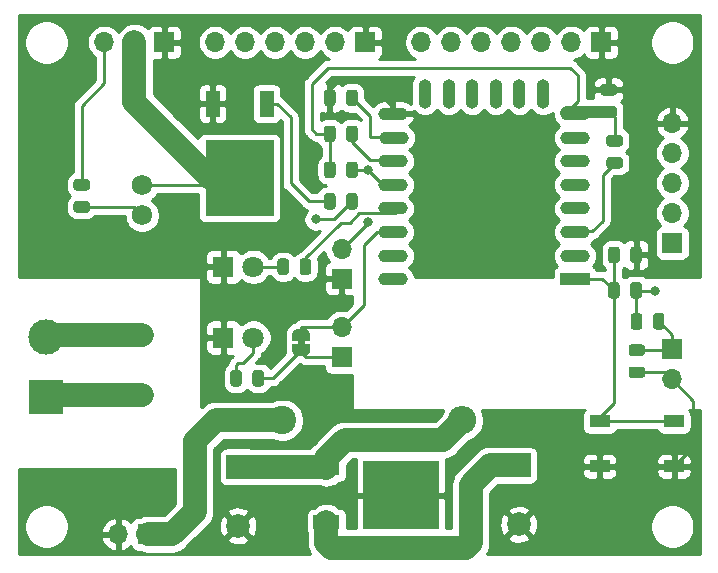
<source format=gbr>
%TF.GenerationSoftware,KiCad,Pcbnew,5.1.6-c6e7f7d~87~ubuntu18.04.1*%
%TF.CreationDate,2022-02-07T12:13:50+00:00*%
%TF.ProjectId,wifiboard-v4,77696669-626f-4617-9264-2d76342e6b69,rev?*%
%TF.SameCoordinates,Original*%
%TF.FileFunction,Copper,L1,Top*%
%TF.FilePolarity,Positive*%
%FSLAX46Y46*%
G04 Gerber Fmt 4.6, Leading zero omitted, Abs format (unit mm)*
G04 Created by KiCad (PCBNEW 5.1.6-c6e7f7d~87~ubuntu18.04.1) date 2022-02-07 12:13:50*
%MOMM*%
%LPD*%
G01*
G04 APERTURE LIST*
%TA.AperFunction,EtchedComponent*%
%ADD10C,0.100000*%
%TD*%
%TA.AperFunction,ComponentPad*%
%ADD11C,2.000000*%
%TD*%
%TA.AperFunction,ComponentPad*%
%ADD12R,2.000000X2.000000*%
%TD*%
%TA.AperFunction,ComponentPad*%
%ADD13C,1.800000*%
%TD*%
%TA.AperFunction,ComponentPad*%
%ADD14R,1.800000X1.800000*%
%TD*%
%TA.AperFunction,ComponentPad*%
%ADD15O,1.700000X1.700000*%
%TD*%
%TA.AperFunction,ComponentPad*%
%ADD16R,1.700000X1.700000*%
%TD*%
%TA.AperFunction,ComponentPad*%
%ADD17R,3.000000X3.000000*%
%TD*%
%TA.AperFunction,ComponentPad*%
%ADD18C,3.000000*%
%TD*%
%TA.AperFunction,ComponentPad*%
%ADD19C,1.725000*%
%TD*%
%TA.AperFunction,SMDPad,CuDef*%
%ADD20R,5.800000X6.400000*%
%TD*%
%TA.AperFunction,SMDPad,CuDef*%
%ADD21R,1.200000X2.200000*%
%TD*%
%TA.AperFunction,ComponentPad*%
%ADD22C,2.400000*%
%TD*%
%TA.AperFunction,ComponentPad*%
%ADD23O,2.400000X2.400000*%
%TD*%
%TA.AperFunction,SMDPad,CuDef*%
%ADD24R,1.700000X1.000000*%
%TD*%
%TA.AperFunction,SMDPad,CuDef*%
%ADD25R,2.200000X1.200000*%
%TD*%
%TA.AperFunction,SMDPad,CuDef*%
%ADD26R,6.400000X5.800000*%
%TD*%
%TA.AperFunction,ComponentPad*%
%ADD27R,2.500000X1.100000*%
%TD*%
%TA.AperFunction,ComponentPad*%
%ADD28O,2.500000X1.100000*%
%TD*%
%TA.AperFunction,ComponentPad*%
%ADD29O,1.100000X2.500000*%
%TD*%
%TA.AperFunction,SMDPad,CuDef*%
%ADD30C,0.100000*%
%TD*%
%TA.AperFunction,ViaPad*%
%ADD31C,0.800000*%
%TD*%
%TA.AperFunction,Conductor*%
%ADD32C,0.250000*%
%TD*%
%TA.AperFunction,Conductor*%
%ADD33C,2.000000*%
%TD*%
%TA.AperFunction,Conductor*%
%ADD34C,1.000000*%
%TD*%
%TA.AperFunction,Conductor*%
%ADD35C,0.254000*%
%TD*%
G04 APERTURE END LIST*
D10*
%TO.C,JP1*%
G36*
X44877000Y-160651000D02*
G01*
X44877000Y-160151000D01*
X44277000Y-160151000D01*
X44277000Y-160651000D01*
X44877000Y-160651000D01*
G37*
%TD*%
D11*
%TO.P,C1,2*%
%TO.N,GND*%
X39243000Y-175942000D03*
D12*
%TO.P,C1,1*%
%TO.N,Net-(C1-Pad1)*%
X39243000Y-170942000D03*
%TD*%
%TO.P,C2,2*%
%TO.N,GND*%
%TA.AperFunction,SMDPad,CuDef*%
G36*
G01*
X72543750Y-162450000D02*
X73456250Y-162450000D01*
G75*
G02*
X73700000Y-162693750I0J-243750D01*
G01*
X73700000Y-163181250D01*
G75*
G02*
X73456250Y-163425000I-243750J0D01*
G01*
X72543750Y-163425000D01*
G75*
G02*
X72300000Y-163181250I0J243750D01*
G01*
X72300000Y-162693750D01*
G75*
G02*
X72543750Y-162450000I243750J0D01*
G01*
G37*
%TD.AperFunction*%
%TO.P,C2,1*%
%TO.N,Net-(C2-Pad1)*%
%TA.AperFunction,SMDPad,CuDef*%
G36*
G01*
X72543750Y-160575000D02*
X73456250Y-160575000D01*
G75*
G02*
X73700000Y-160818750I0J-243750D01*
G01*
X73700000Y-161306250D01*
G75*
G02*
X73456250Y-161550000I-243750J0D01*
G01*
X72543750Y-161550000D01*
G75*
G02*
X72300000Y-161306250I0J243750D01*
G01*
X72300000Y-160818750D01*
G75*
G02*
X72543750Y-160575000I243750J0D01*
G01*
G37*
%TD.AperFunction*%
%TD*%
%TO.P,C3,1*%
%TO.N,+3V3*%
X63000000Y-170815000D03*
D11*
%TO.P,C3,2*%
%TO.N,GND*%
X63000000Y-175815000D03*
%TD*%
%TO.P,C4,1*%
%TO.N,+3V3*%
%TA.AperFunction,SMDPad,CuDef*%
G36*
G01*
X71068250Y-141379000D02*
X70155750Y-141379000D01*
G75*
G02*
X69912000Y-141135250I0J243750D01*
G01*
X69912000Y-140647750D01*
G75*
G02*
X70155750Y-140404000I243750J0D01*
G01*
X71068250Y-140404000D01*
G75*
G02*
X71312000Y-140647750I0J-243750D01*
G01*
X71312000Y-141135250D01*
G75*
G02*
X71068250Y-141379000I-243750J0D01*
G01*
G37*
%TD.AperFunction*%
%TO.P,C4,2*%
%TO.N,GND*%
%TA.AperFunction,SMDPad,CuDef*%
G36*
G01*
X71068250Y-139504000D02*
X70155750Y-139504000D01*
G75*
G02*
X69912000Y-139260250I0J243750D01*
G01*
X69912000Y-138772750D01*
G75*
G02*
X70155750Y-138529000I243750J0D01*
G01*
X71068250Y-138529000D01*
G75*
G02*
X71312000Y-138772750I0J-243750D01*
G01*
X71312000Y-139260250D01*
G75*
G02*
X71068250Y-139504000I-243750J0D01*
G01*
G37*
%TD.AperFunction*%
%TD*%
%TO.P,C5,1*%
%TO.N,Net-(C5-Pad1)*%
%TA.AperFunction,SMDPad,CuDef*%
G36*
G01*
X70575000Y-153456250D02*
X70575000Y-152543750D01*
G75*
G02*
X70818750Y-152300000I243750J0D01*
G01*
X71306250Y-152300000D01*
G75*
G02*
X71550000Y-152543750I0J-243750D01*
G01*
X71550000Y-153456250D01*
G75*
G02*
X71306250Y-153700000I-243750J0D01*
G01*
X70818750Y-153700000D01*
G75*
G02*
X70575000Y-153456250I0J243750D01*
G01*
G37*
%TD.AperFunction*%
%TO.P,C5,2*%
%TO.N,GND*%
%TA.AperFunction,SMDPad,CuDef*%
G36*
G01*
X72450000Y-153456250D02*
X72450000Y-152543750D01*
G75*
G02*
X72693750Y-152300000I243750J0D01*
G01*
X73181250Y-152300000D01*
G75*
G02*
X73425000Y-152543750I0J-243750D01*
G01*
X73425000Y-153456250D01*
G75*
G02*
X73181250Y-153700000I-243750J0D01*
G01*
X72693750Y-153700000D01*
G75*
G02*
X72450000Y-153456250I0J243750D01*
G01*
G37*
%TD.AperFunction*%
%TD*%
D13*
%TO.P,D1,2*%
%TO.N,Net-(D1-Pad2)*%
X40540000Y-154000000D03*
D14*
%TO.P,D1,1*%
%TO.N,GND*%
X38000000Y-154000000D03*
%TD*%
%TO.P,D2,1*%
%TO.N,GND*%
X38000000Y-160000000D03*
D13*
%TO.P,D2,2*%
%TO.N,Net-(D2-Pad2)*%
X40540000Y-160000000D03*
%TD*%
D15*
%TO.P,J1,2*%
%TO.N,GND*%
X29083000Y-176657000D03*
D16*
%TO.P,J1,1*%
%TO.N,+12V*%
X31623000Y-176657000D03*
%TD*%
%TO.P,J2,1*%
%TO.N,Net-(C2-Pad1)*%
X76000000Y-161000000D03*
D15*
%TO.P,J2,2*%
%TO.N,GND*%
X76000000Y-163540000D03*
%TD*%
D16*
%TO.P,J3,1*%
%TO.N,Net-(J3-Pad1)*%
X76000000Y-152000000D03*
D15*
%TO.P,J3,2*%
%TO.N,Net-(J3-Pad2)*%
X76000000Y-149460000D03*
%TO.P,J3,3*%
%TO.N,Net-(J3-Pad3)*%
X76000000Y-146920000D03*
%TO.P,J3,4*%
%TO.N,Net-(J3-Pad4)*%
X76000000Y-144380000D03*
%TO.P,J3,5*%
%TO.N,GND*%
X76000000Y-141840000D03*
%TD*%
D16*
%TO.P,J4,1*%
%TO.N,GND*%
X70000000Y-135000000D03*
D15*
%TO.P,J4,2*%
%TO.N,Net-(J4-Pad2)*%
X67460000Y-135000000D03*
%TO.P,J4,3*%
%TO.N,Net-(J4-Pad3)*%
X64920000Y-135000000D03*
%TO.P,J4,4*%
%TO.N,Net-(J4-Pad4)*%
X62380000Y-135000000D03*
%TO.P,J4,5*%
%TO.N,Net-(J4-Pad5)*%
X59840000Y-135000000D03*
%TO.P,J4,6*%
%TO.N,Net-(J4-Pad6)*%
X57300000Y-135000000D03*
%TO.P,J4,7*%
%TO.N,Net-(J4-Pad7)*%
X54760000Y-135000000D03*
%TD*%
D16*
%TO.P,J5,1*%
%TO.N,GND*%
X50000000Y-135000000D03*
D15*
%TO.P,J5,2*%
%TO.N,Net-(J5-Pad2)*%
X47460000Y-135000000D03*
%TO.P,J5,3*%
%TO.N,Net-(J5-Pad3)*%
X44920000Y-135000000D03*
%TO.P,J5,4*%
%TO.N,Net-(J5-Pad4)*%
X42380000Y-135000000D03*
%TO.P,J5,5*%
%TO.N,Net-(J5-Pad5)*%
X39840000Y-135000000D03*
%TO.P,J5,6*%
%TO.N,Net-(J5-Pad6)*%
X37300000Y-135000000D03*
%TD*%
D16*
%TO.P,J6,1*%
%TO.N,GND*%
X48000000Y-155000000D03*
D15*
%TO.P,J6,2*%
%TO.N,Net-(J6-Pad2)*%
X48000000Y-152460000D03*
%TD*%
D16*
%TO.P,J7,1*%
%TO.N,GND*%
X33000000Y-135000000D03*
D15*
%TO.P,J7,2*%
%TO.N,Net-(J7-Pad2)*%
X30460000Y-135000000D03*
%TO.P,J7,3*%
%TO.N,+12V*%
X27920000Y-135000000D03*
%TD*%
D17*
%TO.P,J8,1*%
%TO.N,Net-(J8-Pad1)*%
X23000000Y-165000000D03*
D18*
%TO.P,J8,2*%
%TO.N,Net-(J8-Pad2)*%
X23000000Y-159920000D03*
%TD*%
D19*
%TO.P,K1,1*%
%TO.N,Net-(J7-Pad2)*%
X31123000Y-147110000D03*
%TO.P,K1,2*%
%TO.N,Net-(K1-Pad2)*%
X31123000Y-149650000D03*
%TO.P,K1,3*%
%TO.N,Net-(J8-Pad2)*%
X31123000Y-159810000D03*
%TO.P,K1,4*%
%TO.N,Net-(J8-Pad1)*%
X31123000Y-164890000D03*
%TD*%
D20*
%TO.P,Q1,2*%
%TO.N,Net-(J7-Pad2)*%
X39370000Y-146499000D03*
D21*
%TO.P,Q1,3*%
%TO.N,GND*%
X37090000Y-140199000D03*
%TO.P,Q1,1*%
%TO.N,Net-(Q1-Pad1)*%
X41650000Y-140199000D03*
%TD*%
D22*
%TO.P,R1,1*%
%TO.N,+12V*%
X43000000Y-167000000D03*
D23*
%TO.P,R1,2*%
%TO.N,Net-(C1-Pad1)*%
X58240000Y-167000000D03*
%TD*%
%TO.P,R2,1*%
%TO.N,+3V3*%
%TA.AperFunction,SMDPad,CuDef*%
G36*
G01*
X72489000Y-159079250D02*
X72489000Y-158166750D01*
G75*
G02*
X72732750Y-157923000I243750J0D01*
G01*
X73220250Y-157923000D01*
G75*
G02*
X73464000Y-158166750I0J-243750D01*
G01*
X73464000Y-159079250D01*
G75*
G02*
X73220250Y-159323000I-243750J0D01*
G01*
X72732750Y-159323000D01*
G75*
G02*
X72489000Y-159079250I0J243750D01*
G01*
G37*
%TD.AperFunction*%
%TO.P,R2,2*%
%TO.N,Net-(C2-Pad1)*%
%TA.AperFunction,SMDPad,CuDef*%
G36*
G01*
X74364000Y-159079250D02*
X74364000Y-158166750D01*
G75*
G02*
X74607750Y-157923000I243750J0D01*
G01*
X75095250Y-157923000D01*
G75*
G02*
X75339000Y-158166750I0J-243750D01*
G01*
X75339000Y-159079250D01*
G75*
G02*
X75095250Y-159323000I-243750J0D01*
G01*
X74607750Y-159323000D01*
G75*
G02*
X74364000Y-159079250I0J243750D01*
G01*
G37*
%TD.AperFunction*%
%TD*%
%TO.P,R3,2*%
%TO.N,Net-(R3-Pad2)*%
%TA.AperFunction,SMDPad,CuDef*%
G36*
G01*
X70663750Y-144722000D02*
X71576250Y-144722000D01*
G75*
G02*
X71820000Y-144965750I0J-243750D01*
G01*
X71820000Y-145453250D01*
G75*
G02*
X71576250Y-145697000I-243750J0D01*
G01*
X70663750Y-145697000D01*
G75*
G02*
X70420000Y-145453250I0J243750D01*
G01*
X70420000Y-144965750D01*
G75*
G02*
X70663750Y-144722000I243750J0D01*
G01*
G37*
%TD.AperFunction*%
%TO.P,R3,1*%
%TO.N,+3V3*%
%TA.AperFunction,SMDPad,CuDef*%
G36*
G01*
X70663750Y-142847000D02*
X71576250Y-142847000D01*
G75*
G02*
X71820000Y-143090750I0J-243750D01*
G01*
X71820000Y-143578250D01*
G75*
G02*
X71576250Y-143822000I-243750J0D01*
G01*
X70663750Y-143822000D01*
G75*
G02*
X70420000Y-143578250I0J243750D01*
G01*
X70420000Y-143090750D01*
G75*
G02*
X70663750Y-142847000I243750J0D01*
G01*
G37*
%TD.AperFunction*%
%TD*%
%TO.P,R4,1*%
%TO.N,+3V3*%
%TA.AperFunction,SMDPad,CuDef*%
G36*
G01*
X73425000Y-155543750D02*
X73425000Y-156456250D01*
G75*
G02*
X73181250Y-156700000I-243750J0D01*
G01*
X72693750Y-156700000D01*
G75*
G02*
X72450000Y-156456250I0J243750D01*
G01*
X72450000Y-155543750D01*
G75*
G02*
X72693750Y-155300000I243750J0D01*
G01*
X73181250Y-155300000D01*
G75*
G02*
X73425000Y-155543750I0J-243750D01*
G01*
G37*
%TD.AperFunction*%
%TO.P,R4,2*%
%TO.N,Net-(C5-Pad1)*%
%TA.AperFunction,SMDPad,CuDef*%
G36*
G01*
X71550000Y-155543750D02*
X71550000Y-156456250D01*
G75*
G02*
X71306250Y-156700000I-243750J0D01*
G01*
X70818750Y-156700000D01*
G75*
G02*
X70575000Y-156456250I0J243750D01*
G01*
X70575000Y-155543750D01*
G75*
G02*
X70818750Y-155300000I243750J0D01*
G01*
X71306250Y-155300000D01*
G75*
G02*
X71550000Y-155543750I0J-243750D01*
G01*
G37*
%TD.AperFunction*%
%TD*%
%TO.P,R5,2*%
%TO.N,Net-(R5-Pad2)*%
%TA.AperFunction,SMDPad,CuDef*%
G36*
G01*
X44450000Y-154456250D02*
X44450000Y-153543750D01*
G75*
G02*
X44693750Y-153300000I243750J0D01*
G01*
X45181250Y-153300000D01*
G75*
G02*
X45425000Y-153543750I0J-243750D01*
G01*
X45425000Y-154456250D01*
G75*
G02*
X45181250Y-154700000I-243750J0D01*
G01*
X44693750Y-154700000D01*
G75*
G02*
X44450000Y-154456250I0J243750D01*
G01*
G37*
%TD.AperFunction*%
%TO.P,R5,1*%
%TO.N,Net-(D1-Pad2)*%
%TA.AperFunction,SMDPad,CuDef*%
G36*
G01*
X42575000Y-154456250D02*
X42575000Y-153543750D01*
G75*
G02*
X42818750Y-153300000I243750J0D01*
G01*
X43306250Y-153300000D01*
G75*
G02*
X43550000Y-153543750I0J-243750D01*
G01*
X43550000Y-154456250D01*
G75*
G02*
X43306250Y-154700000I-243750J0D01*
G01*
X42818750Y-154700000D01*
G75*
G02*
X42575000Y-154456250I0J243750D01*
G01*
G37*
%TD.AperFunction*%
%TD*%
%TO.P,R6,2*%
%TO.N,Net-(R6-Pad2)*%
%TA.AperFunction,SMDPad,CuDef*%
G36*
G01*
X48392000Y-140156250D02*
X48392000Y-139243750D01*
G75*
G02*
X48635750Y-139000000I243750J0D01*
G01*
X49123250Y-139000000D01*
G75*
G02*
X49367000Y-139243750I0J-243750D01*
G01*
X49367000Y-140156250D01*
G75*
G02*
X49123250Y-140400000I-243750J0D01*
G01*
X48635750Y-140400000D01*
G75*
G02*
X48392000Y-140156250I0J243750D01*
G01*
G37*
%TD.AperFunction*%
%TO.P,R6,1*%
%TO.N,GND*%
%TA.AperFunction,SMDPad,CuDef*%
G36*
G01*
X46517000Y-140156250D02*
X46517000Y-139243750D01*
G75*
G02*
X46760750Y-139000000I243750J0D01*
G01*
X47248250Y-139000000D01*
G75*
G02*
X47492000Y-139243750I0J-243750D01*
G01*
X47492000Y-140156250D01*
G75*
G02*
X47248250Y-140400000I-243750J0D01*
G01*
X46760750Y-140400000D01*
G75*
G02*
X46517000Y-140156250I0J243750D01*
G01*
G37*
%TD.AperFunction*%
%TD*%
%TO.P,R7,1*%
%TO.N,+3V3*%
%TA.AperFunction,SMDPad,CuDef*%
G36*
G01*
X46517000Y-143204250D02*
X46517000Y-142291750D01*
G75*
G02*
X46760750Y-142048000I243750J0D01*
G01*
X47248250Y-142048000D01*
G75*
G02*
X47492000Y-142291750I0J-243750D01*
G01*
X47492000Y-143204250D01*
G75*
G02*
X47248250Y-143448000I-243750J0D01*
G01*
X46760750Y-143448000D01*
G75*
G02*
X46517000Y-143204250I0J243750D01*
G01*
G37*
%TD.AperFunction*%
%TO.P,R7,2*%
%TO.N,Net-(R7-Pad2)*%
%TA.AperFunction,SMDPad,CuDef*%
G36*
G01*
X48392000Y-143204250D02*
X48392000Y-142291750D01*
G75*
G02*
X48635750Y-142048000I243750J0D01*
G01*
X49123250Y-142048000D01*
G75*
G02*
X49367000Y-142291750I0J-243750D01*
G01*
X49367000Y-143204250D01*
G75*
G02*
X49123250Y-143448000I-243750J0D01*
G01*
X48635750Y-143448000D01*
G75*
G02*
X48392000Y-143204250I0J243750D01*
G01*
G37*
%TD.AperFunction*%
%TD*%
%TO.P,R8,1*%
%TO.N,+3V3*%
%TA.AperFunction,SMDPad,CuDef*%
G36*
G01*
X46517000Y-146252250D02*
X46517000Y-145339750D01*
G75*
G02*
X46760750Y-145096000I243750J0D01*
G01*
X47248250Y-145096000D01*
G75*
G02*
X47492000Y-145339750I0J-243750D01*
G01*
X47492000Y-146252250D01*
G75*
G02*
X47248250Y-146496000I-243750J0D01*
G01*
X46760750Y-146496000D01*
G75*
G02*
X46517000Y-146252250I0J243750D01*
G01*
G37*
%TD.AperFunction*%
%TO.P,R8,2*%
%TO.N,Net-(J6-Pad2)*%
%TA.AperFunction,SMDPad,CuDef*%
G36*
G01*
X48392000Y-146252250D02*
X48392000Y-145339750D01*
G75*
G02*
X48635750Y-145096000I243750J0D01*
G01*
X49123250Y-145096000D01*
G75*
G02*
X49367000Y-145339750I0J-243750D01*
G01*
X49367000Y-146252250D01*
G75*
G02*
X49123250Y-146496000I-243750J0D01*
G01*
X48635750Y-146496000D01*
G75*
G02*
X48392000Y-146252250I0J243750D01*
G01*
G37*
%TD.AperFunction*%
%TD*%
%TO.P,R9,2*%
%TO.N,Net-(J9-Pad2)*%
%TA.AperFunction,SMDPad,CuDef*%
G36*
G01*
X48392000Y-148919250D02*
X48392000Y-148006750D01*
G75*
G02*
X48635750Y-147763000I243750J0D01*
G01*
X49123250Y-147763000D01*
G75*
G02*
X49367000Y-148006750I0J-243750D01*
G01*
X49367000Y-148919250D01*
G75*
G02*
X49123250Y-149163000I-243750J0D01*
G01*
X48635750Y-149163000D01*
G75*
G02*
X48392000Y-148919250I0J243750D01*
G01*
G37*
%TD.AperFunction*%
%TO.P,R9,1*%
%TO.N,Net-(Q1-Pad1)*%
%TA.AperFunction,SMDPad,CuDef*%
G36*
G01*
X46517000Y-148919250D02*
X46517000Y-148006750D01*
G75*
G02*
X46760750Y-147763000I243750J0D01*
G01*
X47248250Y-147763000D01*
G75*
G02*
X47492000Y-148006750I0J-243750D01*
G01*
X47492000Y-148919250D01*
G75*
G02*
X47248250Y-149163000I-243750J0D01*
G01*
X46760750Y-149163000D01*
G75*
G02*
X46517000Y-148919250I0J243750D01*
G01*
G37*
%TD.AperFunction*%
%TD*%
%TO.P,R10,1*%
%TO.N,Net-(J9-Pad1)*%
%TA.AperFunction,SMDPad,CuDef*%
G36*
G01*
X41430000Y-162992750D02*
X41430000Y-163905250D01*
G75*
G02*
X41186250Y-164149000I-243750J0D01*
G01*
X40698750Y-164149000D01*
G75*
G02*
X40455000Y-163905250I0J243750D01*
G01*
X40455000Y-162992750D01*
G75*
G02*
X40698750Y-162749000I243750J0D01*
G01*
X41186250Y-162749000D01*
G75*
G02*
X41430000Y-162992750I0J-243750D01*
G01*
G37*
%TD.AperFunction*%
%TO.P,R10,2*%
%TO.N,Net-(D2-Pad2)*%
%TA.AperFunction,SMDPad,CuDef*%
G36*
G01*
X39555000Y-162992750D02*
X39555000Y-163905250D01*
G75*
G02*
X39311250Y-164149000I-243750J0D01*
G01*
X38823750Y-164149000D01*
G75*
G02*
X38580000Y-163905250I0J243750D01*
G01*
X38580000Y-162992750D01*
G75*
G02*
X38823750Y-162749000I243750J0D01*
G01*
X39311250Y-162749000D01*
G75*
G02*
X39555000Y-162992750I0J-243750D01*
G01*
G37*
%TD.AperFunction*%
%TD*%
%TO.P,R11,2*%
%TO.N,+12V*%
%TA.AperFunction,SMDPad,CuDef*%
G36*
G01*
X26456250Y-147550000D02*
X25543750Y-147550000D01*
G75*
G02*
X25300000Y-147306250I0J243750D01*
G01*
X25300000Y-146818750D01*
G75*
G02*
X25543750Y-146575000I243750J0D01*
G01*
X26456250Y-146575000D01*
G75*
G02*
X26700000Y-146818750I0J-243750D01*
G01*
X26700000Y-147306250D01*
G75*
G02*
X26456250Y-147550000I-243750J0D01*
G01*
G37*
%TD.AperFunction*%
%TO.P,R11,1*%
%TO.N,Net-(K1-Pad2)*%
%TA.AperFunction,SMDPad,CuDef*%
G36*
G01*
X26456250Y-149425000D02*
X25543750Y-149425000D01*
G75*
G02*
X25300000Y-149181250I0J243750D01*
G01*
X25300000Y-148693750D01*
G75*
G02*
X25543750Y-148450000I243750J0D01*
G01*
X26456250Y-148450000D01*
G75*
G02*
X26700000Y-148693750I0J-243750D01*
G01*
X26700000Y-149181250D01*
G75*
G02*
X26456250Y-149425000I-243750J0D01*
G01*
G37*
%TD.AperFunction*%
%TD*%
D24*
%TO.P,SW1,1*%
%TO.N,Net-(C5-Pad1)*%
X69850000Y-167100000D03*
X76150000Y-167100000D03*
%TO.P,SW1,2*%
%TO.N,GND*%
X69850000Y-170900000D03*
X76150000Y-170900000D03*
%TD*%
D16*
%TO.P,J9,1*%
%TO.N,Net-(J9-Pad1)*%
X48006000Y-161671000D03*
D15*
%TO.P,J9,2*%
%TO.N,Net-(J9-Pad2)*%
X48006000Y-159131000D03*
%TD*%
D25*
%TO.P,U2,1*%
%TO.N,Net-(C1-Pad1)*%
X46727000Y-171075000D03*
%TO.P,U2,3*%
%TO.N,+3V3*%
X46727000Y-175635000D03*
D26*
%TO.P,U2,2*%
%TO.N,GND*%
X53027000Y-173355000D03*
%TD*%
D27*
%TO.P,U1,1*%
%TO.N,Net-(C5-Pad1)*%
X67756000Y-155067000D03*
D28*
%TO.P,U1,2*%
%TO.N,Net-(C2-Pad1)*%
X67756000Y-153067000D03*
%TO.P,U1,3*%
%TO.N,Net-(R3-Pad2)*%
X67756000Y-151067000D03*
%TO.P,U1,4*%
%TO.N,Net-(J3-Pad1)*%
X67756000Y-149067000D03*
%TO.P,U1,5*%
%TO.N,Net-(J3-Pad2)*%
X67756000Y-147067000D03*
%TO.P,U1,6*%
%TO.N,Net-(J3-Pad3)*%
X67756000Y-145067000D03*
%TO.P,U1,7*%
%TO.N,Net-(J3-Pad4)*%
X67756000Y-143067000D03*
%TO.P,U1,8*%
%TO.N,+3V3*%
X67756000Y-141067000D03*
%TO.P,U1,9*%
%TO.N,GND*%
X52356000Y-141067000D03*
%TO.P,U1,10*%
%TO.N,Net-(R6-Pad2)*%
X52456000Y-143067000D03*
%TO.P,U1,11*%
%TO.N,Net-(R7-Pad2)*%
X52356000Y-145067000D03*
%TO.P,U1,12*%
%TO.N,Net-(J6-Pad2)*%
X52356000Y-147067000D03*
%TO.P,U1,13*%
%TO.N,Net-(R5-Pad2)*%
X52356000Y-149067000D03*
%TO.P,U1,14*%
%TO.N,Net-(J9-Pad2)*%
X52356000Y-151067000D03*
%TO.P,U1,15*%
%TO.N,Net-(J5-Pad4)*%
X52356000Y-153067000D03*
%TO.P,U1,16*%
%TO.N,Net-(J5-Pad5)*%
X52356000Y-155067000D03*
D29*
%TO.P,U1,17*%
%TO.N,Net-(J4-Pad2)*%
X65066000Y-139367000D03*
%TO.P,U1,18*%
%TO.N,Net-(J4-Pad3)*%
X63066000Y-139367000D03*
%TO.P,U1,19*%
%TO.N,Net-(J4-Pad4)*%
X61066000Y-139367000D03*
%TO.P,U1,20*%
%TO.N,Net-(J4-Pad5)*%
X59066000Y-139367000D03*
%TO.P,U1,21*%
%TO.N,Net-(J4-Pad6)*%
X57066000Y-139367000D03*
%TO.P,U1,22*%
%TO.N,Net-(J4-Pad7)*%
X55066000Y-139367000D03*
%TD*%
%TA.AperFunction,SMDPad,CuDef*%
D30*
%TO.P,JP1,2*%
%TO.N,Net-(J9-Pad1)*%
G36*
X45326398Y-161051000D02*
G01*
X45326398Y-161075534D01*
X45321588Y-161124365D01*
X45312016Y-161172490D01*
X45297772Y-161219445D01*
X45278995Y-161264778D01*
X45255864Y-161308051D01*
X45228604Y-161348850D01*
X45197476Y-161386779D01*
X45162779Y-161421476D01*
X45124850Y-161452604D01*
X45084051Y-161479864D01*
X45040778Y-161502995D01*
X44995445Y-161521772D01*
X44948490Y-161536016D01*
X44900365Y-161545588D01*
X44851534Y-161550398D01*
X44827000Y-161550398D01*
X44827000Y-161551000D01*
X44327000Y-161551000D01*
X44327000Y-161550398D01*
X44302466Y-161550398D01*
X44253635Y-161545588D01*
X44205510Y-161536016D01*
X44158555Y-161521772D01*
X44113222Y-161502995D01*
X44069949Y-161479864D01*
X44029150Y-161452604D01*
X43991221Y-161421476D01*
X43956524Y-161386779D01*
X43925396Y-161348850D01*
X43898136Y-161308051D01*
X43875005Y-161264778D01*
X43856228Y-161219445D01*
X43841984Y-161172490D01*
X43832412Y-161124365D01*
X43827602Y-161075534D01*
X43827602Y-161051000D01*
X43827000Y-161051000D01*
X43827000Y-160551000D01*
X45327000Y-160551000D01*
X45327000Y-161051000D01*
X45326398Y-161051000D01*
G37*
%TD.AperFunction*%
%TA.AperFunction,SMDPad,CuDef*%
%TO.P,JP1,1*%
%TO.N,Net-(J9-Pad2)*%
G36*
X43827000Y-160251000D02*
G01*
X43827000Y-159751000D01*
X43827602Y-159751000D01*
X43827602Y-159726466D01*
X43832412Y-159677635D01*
X43841984Y-159629510D01*
X43856228Y-159582555D01*
X43875005Y-159537222D01*
X43898136Y-159493949D01*
X43925396Y-159453150D01*
X43956524Y-159415221D01*
X43991221Y-159380524D01*
X44029150Y-159349396D01*
X44069949Y-159322136D01*
X44113222Y-159299005D01*
X44158555Y-159280228D01*
X44205510Y-159265984D01*
X44253635Y-159256412D01*
X44302466Y-159251602D01*
X44327000Y-159251602D01*
X44327000Y-159251000D01*
X44827000Y-159251000D01*
X44827000Y-159251602D01*
X44851534Y-159251602D01*
X44900365Y-159256412D01*
X44948490Y-159265984D01*
X44995445Y-159280228D01*
X45040778Y-159299005D01*
X45084051Y-159322136D01*
X45124850Y-159349396D01*
X45162779Y-159380524D01*
X45197476Y-159415221D01*
X45228604Y-159453150D01*
X45255864Y-159493949D01*
X45278995Y-159537222D01*
X45297772Y-159582555D01*
X45312016Y-159629510D01*
X45321588Y-159677635D01*
X45326398Y-159726466D01*
X45326398Y-159751000D01*
X45327000Y-159751000D01*
X45327000Y-160251000D01*
X43827000Y-160251000D01*
G37*
%TD.AperFunction*%
%TD*%
D31*
%TO.N,GND*%
X60000000Y-147000000D03*
X53467000Y-138557000D03*
%TO.N,+3V3*%
X74549000Y-156083000D03*
%TO.N,Net-(J6-Pad2)*%
X50200000Y-150200000D03*
X50200000Y-145800000D03*
%TO.N,Net-(J9-Pad2)*%
X45800000Y-150000000D03*
%TD*%
D32*
%TO.N,GND*%
X75397500Y-162937500D02*
X76000000Y-163540000D01*
X73000000Y-162937500D02*
X75397500Y-162937500D01*
X76000000Y-163540000D02*
X77800000Y-165340000D01*
X77800000Y-169250000D02*
X76150000Y-170900000D01*
X77800000Y-165340000D02*
X77800000Y-169250000D01*
X76000000Y-141840000D02*
X74314000Y-141840000D01*
X72937500Y-143216500D02*
X72937500Y-153000000D01*
X74314000Y-141840000D02*
X72937500Y-143216500D01*
X52862000Y-141000000D02*
X53000000Y-141000000D01*
X49784000Y-137922000D02*
X52862000Y-141000000D01*
X48006000Y-137922000D02*
X49784000Y-137922000D01*
X47004500Y-138923500D02*
X48006000Y-137922000D01*
X47004500Y-139700000D02*
X47004500Y-138923500D01*
D33*
%TO.N,Net-(C1-Pad1)*%
X46727000Y-171075000D02*
X46727000Y-170189000D01*
X46727000Y-170189000D02*
X48260000Y-168656000D01*
X56584000Y-168656000D02*
X58240000Y-167000000D01*
X48260000Y-168656000D02*
X56584000Y-168656000D01*
X46594000Y-170942000D02*
X46727000Y-171075000D01*
X39243000Y-170942000D02*
X46594000Y-170942000D01*
D32*
%TO.N,Net-(C2-Pad1)*%
X75937500Y-161062500D02*
X76000000Y-161000000D01*
X73000000Y-161062500D02*
X75937500Y-161062500D01*
X76000000Y-159771500D02*
X74851500Y-158623000D01*
X76000000Y-161000000D02*
X76000000Y-159771500D01*
%TO.N,+3V3*%
X47004500Y-142748000D02*
X47004500Y-145796000D01*
D34*
X67108500Y-140891500D02*
X67000000Y-141000000D01*
X70612000Y-140891500D02*
X67108500Y-140891500D01*
D32*
X70612000Y-140891500D02*
X70660500Y-140891500D01*
X71120000Y-141351000D02*
X71120000Y-143334500D01*
X70660500Y-140891500D02*
X71120000Y-141351000D01*
X72937500Y-158584000D02*
X72976500Y-158623000D01*
X72937500Y-156000000D02*
X72937500Y-158584000D01*
X73020500Y-156083000D02*
X72937500Y-156000000D01*
X74549000Y-156083000D02*
X73020500Y-156083000D01*
D33*
X47073990Y-177774990D02*
X46727000Y-177428000D01*
X58928000Y-177419000D02*
X58572010Y-177774990D01*
X46727000Y-177428000D02*
X46727000Y-175635000D01*
X58928000Y-172466000D02*
X58928000Y-177419000D01*
X60579000Y-170815000D02*
X58928000Y-172466000D01*
X58572010Y-177774990D02*
X47073990Y-177774990D01*
X63000000Y-170815000D02*
X60579000Y-170815000D01*
D32*
X68000000Y-140000000D02*
X67000000Y-141000000D01*
X68000000Y-137800000D02*
X68000000Y-140000000D01*
X46863000Y-137160000D02*
X67360000Y-137160000D01*
X67360000Y-137160000D02*
X68000000Y-137800000D01*
X45466000Y-142367000D02*
X45466000Y-138557000D01*
X45466000Y-138557000D02*
X46863000Y-137160000D01*
X45847000Y-142748000D02*
X45466000Y-142367000D01*
X47004500Y-142748000D02*
X45847000Y-142748000D01*
%TO.N,Net-(C5-Pad1)*%
X69850000Y-167100000D02*
X76150000Y-167100000D01*
X70062500Y-155000000D02*
X71062500Y-156000000D01*
X67000000Y-155000000D02*
X70062500Y-155000000D01*
X71062500Y-156000000D02*
X71062500Y-153000000D01*
X69850000Y-167100000D02*
X69850000Y-166751000D01*
X71062500Y-165538500D02*
X71062500Y-156000000D01*
X69850000Y-166751000D02*
X71062500Y-165538500D01*
%TO.N,Net-(D1-Pad2)*%
X40540000Y-154000000D02*
X43062500Y-154000000D01*
%TO.N,Net-(D2-Pad2)*%
X40540000Y-160000000D02*
X40540000Y-161263000D01*
X40540000Y-161263000D02*
X39624000Y-162179000D01*
X39624000Y-162179000D02*
X39243000Y-162179000D01*
X39067500Y-162354500D02*
X39067500Y-163449000D01*
X39243000Y-162179000D02*
X39067500Y-162354500D01*
%TO.N,+12V*%
X27920000Y-135000000D02*
X27920000Y-138480000D01*
X26000000Y-140400000D02*
X26000000Y-147062500D01*
X27920000Y-138480000D02*
X26000000Y-140400000D01*
D33*
X37343000Y-167000000D02*
X43000000Y-167000000D01*
X35560000Y-168783000D02*
X37343000Y-167000000D01*
X35560000Y-174752000D02*
X35560000Y-168783000D01*
X33655000Y-176657000D02*
X35560000Y-174752000D01*
X31623000Y-176657000D02*
X33655000Y-176657000D01*
D32*
%TO.N,Net-(J6-Pad2)*%
X48000000Y-152460000D02*
X48335010Y-152124990D01*
X50200000Y-150260000D02*
X50200000Y-150200000D01*
X48000000Y-152460000D02*
X50200000Y-150260000D01*
X51400000Y-147000000D02*
X53000000Y-147000000D01*
X50200000Y-145800000D02*
X51400000Y-147000000D01*
X48883500Y-145800000D02*
X48879500Y-145796000D01*
X50200000Y-145800000D02*
X48883500Y-145800000D01*
D33*
%TO.N,Net-(J8-Pad1)*%
X23083000Y-164890000D02*
X23000000Y-164973000D01*
X31123000Y-164890000D02*
X23083000Y-164890000D01*
%TO.N,Net-(J8-Pad2)*%
X23070000Y-159810000D02*
X22987000Y-159893000D01*
X31123000Y-159810000D02*
X23070000Y-159810000D01*
D32*
%TO.N,Net-(K1-Pad2)*%
X30410500Y-148937500D02*
X31123000Y-149650000D01*
X26000000Y-148937500D02*
X30410500Y-148937500D01*
%TO.N,Net-(R3-Pad2)*%
X67000000Y-151000000D02*
X69218000Y-151000000D01*
X69218000Y-151000000D02*
X70104000Y-150114000D01*
X70104000Y-146225500D02*
X71120000Y-145209500D01*
X70104000Y-150114000D02*
X70104000Y-146225500D01*
%TO.N,Net-(R5-Pad2)*%
X47937750Y-150299750D02*
X44937500Y-153300000D01*
X48709250Y-150299750D02*
X47937750Y-150299750D01*
X44937500Y-153300000D02*
X44937500Y-154000000D01*
X49520990Y-149488010D02*
X48709250Y-150299750D01*
X52511990Y-149488010D02*
X49520990Y-149488010D01*
X53000000Y-149000000D02*
X52511990Y-149488010D01*
%TO.N,Net-(R6-Pad2)*%
X53000000Y-143000000D02*
X50400000Y-143000000D01*
X50400000Y-141220500D02*
X48879500Y-139700000D01*
X50400000Y-143000000D02*
X50400000Y-141220500D01*
%TO.N,Net-(R7-Pad2)*%
X48879500Y-142748000D02*
X48879500Y-143479500D01*
X50400000Y-145000000D02*
X53000000Y-145000000D01*
X48879500Y-143479500D02*
X50400000Y-145000000D01*
%TO.N,Net-(Q1-Pad1)*%
X47004500Y-148463000D02*
X45212000Y-148463000D01*
X45212000Y-148463000D02*
X43688000Y-146939000D01*
X43688000Y-146939000D02*
X43688000Y-141351000D01*
X42536000Y-140199000D02*
X41650000Y-140199000D01*
X43688000Y-141351000D02*
X42536000Y-140199000D01*
%TO.N,Net-(J7-Pad2)*%
X38759000Y-147110000D02*
X39370000Y-146499000D01*
X31123000Y-147110000D02*
X38759000Y-147110000D01*
D33*
X30460000Y-135000000D02*
X30460000Y-140061000D01*
X36898000Y-146499000D02*
X39370000Y-146499000D01*
X30460000Y-140061000D02*
X36898000Y-146499000D01*
D32*
%TO.N,Net-(J9-Pad1)*%
X44577000Y-161051000D02*
X44577000Y-161290000D01*
X44958000Y-161671000D02*
X48006000Y-161671000D01*
X44577000Y-161290000D02*
X44958000Y-161671000D01*
X42179000Y-163449000D02*
X44577000Y-161051000D01*
X40942500Y-163449000D02*
X42179000Y-163449000D01*
%TO.N,Net-(J9-Pad2)*%
X47342500Y-150000000D02*
X45800000Y-150000000D01*
X48879500Y-148463000D02*
X47342500Y-150000000D01*
X53056000Y-151067000D02*
X50990000Y-151067000D01*
X50990000Y-151067000D02*
X49911000Y-152146000D01*
X49911000Y-157226000D02*
X48006000Y-159131000D01*
X49911000Y-152146000D02*
X49911000Y-157226000D01*
X44577000Y-159751000D02*
X44577000Y-159131000D01*
X44577000Y-159131000D02*
X48006000Y-159131000D01*
%TD*%
D35*
%TO.N,GND*%
G36*
X78340000Y-154873000D02*
G01*
X73747269Y-154873000D01*
X73671164Y-154810542D01*
X73518709Y-154729053D01*
X73353285Y-154678872D01*
X73181250Y-154661928D01*
X72693750Y-154661928D01*
X72521715Y-154678872D01*
X72356291Y-154729053D01*
X72203836Y-154810542D01*
X72127731Y-154873000D01*
X71872269Y-154873000D01*
X71822500Y-154832155D01*
X71822500Y-154167845D01*
X71929792Y-154079792D01*
X71935008Y-154073436D01*
X71998815Y-154151185D01*
X72095506Y-154230537D01*
X72205820Y-154289502D01*
X72325518Y-154325812D01*
X72450000Y-154338072D01*
X72651750Y-154335000D01*
X72810500Y-154176250D01*
X72810500Y-153127000D01*
X73064500Y-153127000D01*
X73064500Y-154176250D01*
X73223250Y-154335000D01*
X73425000Y-154338072D01*
X73549482Y-154325812D01*
X73669180Y-154289502D01*
X73779494Y-154230537D01*
X73876185Y-154151185D01*
X73955537Y-154054494D01*
X74014502Y-153944180D01*
X74050812Y-153824482D01*
X74063072Y-153700000D01*
X74060000Y-153285750D01*
X73901250Y-153127000D01*
X73064500Y-153127000D01*
X72810500Y-153127000D01*
X72790500Y-153127000D01*
X72790500Y-152873000D01*
X72810500Y-152873000D01*
X72810500Y-151823750D01*
X73064500Y-151823750D01*
X73064500Y-152873000D01*
X73901250Y-152873000D01*
X74060000Y-152714250D01*
X74063072Y-152300000D01*
X74050812Y-152175518D01*
X74014502Y-152055820D01*
X73955537Y-151945506D01*
X73876185Y-151848815D01*
X73779494Y-151769463D01*
X73669180Y-151710498D01*
X73549482Y-151674188D01*
X73425000Y-151661928D01*
X73223250Y-151665000D01*
X73064500Y-151823750D01*
X72810500Y-151823750D01*
X72651750Y-151665000D01*
X72450000Y-151661928D01*
X72325518Y-151674188D01*
X72205820Y-151710498D01*
X72095506Y-151769463D01*
X71998815Y-151848815D01*
X71935008Y-151926564D01*
X71929792Y-151920208D01*
X71796164Y-151810542D01*
X71643709Y-151729053D01*
X71478285Y-151678872D01*
X71306250Y-151661928D01*
X70818750Y-151661928D01*
X70646715Y-151678872D01*
X70481291Y-151729053D01*
X70328836Y-151810542D01*
X70195208Y-151920208D01*
X70085542Y-152053836D01*
X70004053Y-152206291D01*
X69953872Y-152371715D01*
X69936928Y-152543750D01*
X69936928Y-153456250D01*
X69953872Y-153628285D01*
X70004053Y-153793709D01*
X70085542Y-153946164D01*
X70195208Y-154079792D01*
X70302501Y-154167845D01*
X70302501Y-154278605D01*
X70211486Y-154250997D01*
X70099833Y-154240000D01*
X70099822Y-154240000D01*
X70062500Y-154236324D01*
X70025178Y-154240000D01*
X69577959Y-154240000D01*
X69536537Y-154162506D01*
X69457185Y-154065815D01*
X69360494Y-153986463D01*
X69265456Y-153935663D01*
X69297975Y-153908975D01*
X69446058Y-153728536D01*
X69556094Y-153522674D01*
X69623853Y-153299300D01*
X69646733Y-153067000D01*
X69623853Y-152834700D01*
X69556094Y-152611326D01*
X69446058Y-152405464D01*
X69297975Y-152225025D01*
X69117536Y-152076942D01*
X69098936Y-152067000D01*
X69117536Y-152057058D01*
X69297975Y-151908975D01*
X69446058Y-151728536D01*
X69448303Y-151724336D01*
X69510247Y-151705546D01*
X69642276Y-151634974D01*
X69758001Y-151540001D01*
X69781803Y-151510998D01*
X70142801Y-151150000D01*
X74511928Y-151150000D01*
X74511928Y-152850000D01*
X74524188Y-152974482D01*
X74560498Y-153094180D01*
X74619463Y-153204494D01*
X74698815Y-153301185D01*
X74795506Y-153380537D01*
X74905820Y-153439502D01*
X75025518Y-153475812D01*
X75150000Y-153488072D01*
X76850000Y-153488072D01*
X76974482Y-153475812D01*
X77094180Y-153439502D01*
X77204494Y-153380537D01*
X77301185Y-153301185D01*
X77380537Y-153204494D01*
X77439502Y-153094180D01*
X77475812Y-152974482D01*
X77488072Y-152850000D01*
X77488072Y-151150000D01*
X77475812Y-151025518D01*
X77439502Y-150905820D01*
X77380537Y-150795506D01*
X77301185Y-150698815D01*
X77204494Y-150619463D01*
X77094180Y-150560498D01*
X77021620Y-150538487D01*
X77153475Y-150406632D01*
X77315990Y-150163411D01*
X77427932Y-149893158D01*
X77485000Y-149606260D01*
X77485000Y-149313740D01*
X77427932Y-149026842D01*
X77315990Y-148756589D01*
X77153475Y-148513368D01*
X76946632Y-148306525D01*
X76772240Y-148190000D01*
X76946632Y-148073475D01*
X77153475Y-147866632D01*
X77315990Y-147623411D01*
X77427932Y-147353158D01*
X77485000Y-147066260D01*
X77485000Y-146773740D01*
X77427932Y-146486842D01*
X77315990Y-146216589D01*
X77153475Y-145973368D01*
X76946632Y-145766525D01*
X76772240Y-145650000D01*
X76946632Y-145533475D01*
X77153475Y-145326632D01*
X77315990Y-145083411D01*
X77427932Y-144813158D01*
X77485000Y-144526260D01*
X77485000Y-144233740D01*
X77427932Y-143946842D01*
X77315990Y-143676589D01*
X77153475Y-143433368D01*
X76946632Y-143226525D01*
X76764466Y-143104805D01*
X76881355Y-143035178D01*
X77097588Y-142840269D01*
X77271641Y-142606920D01*
X77396825Y-142344099D01*
X77441476Y-142196890D01*
X77320155Y-141967000D01*
X76127000Y-141967000D01*
X76127000Y-141987000D01*
X75873000Y-141987000D01*
X75873000Y-141967000D01*
X74679845Y-141967000D01*
X74558524Y-142196890D01*
X74603175Y-142344099D01*
X74728359Y-142606920D01*
X74902412Y-142840269D01*
X75118645Y-143035178D01*
X75235534Y-143104805D01*
X75053368Y-143226525D01*
X74846525Y-143433368D01*
X74684010Y-143676589D01*
X74572068Y-143946842D01*
X74515000Y-144233740D01*
X74515000Y-144526260D01*
X74572068Y-144813158D01*
X74684010Y-145083411D01*
X74846525Y-145326632D01*
X75053368Y-145533475D01*
X75227760Y-145650000D01*
X75053368Y-145766525D01*
X74846525Y-145973368D01*
X74684010Y-146216589D01*
X74572068Y-146486842D01*
X74515000Y-146773740D01*
X74515000Y-147066260D01*
X74572068Y-147353158D01*
X74684010Y-147623411D01*
X74846525Y-147866632D01*
X75053368Y-148073475D01*
X75227760Y-148190000D01*
X75053368Y-148306525D01*
X74846525Y-148513368D01*
X74684010Y-148756589D01*
X74572068Y-149026842D01*
X74515000Y-149313740D01*
X74515000Y-149606260D01*
X74572068Y-149893158D01*
X74684010Y-150163411D01*
X74846525Y-150406632D01*
X74978380Y-150538487D01*
X74905820Y-150560498D01*
X74795506Y-150619463D01*
X74698815Y-150698815D01*
X74619463Y-150795506D01*
X74560498Y-150905820D01*
X74524188Y-151025518D01*
X74511928Y-151150000D01*
X70142801Y-151150000D01*
X70615004Y-150677798D01*
X70644001Y-150654001D01*
X70738974Y-150538276D01*
X70809546Y-150406247D01*
X70853003Y-150262986D01*
X70864000Y-150151333D01*
X70864000Y-150151324D01*
X70867676Y-150114001D01*
X70864000Y-150076678D01*
X70864000Y-146540301D01*
X71069229Y-146335072D01*
X71576250Y-146335072D01*
X71748285Y-146318128D01*
X71913709Y-146267947D01*
X72066164Y-146186458D01*
X72199792Y-146076792D01*
X72309458Y-145943164D01*
X72390947Y-145790709D01*
X72441128Y-145625285D01*
X72458072Y-145453250D01*
X72458072Y-144965750D01*
X72441128Y-144793715D01*
X72390947Y-144628291D01*
X72309458Y-144475836D01*
X72199792Y-144342208D01*
X72114244Y-144272000D01*
X72199792Y-144201792D01*
X72309458Y-144068164D01*
X72390947Y-143915709D01*
X72441128Y-143750285D01*
X72458072Y-143578250D01*
X72458072Y-143090750D01*
X72441128Y-142918715D01*
X72390947Y-142753291D01*
X72309458Y-142600836D01*
X72199792Y-142467208D01*
X72066164Y-142357542D01*
X71913709Y-142276053D01*
X71880000Y-142265827D01*
X71880000Y-141483110D01*
X74558524Y-141483110D01*
X74679845Y-141713000D01*
X75873000Y-141713000D01*
X75873000Y-140519186D01*
X76127000Y-140519186D01*
X76127000Y-141713000D01*
X77320155Y-141713000D01*
X77441476Y-141483110D01*
X77396825Y-141335901D01*
X77271641Y-141073080D01*
X77097588Y-140839731D01*
X76881355Y-140644822D01*
X76631252Y-140495843D01*
X76356891Y-140398519D01*
X76127000Y-140519186D01*
X75873000Y-140519186D01*
X75643109Y-140398519D01*
X75368748Y-140495843D01*
X75118645Y-140644822D01*
X74902412Y-140839731D01*
X74728359Y-141073080D01*
X74603175Y-141335901D01*
X74558524Y-141483110D01*
X71880000Y-141483110D01*
X71880000Y-141478222D01*
X71882947Y-141472709D01*
X71933128Y-141307285D01*
X71950072Y-141135250D01*
X71950072Y-140647750D01*
X71933128Y-140475715D01*
X71882947Y-140310291D01*
X71801458Y-140157836D01*
X71691792Y-140024208D01*
X71685436Y-140018992D01*
X71763185Y-139955185D01*
X71842537Y-139858494D01*
X71901502Y-139748180D01*
X71937812Y-139628482D01*
X71950072Y-139504000D01*
X71947000Y-139302250D01*
X71788250Y-139143500D01*
X70739000Y-139143500D01*
X70739000Y-139163500D01*
X70485000Y-139163500D01*
X70485000Y-139143500D01*
X69435750Y-139143500D01*
X69277000Y-139302250D01*
X69273928Y-139504000D01*
X69286188Y-139628482D01*
X69322498Y-139748180D01*
X69326945Y-139756500D01*
X68760000Y-139756500D01*
X68760000Y-138529000D01*
X69273928Y-138529000D01*
X69277000Y-138730750D01*
X69435750Y-138889500D01*
X70485000Y-138889500D01*
X70485000Y-138052750D01*
X70739000Y-138052750D01*
X70739000Y-138889500D01*
X71788250Y-138889500D01*
X71947000Y-138730750D01*
X71950072Y-138529000D01*
X71937812Y-138404518D01*
X71901502Y-138284820D01*
X71842537Y-138174506D01*
X71763185Y-138077815D01*
X71666494Y-137998463D01*
X71556180Y-137939498D01*
X71436482Y-137903188D01*
X71312000Y-137890928D01*
X70897750Y-137894000D01*
X70739000Y-138052750D01*
X70485000Y-138052750D01*
X70326250Y-137894000D01*
X69912000Y-137890928D01*
X69787518Y-137903188D01*
X69667820Y-137939498D01*
X69557506Y-137998463D01*
X69460815Y-138077815D01*
X69381463Y-138174506D01*
X69322498Y-138284820D01*
X69286188Y-138404518D01*
X69273928Y-138529000D01*
X68760000Y-138529000D01*
X68760000Y-137837325D01*
X68763676Y-137800000D01*
X68760000Y-137762675D01*
X68760000Y-137762667D01*
X68749003Y-137651014D01*
X68705546Y-137507753D01*
X68634974Y-137375724D01*
X68540001Y-137259999D01*
X68511004Y-137236202D01*
X67923803Y-136649002D01*
X67900001Y-136619999D01*
X67784276Y-136525026D01*
X67681423Y-136470049D01*
X67893158Y-136427932D01*
X68163411Y-136315990D01*
X68406632Y-136153475D01*
X68538487Y-136021620D01*
X68560498Y-136094180D01*
X68619463Y-136204494D01*
X68698815Y-136301185D01*
X68795506Y-136380537D01*
X68905820Y-136439502D01*
X69025518Y-136475812D01*
X69150000Y-136488072D01*
X69714250Y-136485000D01*
X69873000Y-136326250D01*
X69873000Y-135127000D01*
X70127000Y-135127000D01*
X70127000Y-136326250D01*
X70285750Y-136485000D01*
X70850000Y-136488072D01*
X70974482Y-136475812D01*
X71094180Y-136439502D01*
X71204494Y-136380537D01*
X71301185Y-136301185D01*
X71380537Y-136204494D01*
X71439502Y-136094180D01*
X71475812Y-135974482D01*
X71488072Y-135850000D01*
X71485000Y-135285750D01*
X71326250Y-135127000D01*
X70127000Y-135127000D01*
X69873000Y-135127000D01*
X69853000Y-135127000D01*
X69853000Y-134873000D01*
X69873000Y-134873000D01*
X69873000Y-133673750D01*
X70127000Y-133673750D01*
X70127000Y-134873000D01*
X71326250Y-134873000D01*
X71384906Y-134814344D01*
X74115000Y-134814344D01*
X74115000Y-135185656D01*
X74187439Y-135549834D01*
X74329534Y-135892882D01*
X74535825Y-136201618D01*
X74798382Y-136464175D01*
X75107118Y-136670466D01*
X75450166Y-136812561D01*
X75814344Y-136885000D01*
X76185656Y-136885000D01*
X76549834Y-136812561D01*
X76892882Y-136670466D01*
X77201618Y-136464175D01*
X77464175Y-136201618D01*
X77670466Y-135892882D01*
X77812561Y-135549834D01*
X77885000Y-135185656D01*
X77885000Y-134814344D01*
X77812561Y-134450166D01*
X77670466Y-134107118D01*
X77464175Y-133798382D01*
X77201618Y-133535825D01*
X76892882Y-133329534D01*
X76549834Y-133187439D01*
X76185656Y-133115000D01*
X75814344Y-133115000D01*
X75450166Y-133187439D01*
X75107118Y-133329534D01*
X74798382Y-133535825D01*
X74535825Y-133798382D01*
X74329534Y-134107118D01*
X74187439Y-134450166D01*
X74115000Y-134814344D01*
X71384906Y-134814344D01*
X71485000Y-134714250D01*
X71488072Y-134150000D01*
X71475812Y-134025518D01*
X71439502Y-133905820D01*
X71380537Y-133795506D01*
X71301185Y-133698815D01*
X71204494Y-133619463D01*
X71094180Y-133560498D01*
X70974482Y-133524188D01*
X70850000Y-133511928D01*
X70285750Y-133515000D01*
X70127000Y-133673750D01*
X69873000Y-133673750D01*
X69714250Y-133515000D01*
X69150000Y-133511928D01*
X69025518Y-133524188D01*
X68905820Y-133560498D01*
X68795506Y-133619463D01*
X68698815Y-133698815D01*
X68619463Y-133795506D01*
X68560498Y-133905820D01*
X68538487Y-133978380D01*
X68406632Y-133846525D01*
X68163411Y-133684010D01*
X67893158Y-133572068D01*
X67606260Y-133515000D01*
X67313740Y-133515000D01*
X67026842Y-133572068D01*
X66756589Y-133684010D01*
X66513368Y-133846525D01*
X66306525Y-134053368D01*
X66190000Y-134227760D01*
X66073475Y-134053368D01*
X65866632Y-133846525D01*
X65623411Y-133684010D01*
X65353158Y-133572068D01*
X65066260Y-133515000D01*
X64773740Y-133515000D01*
X64486842Y-133572068D01*
X64216589Y-133684010D01*
X63973368Y-133846525D01*
X63766525Y-134053368D01*
X63650000Y-134227760D01*
X63533475Y-134053368D01*
X63326632Y-133846525D01*
X63083411Y-133684010D01*
X62813158Y-133572068D01*
X62526260Y-133515000D01*
X62233740Y-133515000D01*
X61946842Y-133572068D01*
X61676589Y-133684010D01*
X61433368Y-133846525D01*
X61226525Y-134053368D01*
X61110000Y-134227760D01*
X60993475Y-134053368D01*
X60786632Y-133846525D01*
X60543411Y-133684010D01*
X60273158Y-133572068D01*
X59986260Y-133515000D01*
X59693740Y-133515000D01*
X59406842Y-133572068D01*
X59136589Y-133684010D01*
X58893368Y-133846525D01*
X58686525Y-134053368D01*
X58570000Y-134227760D01*
X58453475Y-134053368D01*
X58246632Y-133846525D01*
X58003411Y-133684010D01*
X57733158Y-133572068D01*
X57446260Y-133515000D01*
X57153740Y-133515000D01*
X56866842Y-133572068D01*
X56596589Y-133684010D01*
X56353368Y-133846525D01*
X56146525Y-134053368D01*
X56030000Y-134227760D01*
X55913475Y-134053368D01*
X55706632Y-133846525D01*
X55463411Y-133684010D01*
X55193158Y-133572068D01*
X54906260Y-133515000D01*
X54613740Y-133515000D01*
X54326842Y-133572068D01*
X54056589Y-133684010D01*
X53813368Y-133846525D01*
X53606525Y-134053368D01*
X53444010Y-134296589D01*
X53332068Y-134566842D01*
X53275000Y-134853740D01*
X53275000Y-135146260D01*
X53332068Y-135433158D01*
X53444010Y-135703411D01*
X53606525Y-135946632D01*
X53813368Y-136153475D01*
X54056589Y-136315990D01*
X54259408Y-136400000D01*
X51168082Y-136400000D01*
X51204494Y-136380537D01*
X51301185Y-136301185D01*
X51380537Y-136204494D01*
X51439502Y-136094180D01*
X51475812Y-135974482D01*
X51488072Y-135850000D01*
X51485000Y-135285750D01*
X51326250Y-135127000D01*
X50127000Y-135127000D01*
X50127000Y-135147000D01*
X49873000Y-135147000D01*
X49873000Y-135127000D01*
X49853000Y-135127000D01*
X49853000Y-134873000D01*
X49873000Y-134873000D01*
X49873000Y-133673750D01*
X50127000Y-133673750D01*
X50127000Y-134873000D01*
X51326250Y-134873000D01*
X51485000Y-134714250D01*
X51488072Y-134150000D01*
X51475812Y-134025518D01*
X51439502Y-133905820D01*
X51380537Y-133795506D01*
X51301185Y-133698815D01*
X51204494Y-133619463D01*
X51094180Y-133560498D01*
X50974482Y-133524188D01*
X50850000Y-133511928D01*
X50285750Y-133515000D01*
X50127000Y-133673750D01*
X49873000Y-133673750D01*
X49714250Y-133515000D01*
X49150000Y-133511928D01*
X49025518Y-133524188D01*
X48905820Y-133560498D01*
X48795506Y-133619463D01*
X48698815Y-133698815D01*
X48619463Y-133795506D01*
X48560498Y-133905820D01*
X48538487Y-133978380D01*
X48406632Y-133846525D01*
X48163411Y-133684010D01*
X47893158Y-133572068D01*
X47606260Y-133515000D01*
X47313740Y-133515000D01*
X47026842Y-133572068D01*
X46756589Y-133684010D01*
X46513368Y-133846525D01*
X46306525Y-134053368D01*
X46190000Y-134227760D01*
X46073475Y-134053368D01*
X45866632Y-133846525D01*
X45623411Y-133684010D01*
X45353158Y-133572068D01*
X45066260Y-133515000D01*
X44773740Y-133515000D01*
X44486842Y-133572068D01*
X44216589Y-133684010D01*
X43973368Y-133846525D01*
X43766525Y-134053368D01*
X43650000Y-134227760D01*
X43533475Y-134053368D01*
X43326632Y-133846525D01*
X43083411Y-133684010D01*
X42813158Y-133572068D01*
X42526260Y-133515000D01*
X42233740Y-133515000D01*
X41946842Y-133572068D01*
X41676589Y-133684010D01*
X41433368Y-133846525D01*
X41226525Y-134053368D01*
X41110000Y-134227760D01*
X40993475Y-134053368D01*
X40786632Y-133846525D01*
X40543411Y-133684010D01*
X40273158Y-133572068D01*
X39986260Y-133515000D01*
X39693740Y-133515000D01*
X39406842Y-133572068D01*
X39136589Y-133684010D01*
X38893368Y-133846525D01*
X38686525Y-134053368D01*
X38570000Y-134227760D01*
X38453475Y-134053368D01*
X38246632Y-133846525D01*
X38003411Y-133684010D01*
X37733158Y-133572068D01*
X37446260Y-133515000D01*
X37153740Y-133515000D01*
X36866842Y-133572068D01*
X36596589Y-133684010D01*
X36353368Y-133846525D01*
X36146525Y-134053368D01*
X35984010Y-134296589D01*
X35872068Y-134566842D01*
X35815000Y-134853740D01*
X35815000Y-135146260D01*
X35872068Y-135433158D01*
X35984010Y-135703411D01*
X36146525Y-135946632D01*
X36353368Y-136153475D01*
X36596589Y-136315990D01*
X36866842Y-136427932D01*
X37153740Y-136485000D01*
X37446260Y-136485000D01*
X37733158Y-136427932D01*
X38003411Y-136315990D01*
X38246632Y-136153475D01*
X38453475Y-135946632D01*
X38570000Y-135772240D01*
X38686525Y-135946632D01*
X38893368Y-136153475D01*
X39136589Y-136315990D01*
X39406842Y-136427932D01*
X39693740Y-136485000D01*
X39986260Y-136485000D01*
X40273158Y-136427932D01*
X40543411Y-136315990D01*
X40786632Y-136153475D01*
X40993475Y-135946632D01*
X41110000Y-135772240D01*
X41226525Y-135946632D01*
X41433368Y-136153475D01*
X41676589Y-136315990D01*
X41946842Y-136427932D01*
X42233740Y-136485000D01*
X42526260Y-136485000D01*
X42813158Y-136427932D01*
X43083411Y-136315990D01*
X43326632Y-136153475D01*
X43533475Y-135946632D01*
X43650000Y-135772240D01*
X43766525Y-135946632D01*
X43973368Y-136153475D01*
X44216589Y-136315990D01*
X44486842Y-136427932D01*
X44773740Y-136485000D01*
X45066260Y-136485000D01*
X45353158Y-136427932D01*
X45623411Y-136315990D01*
X45866632Y-136153475D01*
X46073475Y-135946632D01*
X46190000Y-135772240D01*
X46306525Y-135946632D01*
X46513368Y-136153475D01*
X46756589Y-136315990D01*
X46959408Y-136400000D01*
X46900322Y-136400000D01*
X46862999Y-136396324D01*
X46825676Y-136400000D01*
X46825667Y-136400000D01*
X46714014Y-136410997D01*
X46570753Y-136454454D01*
X46438724Y-136525026D01*
X46322999Y-136619999D01*
X46299201Y-136648997D01*
X44954998Y-137993201D01*
X44926000Y-138016999D01*
X44902202Y-138045997D01*
X44902201Y-138045998D01*
X44831026Y-138132724D01*
X44760454Y-138264754D01*
X44740355Y-138331015D01*
X44718059Y-138404518D01*
X44716998Y-138408015D01*
X44702324Y-138557000D01*
X44706001Y-138594332D01*
X44706000Y-142329677D01*
X44702324Y-142367000D01*
X44706000Y-142404322D01*
X44706000Y-142404332D01*
X44716997Y-142515985D01*
X44745918Y-142611326D01*
X44760454Y-142659246D01*
X44831026Y-142791276D01*
X44866664Y-142834700D01*
X44925999Y-142907001D01*
X44955003Y-142930804D01*
X45283196Y-143258997D01*
X45306999Y-143288001D01*
X45422724Y-143382974D01*
X45554753Y-143453546D01*
X45698014Y-143497003D01*
X45809667Y-143508000D01*
X45809676Y-143508000D01*
X45846999Y-143511676D01*
X45884322Y-143508000D01*
X45935827Y-143508000D01*
X45946053Y-143541709D01*
X46027542Y-143694164D01*
X46137208Y-143827792D01*
X46244500Y-143915845D01*
X46244501Y-144628155D01*
X46137208Y-144716208D01*
X46027542Y-144849836D01*
X45946053Y-145002291D01*
X45895872Y-145167715D01*
X45878928Y-145339750D01*
X45878928Y-146252250D01*
X45895872Y-146424285D01*
X45946053Y-146589709D01*
X46027542Y-146742164D01*
X46137208Y-146875792D01*
X46270836Y-146985458D01*
X46423291Y-147066947D01*
X46588715Y-147117128D01*
X46714330Y-147129500D01*
X46588715Y-147141872D01*
X46423291Y-147192053D01*
X46270836Y-147273542D01*
X46137208Y-147383208D01*
X46027542Y-147516836D01*
X45946053Y-147669291D01*
X45935827Y-147703000D01*
X45526803Y-147703000D01*
X44448000Y-146624199D01*
X44448000Y-141388322D01*
X44451676Y-141350999D01*
X44448000Y-141313676D01*
X44448000Y-141313667D01*
X44437003Y-141202014D01*
X44393546Y-141058753D01*
X44380836Y-141034974D01*
X44322974Y-140926723D01*
X44251799Y-140839997D01*
X44228001Y-140810999D01*
X44199003Y-140787201D01*
X43099804Y-139688003D01*
X43076001Y-139658999D01*
X42960276Y-139564026D01*
X42888072Y-139525432D01*
X42888072Y-139099000D01*
X42875812Y-138974518D01*
X42839502Y-138854820D01*
X42780537Y-138744506D01*
X42701185Y-138647815D01*
X42604494Y-138568463D01*
X42494180Y-138509498D01*
X42374482Y-138473188D01*
X42250000Y-138460928D01*
X41050000Y-138460928D01*
X40925518Y-138473188D01*
X40805820Y-138509498D01*
X40695506Y-138568463D01*
X40598815Y-138647815D01*
X40519463Y-138744506D01*
X40460498Y-138854820D01*
X40424188Y-138974518D01*
X40411928Y-139099000D01*
X40411928Y-141299000D01*
X40424188Y-141423482D01*
X40460498Y-141543180D01*
X40519463Y-141653494D01*
X40598815Y-141750185D01*
X40695506Y-141829537D01*
X40805820Y-141888502D01*
X40925518Y-141924812D01*
X41050000Y-141937072D01*
X42250000Y-141937072D01*
X42374482Y-141924812D01*
X42494180Y-141888502D01*
X42604494Y-141829537D01*
X42701185Y-141750185D01*
X42780537Y-141653494D01*
X42827616Y-141565417D01*
X42928001Y-141665803D01*
X42928000Y-146901677D01*
X42924324Y-146939000D01*
X42928000Y-146976322D01*
X42928000Y-146976332D01*
X42938997Y-147087985D01*
X42970565Y-147192053D01*
X42982454Y-147231246D01*
X43053026Y-147363276D01*
X43069384Y-147383208D01*
X43147999Y-147479001D01*
X43177002Y-147502803D01*
X44648205Y-148974008D01*
X44671999Y-149003001D01*
X44700992Y-149026795D01*
X44700996Y-149026799D01*
X44746002Y-149063734D01*
X44787724Y-149097974D01*
X44919753Y-149168546D01*
X45063014Y-149212003D01*
X45118792Y-149217497D01*
X44996063Y-149340226D01*
X44882795Y-149509744D01*
X44804774Y-149698102D01*
X44765000Y-149898061D01*
X44765000Y-150101939D01*
X44804774Y-150301898D01*
X44882795Y-150490256D01*
X44996063Y-150659774D01*
X45140226Y-150803937D01*
X45309744Y-150917205D01*
X45498102Y-150995226D01*
X45698061Y-151035000D01*
X45901939Y-151035000D01*
X46101898Y-150995226D01*
X46213841Y-150948857D01*
X44467329Y-152695370D01*
X44356291Y-152729053D01*
X44203836Y-152810542D01*
X44070208Y-152920208D01*
X44000000Y-153005756D01*
X43929792Y-152920208D01*
X43796164Y-152810542D01*
X43643709Y-152729053D01*
X43478285Y-152678872D01*
X43306250Y-152661928D01*
X42818750Y-152661928D01*
X42646715Y-152678872D01*
X42481291Y-152729053D01*
X42328836Y-152810542D01*
X42195208Y-152920208D01*
X42085542Y-153053836D01*
X42004053Y-153206291D01*
X41993827Y-153240000D01*
X41878313Y-153240000D01*
X41732312Y-153021495D01*
X41518505Y-152807688D01*
X41267095Y-152639701D01*
X40987743Y-152523989D01*
X40691184Y-152465000D01*
X40388816Y-152465000D01*
X40092257Y-152523989D01*
X39812905Y-152639701D01*
X39561495Y-152807688D01*
X39495056Y-152874127D01*
X39489502Y-152855820D01*
X39430537Y-152745506D01*
X39351185Y-152648815D01*
X39254494Y-152569463D01*
X39144180Y-152510498D01*
X39024482Y-152474188D01*
X38900000Y-152461928D01*
X38285750Y-152465000D01*
X38127000Y-152623750D01*
X38127000Y-153873000D01*
X38147000Y-153873000D01*
X38147000Y-154127000D01*
X38127000Y-154127000D01*
X38127000Y-155376250D01*
X38285750Y-155535000D01*
X38900000Y-155538072D01*
X39024482Y-155525812D01*
X39144180Y-155489502D01*
X39254494Y-155430537D01*
X39351185Y-155351185D01*
X39430537Y-155254494D01*
X39489502Y-155144180D01*
X39495056Y-155125873D01*
X39561495Y-155192312D01*
X39812905Y-155360299D01*
X40092257Y-155476011D01*
X40388816Y-155535000D01*
X40691184Y-155535000D01*
X40987743Y-155476011D01*
X41267095Y-155360299D01*
X41518505Y-155192312D01*
X41732312Y-154978505D01*
X41878313Y-154760000D01*
X41993827Y-154760000D01*
X42004053Y-154793709D01*
X42085542Y-154946164D01*
X42195208Y-155079792D01*
X42328836Y-155189458D01*
X42481291Y-155270947D01*
X42646715Y-155321128D01*
X42818750Y-155338072D01*
X43306250Y-155338072D01*
X43478285Y-155321128D01*
X43643709Y-155270947D01*
X43796164Y-155189458D01*
X43929792Y-155079792D01*
X44000000Y-154994244D01*
X44070208Y-155079792D01*
X44203836Y-155189458D01*
X44356291Y-155270947D01*
X44521715Y-155321128D01*
X44693750Y-155338072D01*
X45181250Y-155338072D01*
X45353285Y-155321128D01*
X45518709Y-155270947D01*
X45671164Y-155189458D01*
X45804792Y-155079792D01*
X45914458Y-154946164D01*
X45995947Y-154793709D01*
X46046128Y-154628285D01*
X46063072Y-154456250D01*
X46063072Y-153543750D01*
X46046128Y-153371715D01*
X46021564Y-153290738D01*
X46546696Y-152765605D01*
X46572068Y-152893158D01*
X46684010Y-153163411D01*
X46846525Y-153406632D01*
X46978380Y-153538487D01*
X46905820Y-153560498D01*
X46795506Y-153619463D01*
X46698815Y-153698815D01*
X46619463Y-153795506D01*
X46560498Y-153905820D01*
X46524188Y-154025518D01*
X46511928Y-154150000D01*
X46515000Y-154714250D01*
X46673750Y-154873000D01*
X47873000Y-154873000D01*
X47873000Y-154853000D01*
X48127000Y-154853000D01*
X48127000Y-154873000D01*
X48147000Y-154873000D01*
X48147000Y-155127000D01*
X48127000Y-155127000D01*
X48127000Y-156326250D01*
X48285750Y-156485000D01*
X48850000Y-156488072D01*
X48873000Y-156485807D01*
X48873000Y-157189198D01*
X48372408Y-157689791D01*
X48152260Y-157646000D01*
X47859740Y-157646000D01*
X47572842Y-157703068D01*
X47302589Y-157815010D01*
X47059368Y-157977525D01*
X46852525Y-158184368D01*
X46727822Y-158371000D01*
X44614333Y-158371000D01*
X44577000Y-158367323D01*
X44539667Y-158371000D01*
X44428014Y-158381997D01*
X44284753Y-158425454D01*
X44152724Y-158496026D01*
X44036999Y-158590999D01*
X43969360Y-158673417D01*
X43937681Y-158683027D01*
X43847125Y-158720536D01*
X43736808Y-158779502D01*
X43655309Y-158833958D01*
X43558618Y-158913310D01*
X43489310Y-158982618D01*
X43409958Y-159079309D01*
X43355502Y-159160808D01*
X43296536Y-159271125D01*
X43259027Y-159361681D01*
X43222718Y-159481377D01*
X43203596Y-159577510D01*
X43191336Y-159701991D01*
X43191336Y-159726550D01*
X43188928Y-159751000D01*
X43188928Y-160251000D01*
X43201188Y-160375482D01*
X43208929Y-160401000D01*
X43201188Y-160426518D01*
X43188928Y-160551000D01*
X43188928Y-161051000D01*
X43191336Y-161075450D01*
X43191336Y-161100009D01*
X43203596Y-161224490D01*
X43222718Y-161320623D01*
X43225012Y-161328186D01*
X41965056Y-162588143D01*
X41919458Y-162502836D01*
X41809792Y-162369208D01*
X41676164Y-162259542D01*
X41523709Y-162178053D01*
X41358285Y-162127872D01*
X41186250Y-162110928D01*
X40766874Y-162110928D01*
X41051003Y-161826799D01*
X41080001Y-161803001D01*
X41174974Y-161687276D01*
X41245546Y-161555247D01*
X41289003Y-161411986D01*
X41295996Y-161340988D01*
X41518505Y-161192312D01*
X41732312Y-160978505D01*
X41900299Y-160727095D01*
X42016011Y-160447743D01*
X42075000Y-160151184D01*
X42075000Y-159848816D01*
X42016011Y-159552257D01*
X41900299Y-159272905D01*
X41732312Y-159021495D01*
X41518505Y-158807688D01*
X41267095Y-158639701D01*
X40987743Y-158523989D01*
X40691184Y-158465000D01*
X40388816Y-158465000D01*
X40092257Y-158523989D01*
X39812905Y-158639701D01*
X39561495Y-158807688D01*
X39495056Y-158874127D01*
X39489502Y-158855820D01*
X39430537Y-158745506D01*
X39351185Y-158648815D01*
X39254494Y-158569463D01*
X39144180Y-158510498D01*
X39024482Y-158474188D01*
X38900000Y-158461928D01*
X38285750Y-158465000D01*
X38127000Y-158623750D01*
X38127000Y-159873000D01*
X38147000Y-159873000D01*
X38147000Y-160127000D01*
X38127000Y-160127000D01*
X38127000Y-161376250D01*
X38285750Y-161535000D01*
X38830513Y-161537724D01*
X38818724Y-161544026D01*
X38702999Y-161638999D01*
X38679200Y-161667998D01*
X38556501Y-161790697D01*
X38527499Y-161814499D01*
X38489749Y-161860498D01*
X38432526Y-161930224D01*
X38379187Y-162030014D01*
X38361954Y-162062254D01*
X38318497Y-162205515D01*
X38311359Y-162277989D01*
X38200208Y-162369208D01*
X38090542Y-162502836D01*
X38009053Y-162655291D01*
X37958872Y-162820715D01*
X37941928Y-162992750D01*
X37941928Y-163905250D01*
X37958872Y-164077285D01*
X38009053Y-164242709D01*
X38090542Y-164395164D01*
X38200208Y-164528792D01*
X38333836Y-164638458D01*
X38486291Y-164719947D01*
X38651715Y-164770128D01*
X38823750Y-164787072D01*
X39311250Y-164787072D01*
X39483285Y-164770128D01*
X39648709Y-164719947D01*
X39801164Y-164638458D01*
X39934792Y-164528792D01*
X40005000Y-164443244D01*
X40075208Y-164528792D01*
X40208836Y-164638458D01*
X40361291Y-164719947D01*
X40526715Y-164770128D01*
X40698750Y-164787072D01*
X41186250Y-164787072D01*
X41358285Y-164770128D01*
X41523709Y-164719947D01*
X41676164Y-164638458D01*
X41809792Y-164528792D01*
X41919458Y-164395164D01*
X42000947Y-164242709D01*
X42011173Y-164209000D01*
X42141678Y-164209000D01*
X42179000Y-164212676D01*
X42216322Y-164209000D01*
X42216333Y-164209000D01*
X42327986Y-164198003D01*
X42471247Y-164154546D01*
X42603276Y-164083974D01*
X42719001Y-163989001D01*
X42742804Y-163959997D01*
X44458534Y-162244267D01*
X44533724Y-162305974D01*
X44665753Y-162376546D01*
X44809014Y-162420003D01*
X44920667Y-162431000D01*
X44920676Y-162431000D01*
X44957999Y-162434676D01*
X44995322Y-162431000D01*
X46517928Y-162431000D01*
X46517928Y-162521000D01*
X46530188Y-162645482D01*
X46566498Y-162765180D01*
X46625463Y-162875494D01*
X46704815Y-162972185D01*
X46801506Y-163051537D01*
X46911820Y-163110502D01*
X47031518Y-163146812D01*
X47156000Y-163159072D01*
X48856000Y-163159072D01*
X48873000Y-163157398D01*
X48873000Y-166000000D01*
X48875440Y-166024776D01*
X48882667Y-166048601D01*
X48894403Y-166070557D01*
X48910197Y-166089803D01*
X48929443Y-166105597D01*
X48951399Y-166117333D01*
X48975224Y-166124560D01*
X49000000Y-166127000D01*
X56616384Y-166127000D01*
X56613844Y-166130801D01*
X56484362Y-166443399D01*
X55906761Y-167021000D01*
X48340319Y-167021000D01*
X48259999Y-167013089D01*
X48179680Y-167021000D01*
X48179678Y-167021000D01*
X47939484Y-167044657D01*
X47631285Y-167138148D01*
X47347248Y-167289969D01*
X47098286Y-167494286D01*
X47047079Y-167556682D01*
X45627682Y-168976080D01*
X45565287Y-169027286D01*
X45360969Y-169276248D01*
X45344532Y-169307000D01*
X40274192Y-169307000D01*
X40243000Y-169303928D01*
X38243000Y-169303928D01*
X38118518Y-169316188D01*
X37998820Y-169352498D01*
X37888506Y-169411463D01*
X37791815Y-169490815D01*
X37712463Y-169587506D01*
X37653498Y-169697820D01*
X37617188Y-169817518D01*
X37604928Y-169942000D01*
X37604928Y-170892869D01*
X37600089Y-170942000D01*
X37604928Y-170991131D01*
X37604928Y-171942000D01*
X37617188Y-172066482D01*
X37653498Y-172186180D01*
X37712463Y-172296494D01*
X37791815Y-172393185D01*
X37888506Y-172472537D01*
X37998820Y-172531502D01*
X38118518Y-172567812D01*
X38243000Y-172580072D01*
X40243000Y-172580072D01*
X40274192Y-172577000D01*
X46068628Y-172577000D01*
X46098285Y-172592852D01*
X46406484Y-172686343D01*
X46698261Y-172715081D01*
X46726999Y-172717911D01*
X46727000Y-172717911D01*
X47047515Y-172686343D01*
X47355714Y-172592852D01*
X47639751Y-172441031D01*
X47795671Y-172313072D01*
X47827000Y-172313072D01*
X47951482Y-172300812D01*
X48071180Y-172264502D01*
X48181494Y-172205537D01*
X48278185Y-172126185D01*
X48357537Y-172029494D01*
X48416502Y-171919180D01*
X48452812Y-171799482D01*
X48465072Y-171675000D01*
X48465072Y-170763166D01*
X48937239Y-170291000D01*
X49213176Y-170291000D01*
X49201188Y-170330518D01*
X49188928Y-170455000D01*
X49192000Y-173069250D01*
X49350750Y-173228000D01*
X52900000Y-173228000D01*
X52900000Y-173208000D01*
X53154000Y-173208000D01*
X53154000Y-173228000D01*
X56703250Y-173228000D01*
X56862000Y-173069250D01*
X56865072Y-170455000D01*
X56852812Y-170330518D01*
X56835704Y-170274120D01*
X56904516Y-170267343D01*
X57212715Y-170173852D01*
X57496752Y-170022031D01*
X57745714Y-169817714D01*
X57796924Y-169755314D01*
X58796601Y-168755638D01*
X59109199Y-168626156D01*
X59409744Y-168425338D01*
X59665338Y-168169744D01*
X59866156Y-167869199D01*
X60004482Y-167535250D01*
X60075000Y-167180732D01*
X60075000Y-166819268D01*
X60004482Y-166464750D01*
X59866156Y-166130801D01*
X59863616Y-166127000D01*
X68575397Y-166127000D01*
X68548815Y-166148815D01*
X68469463Y-166245506D01*
X68410498Y-166355820D01*
X68374188Y-166475518D01*
X68361928Y-166600000D01*
X68361928Y-167600000D01*
X68374188Y-167724482D01*
X68410498Y-167844180D01*
X68469463Y-167954494D01*
X68548815Y-168051185D01*
X68645506Y-168130537D01*
X68755820Y-168189502D01*
X68875518Y-168225812D01*
X69000000Y-168238072D01*
X70700000Y-168238072D01*
X70824482Y-168225812D01*
X70944180Y-168189502D01*
X71054494Y-168130537D01*
X71151185Y-168051185D01*
X71230537Y-167954494D01*
X71281046Y-167860000D01*
X74718954Y-167860000D01*
X74769463Y-167954494D01*
X74848815Y-168051185D01*
X74945506Y-168130537D01*
X75055820Y-168189502D01*
X75175518Y-168225812D01*
X75300000Y-168238072D01*
X77000000Y-168238072D01*
X77124482Y-168225812D01*
X77244180Y-168189502D01*
X77354494Y-168130537D01*
X77451185Y-168051185D01*
X77530537Y-167954494D01*
X77589502Y-167844180D01*
X77625812Y-167724482D01*
X77638072Y-167600000D01*
X77638072Y-166600000D01*
X77625812Y-166475518D01*
X77589502Y-166355820D01*
X77530537Y-166245506D01*
X77451185Y-166148815D01*
X77424603Y-166127000D01*
X78340001Y-166127000D01*
X78340001Y-178340000D01*
X60287262Y-178340000D01*
X60294031Y-178331752D01*
X60445852Y-178047715D01*
X60539343Y-177739516D01*
X60563000Y-177499322D01*
X60563000Y-177499320D01*
X60570911Y-177419000D01*
X60563000Y-177338681D01*
X60563000Y-176950413D01*
X62044192Y-176950413D01*
X62139956Y-177214814D01*
X62429571Y-177355704D01*
X62741108Y-177437384D01*
X63062595Y-177456718D01*
X63381675Y-177412961D01*
X63686088Y-177307795D01*
X63860044Y-177214814D01*
X63955808Y-176950413D01*
X63000000Y-175994605D01*
X62044192Y-176950413D01*
X60563000Y-176950413D01*
X60563000Y-175877595D01*
X61358282Y-175877595D01*
X61402039Y-176196675D01*
X61507205Y-176501088D01*
X61600186Y-176675044D01*
X61864587Y-176770808D01*
X62820395Y-175815000D01*
X63179605Y-175815000D01*
X64135413Y-176770808D01*
X64399814Y-176675044D01*
X64540704Y-176385429D01*
X64622384Y-176073892D01*
X64637993Y-175814344D01*
X74115000Y-175814344D01*
X74115000Y-176185656D01*
X74187439Y-176549834D01*
X74329534Y-176892882D01*
X74535825Y-177201618D01*
X74798382Y-177464175D01*
X75107118Y-177670466D01*
X75450166Y-177812561D01*
X75814344Y-177885000D01*
X76185656Y-177885000D01*
X76549834Y-177812561D01*
X76892882Y-177670466D01*
X77201618Y-177464175D01*
X77464175Y-177201618D01*
X77670466Y-176892882D01*
X77812561Y-176549834D01*
X77885000Y-176185656D01*
X77885000Y-175814344D01*
X77812561Y-175450166D01*
X77670466Y-175107118D01*
X77464175Y-174798382D01*
X77201618Y-174535825D01*
X76892882Y-174329534D01*
X76549834Y-174187439D01*
X76185656Y-174115000D01*
X75814344Y-174115000D01*
X75450166Y-174187439D01*
X75107118Y-174329534D01*
X74798382Y-174535825D01*
X74535825Y-174798382D01*
X74329534Y-175107118D01*
X74187439Y-175450166D01*
X74115000Y-175814344D01*
X64637993Y-175814344D01*
X64641718Y-175752405D01*
X64597961Y-175433325D01*
X64492795Y-175128912D01*
X64399814Y-174954956D01*
X64135413Y-174859192D01*
X63179605Y-175815000D01*
X62820395Y-175815000D01*
X61864587Y-174859192D01*
X61600186Y-174954956D01*
X61459296Y-175244571D01*
X61377616Y-175556108D01*
X61358282Y-175877595D01*
X60563000Y-175877595D01*
X60563000Y-174679587D01*
X62044192Y-174679587D01*
X63000000Y-175635395D01*
X63955808Y-174679587D01*
X63860044Y-174415186D01*
X63570429Y-174274296D01*
X63258892Y-174192616D01*
X62937405Y-174173282D01*
X62618325Y-174217039D01*
X62313912Y-174322205D01*
X62139956Y-174415186D01*
X62044192Y-174679587D01*
X60563000Y-174679587D01*
X60563000Y-173143239D01*
X61256239Y-172450000D01*
X61968808Y-172450000D01*
X62000000Y-172453072D01*
X64000000Y-172453072D01*
X64124482Y-172440812D01*
X64244180Y-172404502D01*
X64354494Y-172345537D01*
X64451185Y-172266185D01*
X64530537Y-172169494D01*
X64589502Y-172059180D01*
X64625812Y-171939482D01*
X64638072Y-171815000D01*
X64638072Y-171400000D01*
X68361928Y-171400000D01*
X68374188Y-171524482D01*
X68410498Y-171644180D01*
X68469463Y-171754494D01*
X68548815Y-171851185D01*
X68645506Y-171930537D01*
X68755820Y-171989502D01*
X68875518Y-172025812D01*
X69000000Y-172038072D01*
X69564250Y-172035000D01*
X69723000Y-171876250D01*
X69723000Y-171027000D01*
X69977000Y-171027000D01*
X69977000Y-171876250D01*
X70135750Y-172035000D01*
X70700000Y-172038072D01*
X70824482Y-172025812D01*
X70944180Y-171989502D01*
X71054494Y-171930537D01*
X71151185Y-171851185D01*
X71230537Y-171754494D01*
X71289502Y-171644180D01*
X71325812Y-171524482D01*
X71338072Y-171400000D01*
X74661928Y-171400000D01*
X74674188Y-171524482D01*
X74710498Y-171644180D01*
X74769463Y-171754494D01*
X74848815Y-171851185D01*
X74945506Y-171930537D01*
X75055820Y-171989502D01*
X75175518Y-172025812D01*
X75300000Y-172038072D01*
X75864250Y-172035000D01*
X76023000Y-171876250D01*
X76023000Y-171027000D01*
X76277000Y-171027000D01*
X76277000Y-171876250D01*
X76435750Y-172035000D01*
X77000000Y-172038072D01*
X77124482Y-172025812D01*
X77244180Y-171989502D01*
X77354494Y-171930537D01*
X77451185Y-171851185D01*
X77530537Y-171754494D01*
X77589502Y-171644180D01*
X77625812Y-171524482D01*
X77638072Y-171400000D01*
X77635000Y-171185750D01*
X77476250Y-171027000D01*
X76277000Y-171027000D01*
X76023000Y-171027000D01*
X74823750Y-171027000D01*
X74665000Y-171185750D01*
X74661928Y-171400000D01*
X71338072Y-171400000D01*
X71335000Y-171185750D01*
X71176250Y-171027000D01*
X69977000Y-171027000D01*
X69723000Y-171027000D01*
X68523750Y-171027000D01*
X68365000Y-171185750D01*
X68361928Y-171400000D01*
X64638072Y-171400000D01*
X64638072Y-170864131D01*
X64642911Y-170815000D01*
X64638072Y-170765869D01*
X64638072Y-170400000D01*
X68361928Y-170400000D01*
X68365000Y-170614250D01*
X68523750Y-170773000D01*
X69723000Y-170773000D01*
X69723000Y-169923750D01*
X69977000Y-169923750D01*
X69977000Y-170773000D01*
X71176250Y-170773000D01*
X71335000Y-170614250D01*
X71338072Y-170400000D01*
X74661928Y-170400000D01*
X74665000Y-170614250D01*
X74823750Y-170773000D01*
X76023000Y-170773000D01*
X76023000Y-169923750D01*
X76277000Y-169923750D01*
X76277000Y-170773000D01*
X77476250Y-170773000D01*
X77635000Y-170614250D01*
X77638072Y-170400000D01*
X77625812Y-170275518D01*
X77589502Y-170155820D01*
X77530537Y-170045506D01*
X77451185Y-169948815D01*
X77354494Y-169869463D01*
X77244180Y-169810498D01*
X77124482Y-169774188D01*
X77000000Y-169761928D01*
X76435750Y-169765000D01*
X76277000Y-169923750D01*
X76023000Y-169923750D01*
X75864250Y-169765000D01*
X75300000Y-169761928D01*
X75175518Y-169774188D01*
X75055820Y-169810498D01*
X74945506Y-169869463D01*
X74848815Y-169948815D01*
X74769463Y-170045506D01*
X74710498Y-170155820D01*
X74674188Y-170275518D01*
X74661928Y-170400000D01*
X71338072Y-170400000D01*
X71325812Y-170275518D01*
X71289502Y-170155820D01*
X71230537Y-170045506D01*
X71151185Y-169948815D01*
X71054494Y-169869463D01*
X70944180Y-169810498D01*
X70824482Y-169774188D01*
X70700000Y-169761928D01*
X70135750Y-169765000D01*
X69977000Y-169923750D01*
X69723000Y-169923750D01*
X69564250Y-169765000D01*
X69000000Y-169761928D01*
X68875518Y-169774188D01*
X68755820Y-169810498D01*
X68645506Y-169869463D01*
X68548815Y-169948815D01*
X68469463Y-170045506D01*
X68410498Y-170155820D01*
X68374188Y-170275518D01*
X68361928Y-170400000D01*
X64638072Y-170400000D01*
X64638072Y-169815000D01*
X64625812Y-169690518D01*
X64589502Y-169570820D01*
X64530537Y-169460506D01*
X64451185Y-169363815D01*
X64354494Y-169284463D01*
X64244180Y-169225498D01*
X64124482Y-169189188D01*
X64000000Y-169176928D01*
X62000000Y-169176928D01*
X61968808Y-169180000D01*
X60659322Y-169180000D01*
X60579000Y-169172089D01*
X60258483Y-169203657D01*
X60019183Y-169276248D01*
X59950285Y-169297148D01*
X59666248Y-169448969D01*
X59417286Y-169653286D01*
X59366084Y-169715676D01*
X57828686Y-171253076D01*
X57766286Y-171304286D01*
X57561969Y-171553249D01*
X57410148Y-171837286D01*
X57316657Y-172145485D01*
X57298203Y-172332852D01*
X57285089Y-172466000D01*
X57293000Y-172546320D01*
X57293001Y-176139990D01*
X56864937Y-176139990D01*
X56862000Y-173640750D01*
X56703250Y-173482000D01*
X53154000Y-173482000D01*
X53154000Y-173502000D01*
X52900000Y-173502000D01*
X52900000Y-173482000D01*
X49350750Y-173482000D01*
X49192000Y-173640750D01*
X49189063Y-176139990D01*
X48465072Y-176139990D01*
X48465072Y-175035000D01*
X48452812Y-174910518D01*
X48416502Y-174790820D01*
X48357537Y-174680506D01*
X48278185Y-174583815D01*
X48181494Y-174504463D01*
X48071180Y-174445498D01*
X47951482Y-174409188D01*
X47827000Y-174396928D01*
X47795671Y-174396928D01*
X47639752Y-174268969D01*
X47355715Y-174117148D01*
X47047516Y-174023657D01*
X46727000Y-173992089D01*
X46406485Y-174023657D01*
X46098286Y-174117148D01*
X45814249Y-174268969D01*
X45658330Y-174396928D01*
X45627000Y-174396928D01*
X45502518Y-174409188D01*
X45382820Y-174445498D01*
X45272506Y-174504463D01*
X45175815Y-174583815D01*
X45096463Y-174680506D01*
X45037498Y-174790820D01*
X45001188Y-174910518D01*
X44988928Y-175035000D01*
X44988928Y-176235000D01*
X45001188Y-176359482D01*
X45037498Y-176479180D01*
X45092000Y-176581144D01*
X45092000Y-177347681D01*
X45084089Y-177428000D01*
X45092000Y-177508319D01*
X45092000Y-177508321D01*
X45115657Y-177748515D01*
X45209148Y-178056714D01*
X45360568Y-178340000D01*
X20660000Y-178340000D01*
X20660000Y-175814344D01*
X21115000Y-175814344D01*
X21115000Y-176185656D01*
X21187439Y-176549834D01*
X21329534Y-176892882D01*
X21535825Y-177201618D01*
X21798382Y-177464175D01*
X22107118Y-177670466D01*
X22450166Y-177812561D01*
X22814344Y-177885000D01*
X23185656Y-177885000D01*
X23549834Y-177812561D01*
X23892882Y-177670466D01*
X24201618Y-177464175D01*
X24464175Y-177201618D01*
X24589610Y-177013891D01*
X27641519Y-177013891D01*
X27738843Y-177288252D01*
X27887822Y-177538355D01*
X28082731Y-177754588D01*
X28316080Y-177928641D01*
X28578901Y-178053825D01*
X28726110Y-178098476D01*
X28956000Y-177977155D01*
X28956000Y-176784000D01*
X27762186Y-176784000D01*
X27641519Y-177013891D01*
X24589610Y-177013891D01*
X24670466Y-176892882D01*
X24812561Y-176549834D01*
X24862234Y-176300109D01*
X27641519Y-176300109D01*
X27762186Y-176530000D01*
X28956000Y-176530000D01*
X28956000Y-175336845D01*
X28726110Y-175215524D01*
X28578901Y-175260175D01*
X28316080Y-175385359D01*
X28082731Y-175559412D01*
X27887822Y-175775645D01*
X27738843Y-176025748D01*
X27641519Y-176300109D01*
X24862234Y-176300109D01*
X24885000Y-176185656D01*
X24885000Y-175814344D01*
X24812561Y-175450166D01*
X24670466Y-175107118D01*
X24464175Y-174798382D01*
X24201618Y-174535825D01*
X23892882Y-174329534D01*
X23549834Y-174187439D01*
X23185656Y-174115000D01*
X22814344Y-174115000D01*
X22450166Y-174187439D01*
X22107118Y-174329534D01*
X21798382Y-174535825D01*
X21535825Y-174798382D01*
X21329534Y-175107118D01*
X21187439Y-175450166D01*
X21115000Y-175814344D01*
X20660000Y-175814344D01*
X20660000Y-171127000D01*
X33925001Y-171127000D01*
X33925000Y-174074761D01*
X32977762Y-175022000D01*
X31542678Y-175022000D01*
X31302484Y-175045657D01*
X30994285Y-175139148D01*
X30938571Y-175168928D01*
X30773000Y-175168928D01*
X30648518Y-175181188D01*
X30528820Y-175217498D01*
X30418506Y-175276463D01*
X30321815Y-175355815D01*
X30242463Y-175452506D01*
X30183498Y-175562820D01*
X30159034Y-175643466D01*
X30083269Y-175559412D01*
X29849920Y-175385359D01*
X29587099Y-175260175D01*
X29439890Y-175215524D01*
X29210000Y-175336845D01*
X29210000Y-176530000D01*
X29230000Y-176530000D01*
X29230000Y-176784000D01*
X29210000Y-176784000D01*
X29210000Y-177977155D01*
X29439890Y-178098476D01*
X29587099Y-178053825D01*
X29849920Y-177928641D01*
X30083269Y-177754588D01*
X30159034Y-177670534D01*
X30183498Y-177751180D01*
X30242463Y-177861494D01*
X30321815Y-177958185D01*
X30418506Y-178037537D01*
X30528820Y-178096502D01*
X30648518Y-178132812D01*
X30773000Y-178145072D01*
X30938571Y-178145072D01*
X30994285Y-178174852D01*
X31302484Y-178268343D01*
X31542678Y-178292000D01*
X33574681Y-178292000D01*
X33655000Y-178299911D01*
X33735319Y-178292000D01*
X33735322Y-178292000D01*
X33975516Y-178268343D01*
X34283715Y-178174852D01*
X34567752Y-178023031D01*
X34816714Y-177818714D01*
X34867925Y-177756313D01*
X35546825Y-177077413D01*
X38287192Y-177077413D01*
X38382956Y-177341814D01*
X38672571Y-177482704D01*
X38984108Y-177564384D01*
X39305595Y-177583718D01*
X39624675Y-177539961D01*
X39929088Y-177434795D01*
X40103044Y-177341814D01*
X40198808Y-177077413D01*
X39243000Y-176121605D01*
X38287192Y-177077413D01*
X35546825Y-177077413D01*
X36619643Y-176004595D01*
X37601282Y-176004595D01*
X37645039Y-176323675D01*
X37750205Y-176628088D01*
X37843186Y-176802044D01*
X38107587Y-176897808D01*
X39063395Y-175942000D01*
X39422605Y-175942000D01*
X40378413Y-176897808D01*
X40642814Y-176802044D01*
X40783704Y-176512429D01*
X40865384Y-176200892D01*
X40884718Y-175879405D01*
X40840961Y-175560325D01*
X40735795Y-175255912D01*
X40642814Y-175081956D01*
X40378413Y-174986192D01*
X39422605Y-175942000D01*
X39063395Y-175942000D01*
X38107587Y-174986192D01*
X37843186Y-175081956D01*
X37702296Y-175371571D01*
X37620616Y-175683108D01*
X37601282Y-176004595D01*
X36619643Y-176004595D01*
X36659320Y-175964919D01*
X36721714Y-175913714D01*
X36926031Y-175664752D01*
X37077852Y-175380715D01*
X37105076Y-175290969D01*
X37171343Y-175072517D01*
X37197534Y-174806587D01*
X38287192Y-174806587D01*
X39243000Y-175762395D01*
X40198808Y-174806587D01*
X40103044Y-174542186D01*
X39813429Y-174401296D01*
X39501892Y-174319616D01*
X39180405Y-174300282D01*
X38861325Y-174344039D01*
X38556912Y-174449205D01*
X38382956Y-174542186D01*
X38287192Y-174806587D01*
X37197534Y-174806587D01*
X37202911Y-174752000D01*
X37195000Y-174671678D01*
X37195000Y-169460238D01*
X38020239Y-168635000D01*
X42152152Y-168635000D01*
X42464750Y-168764482D01*
X42819268Y-168835000D01*
X43180732Y-168835000D01*
X43535250Y-168764482D01*
X43869199Y-168626156D01*
X44169744Y-168425338D01*
X44425338Y-168169744D01*
X44626156Y-167869199D01*
X44764482Y-167535250D01*
X44835000Y-167180732D01*
X44835000Y-166819268D01*
X44764482Y-166464750D01*
X44626156Y-166130801D01*
X44425338Y-165830256D01*
X44169744Y-165574662D01*
X43869199Y-165373844D01*
X43535250Y-165235518D01*
X43180732Y-165165000D01*
X42819268Y-165165000D01*
X42464750Y-165235518D01*
X42152152Y-165365000D01*
X37423322Y-165365000D01*
X37343000Y-165357089D01*
X37022483Y-165388657D01*
X36714285Y-165482148D01*
X36430248Y-165633969D01*
X36181286Y-165838286D01*
X36130079Y-165900682D01*
X36127000Y-165903761D01*
X36127000Y-160900000D01*
X36461928Y-160900000D01*
X36474188Y-161024482D01*
X36510498Y-161144180D01*
X36569463Y-161254494D01*
X36648815Y-161351185D01*
X36745506Y-161430537D01*
X36855820Y-161489502D01*
X36975518Y-161525812D01*
X37100000Y-161538072D01*
X37714250Y-161535000D01*
X37873000Y-161376250D01*
X37873000Y-160127000D01*
X36623750Y-160127000D01*
X36465000Y-160285750D01*
X36461928Y-160900000D01*
X36127000Y-160900000D01*
X36127000Y-159100000D01*
X36461928Y-159100000D01*
X36465000Y-159714250D01*
X36623750Y-159873000D01*
X37873000Y-159873000D01*
X37873000Y-158623750D01*
X37714250Y-158465000D01*
X37100000Y-158461928D01*
X36975518Y-158474188D01*
X36855820Y-158510498D01*
X36745506Y-158569463D01*
X36648815Y-158648815D01*
X36569463Y-158745506D01*
X36510498Y-158855820D01*
X36474188Y-158975518D01*
X36461928Y-159100000D01*
X36127000Y-159100000D01*
X36127000Y-155850000D01*
X46511928Y-155850000D01*
X46524188Y-155974482D01*
X46560498Y-156094180D01*
X46619463Y-156204494D01*
X46698815Y-156301185D01*
X46795506Y-156380537D01*
X46905820Y-156439502D01*
X47025518Y-156475812D01*
X47150000Y-156488072D01*
X47714250Y-156485000D01*
X47873000Y-156326250D01*
X47873000Y-155127000D01*
X46673750Y-155127000D01*
X46515000Y-155285750D01*
X46511928Y-155850000D01*
X36127000Y-155850000D01*
X36127000Y-155000000D01*
X36124560Y-154975224D01*
X36117333Y-154951399D01*
X36105597Y-154929443D01*
X36089803Y-154910197D01*
X36077378Y-154900000D01*
X36461928Y-154900000D01*
X36474188Y-155024482D01*
X36510498Y-155144180D01*
X36569463Y-155254494D01*
X36648815Y-155351185D01*
X36745506Y-155430537D01*
X36855820Y-155489502D01*
X36975518Y-155525812D01*
X37100000Y-155538072D01*
X37714250Y-155535000D01*
X37873000Y-155376250D01*
X37873000Y-154127000D01*
X36623750Y-154127000D01*
X36465000Y-154285750D01*
X36461928Y-154900000D01*
X36077378Y-154900000D01*
X36070557Y-154894403D01*
X36048601Y-154882667D01*
X36024776Y-154875440D01*
X36000000Y-154873000D01*
X20660000Y-154873000D01*
X20660000Y-153100000D01*
X36461928Y-153100000D01*
X36465000Y-153714250D01*
X36623750Y-153873000D01*
X37873000Y-153873000D01*
X37873000Y-152623750D01*
X37714250Y-152465000D01*
X37100000Y-152461928D01*
X36975518Y-152474188D01*
X36855820Y-152510498D01*
X36745506Y-152569463D01*
X36648815Y-152648815D01*
X36569463Y-152745506D01*
X36510498Y-152855820D01*
X36474188Y-152975518D01*
X36461928Y-153100000D01*
X20660000Y-153100000D01*
X20660000Y-146818750D01*
X24661928Y-146818750D01*
X24661928Y-147306250D01*
X24678872Y-147478285D01*
X24729053Y-147643709D01*
X24810542Y-147796164D01*
X24920208Y-147929792D01*
X25005756Y-148000000D01*
X24920208Y-148070208D01*
X24810542Y-148203836D01*
X24729053Y-148356291D01*
X24678872Y-148521715D01*
X24661928Y-148693750D01*
X24661928Y-149181250D01*
X24678872Y-149353285D01*
X24729053Y-149518709D01*
X24810542Y-149671164D01*
X24920208Y-149804792D01*
X25053836Y-149914458D01*
X25206291Y-149995947D01*
X25371715Y-150046128D01*
X25543750Y-150063072D01*
X26456250Y-150063072D01*
X26628285Y-150046128D01*
X26793709Y-149995947D01*
X26946164Y-149914458D01*
X27079792Y-149804792D01*
X27167845Y-149697500D01*
X29625500Y-149697500D01*
X29625500Y-149797491D01*
X29683048Y-150086805D01*
X29795933Y-150359332D01*
X29959816Y-150604601D01*
X30168399Y-150813184D01*
X30413668Y-150977067D01*
X30686195Y-151089952D01*
X30975509Y-151147500D01*
X31270491Y-151147500D01*
X31559805Y-151089952D01*
X31832332Y-150977067D01*
X32077601Y-150813184D01*
X32286184Y-150604601D01*
X32450067Y-150359332D01*
X32562952Y-150086805D01*
X32620500Y-149797491D01*
X32620500Y-149502509D01*
X32562952Y-149213195D01*
X32450067Y-148940668D01*
X32286184Y-148695399D01*
X32077601Y-148486816D01*
X31917739Y-148380000D01*
X32077601Y-148273184D01*
X32286184Y-148064601D01*
X32416212Y-147870000D01*
X35831928Y-147870000D01*
X35831928Y-149699000D01*
X35844188Y-149823482D01*
X35880498Y-149943180D01*
X35939463Y-150053494D01*
X36018815Y-150150185D01*
X36115506Y-150229537D01*
X36225820Y-150288502D01*
X36345518Y-150324812D01*
X36470000Y-150337072D01*
X42270000Y-150337072D01*
X42394482Y-150324812D01*
X42514180Y-150288502D01*
X42624494Y-150229537D01*
X42721185Y-150150185D01*
X42800537Y-150053494D01*
X42859502Y-149943180D01*
X42895812Y-149823482D01*
X42908072Y-149699000D01*
X42908072Y-143299000D01*
X42895812Y-143174518D01*
X42859502Y-143054820D01*
X42800537Y-142944506D01*
X42721185Y-142847815D01*
X42624494Y-142768463D01*
X42514180Y-142709498D01*
X42394482Y-142673188D01*
X42270000Y-142660928D01*
X36470000Y-142660928D01*
X36345518Y-142673188D01*
X36225820Y-142709498D01*
X36115506Y-142768463D01*
X36018815Y-142847815D01*
X35939463Y-142944506D01*
X35880498Y-143054820D01*
X35853863Y-143142624D01*
X34010239Y-141299000D01*
X35851928Y-141299000D01*
X35864188Y-141423482D01*
X35900498Y-141543180D01*
X35959463Y-141653494D01*
X36038815Y-141750185D01*
X36135506Y-141829537D01*
X36245820Y-141888502D01*
X36365518Y-141924812D01*
X36490000Y-141937072D01*
X36804250Y-141934000D01*
X36963000Y-141775250D01*
X36963000Y-140326000D01*
X37217000Y-140326000D01*
X37217000Y-141775250D01*
X37375750Y-141934000D01*
X37690000Y-141937072D01*
X37814482Y-141924812D01*
X37934180Y-141888502D01*
X38044494Y-141829537D01*
X38141185Y-141750185D01*
X38220537Y-141653494D01*
X38279502Y-141543180D01*
X38315812Y-141423482D01*
X38328072Y-141299000D01*
X38325000Y-140484750D01*
X38166250Y-140326000D01*
X37217000Y-140326000D01*
X36963000Y-140326000D01*
X36013750Y-140326000D01*
X35855000Y-140484750D01*
X35851928Y-141299000D01*
X34010239Y-141299000D01*
X32095000Y-139383762D01*
X32095000Y-139099000D01*
X35851928Y-139099000D01*
X35855000Y-139913250D01*
X36013750Y-140072000D01*
X36963000Y-140072000D01*
X36963000Y-138622750D01*
X37217000Y-138622750D01*
X37217000Y-140072000D01*
X38166250Y-140072000D01*
X38325000Y-139913250D01*
X38328072Y-139099000D01*
X38315812Y-138974518D01*
X38279502Y-138854820D01*
X38220537Y-138744506D01*
X38141185Y-138647815D01*
X38044494Y-138568463D01*
X37934180Y-138509498D01*
X37814482Y-138473188D01*
X37690000Y-138460928D01*
X37375750Y-138464000D01*
X37217000Y-138622750D01*
X36963000Y-138622750D01*
X36804250Y-138464000D01*
X36490000Y-138460928D01*
X36365518Y-138473188D01*
X36245820Y-138509498D01*
X36135506Y-138568463D01*
X36038815Y-138647815D01*
X35959463Y-138744506D01*
X35900498Y-138854820D01*
X35864188Y-138974518D01*
X35851928Y-139099000D01*
X32095000Y-139099000D01*
X32095000Y-136482655D01*
X32150000Y-136488072D01*
X32714250Y-136485000D01*
X32873000Y-136326250D01*
X32873000Y-135127000D01*
X33127000Y-135127000D01*
X33127000Y-136326250D01*
X33285750Y-136485000D01*
X33850000Y-136488072D01*
X33974482Y-136475812D01*
X34094180Y-136439502D01*
X34204494Y-136380537D01*
X34301185Y-136301185D01*
X34380537Y-136204494D01*
X34439502Y-136094180D01*
X34475812Y-135974482D01*
X34488072Y-135850000D01*
X34485000Y-135285750D01*
X34326250Y-135127000D01*
X33127000Y-135127000D01*
X32873000Y-135127000D01*
X32853000Y-135127000D01*
X32853000Y-134873000D01*
X32873000Y-134873000D01*
X32873000Y-133673750D01*
X33127000Y-133673750D01*
X33127000Y-134873000D01*
X34326250Y-134873000D01*
X34485000Y-134714250D01*
X34488072Y-134150000D01*
X34475812Y-134025518D01*
X34439502Y-133905820D01*
X34380537Y-133795506D01*
X34301185Y-133698815D01*
X34204494Y-133619463D01*
X34094180Y-133560498D01*
X33974482Y-133524188D01*
X33850000Y-133511928D01*
X33285750Y-133515000D01*
X33127000Y-133673750D01*
X32873000Y-133673750D01*
X32714250Y-133515000D01*
X32150000Y-133511928D01*
X32025518Y-133524188D01*
X31905820Y-133560498D01*
X31795506Y-133619463D01*
X31698815Y-133698815D01*
X31619463Y-133795506D01*
X31604255Y-133823958D01*
X31372751Y-133633969D01*
X31088714Y-133482148D01*
X30780515Y-133388657D01*
X30460000Y-133357089D01*
X30139484Y-133388657D01*
X29831285Y-133482148D01*
X29547248Y-133633969D01*
X29298286Y-133838286D01*
X29095151Y-134085809D01*
X29073475Y-134053368D01*
X28866632Y-133846525D01*
X28623411Y-133684010D01*
X28353158Y-133572068D01*
X28066260Y-133515000D01*
X27773740Y-133515000D01*
X27486842Y-133572068D01*
X27216589Y-133684010D01*
X26973368Y-133846525D01*
X26766525Y-134053368D01*
X26604010Y-134296589D01*
X26492068Y-134566842D01*
X26435000Y-134853740D01*
X26435000Y-135146260D01*
X26492068Y-135433158D01*
X26604010Y-135703411D01*
X26766525Y-135946632D01*
X26973368Y-136153475D01*
X27160000Y-136278179D01*
X27160001Y-138165197D01*
X25489003Y-139836196D01*
X25459999Y-139859999D01*
X25415237Y-139914542D01*
X25365026Y-139975724D01*
X25306589Y-140085051D01*
X25294454Y-140107754D01*
X25250997Y-140251015D01*
X25240000Y-140362668D01*
X25240000Y-140362678D01*
X25236324Y-140400000D01*
X25240000Y-140437323D01*
X25240001Y-145993827D01*
X25206291Y-146004053D01*
X25053836Y-146085542D01*
X24920208Y-146195208D01*
X24810542Y-146328836D01*
X24729053Y-146481291D01*
X24678872Y-146646715D01*
X24661928Y-146818750D01*
X20660000Y-146818750D01*
X20660000Y-134814344D01*
X21115000Y-134814344D01*
X21115000Y-135185656D01*
X21187439Y-135549834D01*
X21329534Y-135892882D01*
X21535825Y-136201618D01*
X21798382Y-136464175D01*
X22107118Y-136670466D01*
X22450166Y-136812561D01*
X22814344Y-136885000D01*
X23185656Y-136885000D01*
X23549834Y-136812561D01*
X23892882Y-136670466D01*
X24201618Y-136464175D01*
X24464175Y-136201618D01*
X24670466Y-135892882D01*
X24812561Y-135549834D01*
X24885000Y-135185656D01*
X24885000Y-134814344D01*
X24812561Y-134450166D01*
X24670466Y-134107118D01*
X24464175Y-133798382D01*
X24201618Y-133535825D01*
X23892882Y-133329534D01*
X23549834Y-133187439D01*
X23185656Y-133115000D01*
X22814344Y-133115000D01*
X22450166Y-133187439D01*
X22107118Y-133329534D01*
X21798382Y-133535825D01*
X21535825Y-133798382D01*
X21329534Y-134107118D01*
X21187439Y-134450166D01*
X21115000Y-134814344D01*
X20660000Y-134814344D01*
X20660000Y-132660000D01*
X78340000Y-132660000D01*
X78340000Y-154873000D01*
G37*
X78340000Y-154873000D02*
X73747269Y-154873000D01*
X73671164Y-154810542D01*
X73518709Y-154729053D01*
X73353285Y-154678872D01*
X73181250Y-154661928D01*
X72693750Y-154661928D01*
X72521715Y-154678872D01*
X72356291Y-154729053D01*
X72203836Y-154810542D01*
X72127731Y-154873000D01*
X71872269Y-154873000D01*
X71822500Y-154832155D01*
X71822500Y-154167845D01*
X71929792Y-154079792D01*
X71935008Y-154073436D01*
X71998815Y-154151185D01*
X72095506Y-154230537D01*
X72205820Y-154289502D01*
X72325518Y-154325812D01*
X72450000Y-154338072D01*
X72651750Y-154335000D01*
X72810500Y-154176250D01*
X72810500Y-153127000D01*
X73064500Y-153127000D01*
X73064500Y-154176250D01*
X73223250Y-154335000D01*
X73425000Y-154338072D01*
X73549482Y-154325812D01*
X73669180Y-154289502D01*
X73779494Y-154230537D01*
X73876185Y-154151185D01*
X73955537Y-154054494D01*
X74014502Y-153944180D01*
X74050812Y-153824482D01*
X74063072Y-153700000D01*
X74060000Y-153285750D01*
X73901250Y-153127000D01*
X73064500Y-153127000D01*
X72810500Y-153127000D01*
X72790500Y-153127000D01*
X72790500Y-152873000D01*
X72810500Y-152873000D01*
X72810500Y-151823750D01*
X73064500Y-151823750D01*
X73064500Y-152873000D01*
X73901250Y-152873000D01*
X74060000Y-152714250D01*
X74063072Y-152300000D01*
X74050812Y-152175518D01*
X74014502Y-152055820D01*
X73955537Y-151945506D01*
X73876185Y-151848815D01*
X73779494Y-151769463D01*
X73669180Y-151710498D01*
X73549482Y-151674188D01*
X73425000Y-151661928D01*
X73223250Y-151665000D01*
X73064500Y-151823750D01*
X72810500Y-151823750D01*
X72651750Y-151665000D01*
X72450000Y-151661928D01*
X72325518Y-151674188D01*
X72205820Y-151710498D01*
X72095506Y-151769463D01*
X71998815Y-151848815D01*
X71935008Y-151926564D01*
X71929792Y-151920208D01*
X71796164Y-151810542D01*
X71643709Y-151729053D01*
X71478285Y-151678872D01*
X71306250Y-151661928D01*
X70818750Y-151661928D01*
X70646715Y-151678872D01*
X70481291Y-151729053D01*
X70328836Y-151810542D01*
X70195208Y-151920208D01*
X70085542Y-152053836D01*
X70004053Y-152206291D01*
X69953872Y-152371715D01*
X69936928Y-152543750D01*
X69936928Y-153456250D01*
X69953872Y-153628285D01*
X70004053Y-153793709D01*
X70085542Y-153946164D01*
X70195208Y-154079792D01*
X70302501Y-154167845D01*
X70302501Y-154278605D01*
X70211486Y-154250997D01*
X70099833Y-154240000D01*
X70099822Y-154240000D01*
X70062500Y-154236324D01*
X70025178Y-154240000D01*
X69577959Y-154240000D01*
X69536537Y-154162506D01*
X69457185Y-154065815D01*
X69360494Y-153986463D01*
X69265456Y-153935663D01*
X69297975Y-153908975D01*
X69446058Y-153728536D01*
X69556094Y-153522674D01*
X69623853Y-153299300D01*
X69646733Y-153067000D01*
X69623853Y-152834700D01*
X69556094Y-152611326D01*
X69446058Y-152405464D01*
X69297975Y-152225025D01*
X69117536Y-152076942D01*
X69098936Y-152067000D01*
X69117536Y-152057058D01*
X69297975Y-151908975D01*
X69446058Y-151728536D01*
X69448303Y-151724336D01*
X69510247Y-151705546D01*
X69642276Y-151634974D01*
X69758001Y-151540001D01*
X69781803Y-151510998D01*
X70142801Y-151150000D01*
X74511928Y-151150000D01*
X74511928Y-152850000D01*
X74524188Y-152974482D01*
X74560498Y-153094180D01*
X74619463Y-153204494D01*
X74698815Y-153301185D01*
X74795506Y-153380537D01*
X74905820Y-153439502D01*
X75025518Y-153475812D01*
X75150000Y-153488072D01*
X76850000Y-153488072D01*
X76974482Y-153475812D01*
X77094180Y-153439502D01*
X77204494Y-153380537D01*
X77301185Y-153301185D01*
X77380537Y-153204494D01*
X77439502Y-153094180D01*
X77475812Y-152974482D01*
X77488072Y-152850000D01*
X77488072Y-151150000D01*
X77475812Y-151025518D01*
X77439502Y-150905820D01*
X77380537Y-150795506D01*
X77301185Y-150698815D01*
X77204494Y-150619463D01*
X77094180Y-150560498D01*
X77021620Y-150538487D01*
X77153475Y-150406632D01*
X77315990Y-150163411D01*
X77427932Y-149893158D01*
X77485000Y-149606260D01*
X77485000Y-149313740D01*
X77427932Y-149026842D01*
X77315990Y-148756589D01*
X77153475Y-148513368D01*
X76946632Y-148306525D01*
X76772240Y-148190000D01*
X76946632Y-148073475D01*
X77153475Y-147866632D01*
X77315990Y-147623411D01*
X77427932Y-147353158D01*
X77485000Y-147066260D01*
X77485000Y-146773740D01*
X77427932Y-146486842D01*
X77315990Y-146216589D01*
X77153475Y-145973368D01*
X76946632Y-145766525D01*
X76772240Y-145650000D01*
X76946632Y-145533475D01*
X77153475Y-145326632D01*
X77315990Y-145083411D01*
X77427932Y-144813158D01*
X77485000Y-144526260D01*
X77485000Y-144233740D01*
X77427932Y-143946842D01*
X77315990Y-143676589D01*
X77153475Y-143433368D01*
X76946632Y-143226525D01*
X76764466Y-143104805D01*
X76881355Y-143035178D01*
X77097588Y-142840269D01*
X77271641Y-142606920D01*
X77396825Y-142344099D01*
X77441476Y-142196890D01*
X77320155Y-141967000D01*
X76127000Y-141967000D01*
X76127000Y-141987000D01*
X75873000Y-141987000D01*
X75873000Y-141967000D01*
X74679845Y-141967000D01*
X74558524Y-142196890D01*
X74603175Y-142344099D01*
X74728359Y-142606920D01*
X74902412Y-142840269D01*
X75118645Y-143035178D01*
X75235534Y-143104805D01*
X75053368Y-143226525D01*
X74846525Y-143433368D01*
X74684010Y-143676589D01*
X74572068Y-143946842D01*
X74515000Y-144233740D01*
X74515000Y-144526260D01*
X74572068Y-144813158D01*
X74684010Y-145083411D01*
X74846525Y-145326632D01*
X75053368Y-145533475D01*
X75227760Y-145650000D01*
X75053368Y-145766525D01*
X74846525Y-145973368D01*
X74684010Y-146216589D01*
X74572068Y-146486842D01*
X74515000Y-146773740D01*
X74515000Y-147066260D01*
X74572068Y-147353158D01*
X74684010Y-147623411D01*
X74846525Y-147866632D01*
X75053368Y-148073475D01*
X75227760Y-148190000D01*
X75053368Y-148306525D01*
X74846525Y-148513368D01*
X74684010Y-148756589D01*
X74572068Y-149026842D01*
X74515000Y-149313740D01*
X74515000Y-149606260D01*
X74572068Y-149893158D01*
X74684010Y-150163411D01*
X74846525Y-150406632D01*
X74978380Y-150538487D01*
X74905820Y-150560498D01*
X74795506Y-150619463D01*
X74698815Y-150698815D01*
X74619463Y-150795506D01*
X74560498Y-150905820D01*
X74524188Y-151025518D01*
X74511928Y-151150000D01*
X70142801Y-151150000D01*
X70615004Y-150677798D01*
X70644001Y-150654001D01*
X70738974Y-150538276D01*
X70809546Y-150406247D01*
X70853003Y-150262986D01*
X70864000Y-150151333D01*
X70864000Y-150151324D01*
X70867676Y-150114001D01*
X70864000Y-150076678D01*
X70864000Y-146540301D01*
X71069229Y-146335072D01*
X71576250Y-146335072D01*
X71748285Y-146318128D01*
X71913709Y-146267947D01*
X72066164Y-146186458D01*
X72199792Y-146076792D01*
X72309458Y-145943164D01*
X72390947Y-145790709D01*
X72441128Y-145625285D01*
X72458072Y-145453250D01*
X72458072Y-144965750D01*
X72441128Y-144793715D01*
X72390947Y-144628291D01*
X72309458Y-144475836D01*
X72199792Y-144342208D01*
X72114244Y-144272000D01*
X72199792Y-144201792D01*
X72309458Y-144068164D01*
X72390947Y-143915709D01*
X72441128Y-143750285D01*
X72458072Y-143578250D01*
X72458072Y-143090750D01*
X72441128Y-142918715D01*
X72390947Y-142753291D01*
X72309458Y-142600836D01*
X72199792Y-142467208D01*
X72066164Y-142357542D01*
X71913709Y-142276053D01*
X71880000Y-142265827D01*
X71880000Y-141483110D01*
X74558524Y-141483110D01*
X74679845Y-141713000D01*
X75873000Y-141713000D01*
X75873000Y-140519186D01*
X76127000Y-140519186D01*
X76127000Y-141713000D01*
X77320155Y-141713000D01*
X77441476Y-141483110D01*
X77396825Y-141335901D01*
X77271641Y-141073080D01*
X77097588Y-140839731D01*
X76881355Y-140644822D01*
X76631252Y-140495843D01*
X76356891Y-140398519D01*
X76127000Y-140519186D01*
X75873000Y-140519186D01*
X75643109Y-140398519D01*
X75368748Y-140495843D01*
X75118645Y-140644822D01*
X74902412Y-140839731D01*
X74728359Y-141073080D01*
X74603175Y-141335901D01*
X74558524Y-141483110D01*
X71880000Y-141483110D01*
X71880000Y-141478222D01*
X71882947Y-141472709D01*
X71933128Y-141307285D01*
X71950072Y-141135250D01*
X71950072Y-140647750D01*
X71933128Y-140475715D01*
X71882947Y-140310291D01*
X71801458Y-140157836D01*
X71691792Y-140024208D01*
X71685436Y-140018992D01*
X71763185Y-139955185D01*
X71842537Y-139858494D01*
X71901502Y-139748180D01*
X71937812Y-139628482D01*
X71950072Y-139504000D01*
X71947000Y-139302250D01*
X71788250Y-139143500D01*
X70739000Y-139143500D01*
X70739000Y-139163500D01*
X70485000Y-139163500D01*
X70485000Y-139143500D01*
X69435750Y-139143500D01*
X69277000Y-139302250D01*
X69273928Y-139504000D01*
X69286188Y-139628482D01*
X69322498Y-139748180D01*
X69326945Y-139756500D01*
X68760000Y-139756500D01*
X68760000Y-138529000D01*
X69273928Y-138529000D01*
X69277000Y-138730750D01*
X69435750Y-138889500D01*
X70485000Y-138889500D01*
X70485000Y-138052750D01*
X70739000Y-138052750D01*
X70739000Y-138889500D01*
X71788250Y-138889500D01*
X71947000Y-138730750D01*
X71950072Y-138529000D01*
X71937812Y-138404518D01*
X71901502Y-138284820D01*
X71842537Y-138174506D01*
X71763185Y-138077815D01*
X71666494Y-137998463D01*
X71556180Y-137939498D01*
X71436482Y-137903188D01*
X71312000Y-137890928D01*
X70897750Y-137894000D01*
X70739000Y-138052750D01*
X70485000Y-138052750D01*
X70326250Y-137894000D01*
X69912000Y-137890928D01*
X69787518Y-137903188D01*
X69667820Y-137939498D01*
X69557506Y-137998463D01*
X69460815Y-138077815D01*
X69381463Y-138174506D01*
X69322498Y-138284820D01*
X69286188Y-138404518D01*
X69273928Y-138529000D01*
X68760000Y-138529000D01*
X68760000Y-137837325D01*
X68763676Y-137800000D01*
X68760000Y-137762675D01*
X68760000Y-137762667D01*
X68749003Y-137651014D01*
X68705546Y-137507753D01*
X68634974Y-137375724D01*
X68540001Y-137259999D01*
X68511004Y-137236202D01*
X67923803Y-136649002D01*
X67900001Y-136619999D01*
X67784276Y-136525026D01*
X67681423Y-136470049D01*
X67893158Y-136427932D01*
X68163411Y-136315990D01*
X68406632Y-136153475D01*
X68538487Y-136021620D01*
X68560498Y-136094180D01*
X68619463Y-136204494D01*
X68698815Y-136301185D01*
X68795506Y-136380537D01*
X68905820Y-136439502D01*
X69025518Y-136475812D01*
X69150000Y-136488072D01*
X69714250Y-136485000D01*
X69873000Y-136326250D01*
X69873000Y-135127000D01*
X70127000Y-135127000D01*
X70127000Y-136326250D01*
X70285750Y-136485000D01*
X70850000Y-136488072D01*
X70974482Y-136475812D01*
X71094180Y-136439502D01*
X71204494Y-136380537D01*
X71301185Y-136301185D01*
X71380537Y-136204494D01*
X71439502Y-136094180D01*
X71475812Y-135974482D01*
X71488072Y-135850000D01*
X71485000Y-135285750D01*
X71326250Y-135127000D01*
X70127000Y-135127000D01*
X69873000Y-135127000D01*
X69853000Y-135127000D01*
X69853000Y-134873000D01*
X69873000Y-134873000D01*
X69873000Y-133673750D01*
X70127000Y-133673750D01*
X70127000Y-134873000D01*
X71326250Y-134873000D01*
X71384906Y-134814344D01*
X74115000Y-134814344D01*
X74115000Y-135185656D01*
X74187439Y-135549834D01*
X74329534Y-135892882D01*
X74535825Y-136201618D01*
X74798382Y-136464175D01*
X75107118Y-136670466D01*
X75450166Y-136812561D01*
X75814344Y-136885000D01*
X76185656Y-136885000D01*
X76549834Y-136812561D01*
X76892882Y-136670466D01*
X77201618Y-136464175D01*
X77464175Y-136201618D01*
X77670466Y-135892882D01*
X77812561Y-135549834D01*
X77885000Y-135185656D01*
X77885000Y-134814344D01*
X77812561Y-134450166D01*
X77670466Y-134107118D01*
X77464175Y-133798382D01*
X77201618Y-133535825D01*
X76892882Y-133329534D01*
X76549834Y-133187439D01*
X76185656Y-133115000D01*
X75814344Y-133115000D01*
X75450166Y-133187439D01*
X75107118Y-133329534D01*
X74798382Y-133535825D01*
X74535825Y-133798382D01*
X74329534Y-134107118D01*
X74187439Y-134450166D01*
X74115000Y-134814344D01*
X71384906Y-134814344D01*
X71485000Y-134714250D01*
X71488072Y-134150000D01*
X71475812Y-134025518D01*
X71439502Y-133905820D01*
X71380537Y-133795506D01*
X71301185Y-133698815D01*
X71204494Y-133619463D01*
X71094180Y-133560498D01*
X70974482Y-133524188D01*
X70850000Y-133511928D01*
X70285750Y-133515000D01*
X70127000Y-133673750D01*
X69873000Y-133673750D01*
X69714250Y-133515000D01*
X69150000Y-133511928D01*
X69025518Y-133524188D01*
X68905820Y-133560498D01*
X68795506Y-133619463D01*
X68698815Y-133698815D01*
X68619463Y-133795506D01*
X68560498Y-133905820D01*
X68538487Y-133978380D01*
X68406632Y-133846525D01*
X68163411Y-133684010D01*
X67893158Y-133572068D01*
X67606260Y-133515000D01*
X67313740Y-133515000D01*
X67026842Y-133572068D01*
X66756589Y-133684010D01*
X66513368Y-133846525D01*
X66306525Y-134053368D01*
X66190000Y-134227760D01*
X66073475Y-134053368D01*
X65866632Y-133846525D01*
X65623411Y-133684010D01*
X65353158Y-133572068D01*
X65066260Y-133515000D01*
X64773740Y-133515000D01*
X64486842Y-133572068D01*
X64216589Y-133684010D01*
X63973368Y-133846525D01*
X63766525Y-134053368D01*
X63650000Y-134227760D01*
X63533475Y-134053368D01*
X63326632Y-133846525D01*
X63083411Y-133684010D01*
X62813158Y-133572068D01*
X62526260Y-133515000D01*
X62233740Y-133515000D01*
X61946842Y-133572068D01*
X61676589Y-133684010D01*
X61433368Y-133846525D01*
X61226525Y-134053368D01*
X61110000Y-134227760D01*
X60993475Y-134053368D01*
X60786632Y-133846525D01*
X60543411Y-133684010D01*
X60273158Y-133572068D01*
X59986260Y-133515000D01*
X59693740Y-133515000D01*
X59406842Y-133572068D01*
X59136589Y-133684010D01*
X58893368Y-133846525D01*
X58686525Y-134053368D01*
X58570000Y-134227760D01*
X58453475Y-134053368D01*
X58246632Y-133846525D01*
X58003411Y-133684010D01*
X57733158Y-133572068D01*
X57446260Y-133515000D01*
X57153740Y-133515000D01*
X56866842Y-133572068D01*
X56596589Y-133684010D01*
X56353368Y-133846525D01*
X56146525Y-134053368D01*
X56030000Y-134227760D01*
X55913475Y-134053368D01*
X55706632Y-133846525D01*
X55463411Y-133684010D01*
X55193158Y-133572068D01*
X54906260Y-133515000D01*
X54613740Y-133515000D01*
X54326842Y-133572068D01*
X54056589Y-133684010D01*
X53813368Y-133846525D01*
X53606525Y-134053368D01*
X53444010Y-134296589D01*
X53332068Y-134566842D01*
X53275000Y-134853740D01*
X53275000Y-135146260D01*
X53332068Y-135433158D01*
X53444010Y-135703411D01*
X53606525Y-135946632D01*
X53813368Y-136153475D01*
X54056589Y-136315990D01*
X54259408Y-136400000D01*
X51168082Y-136400000D01*
X51204494Y-136380537D01*
X51301185Y-136301185D01*
X51380537Y-136204494D01*
X51439502Y-136094180D01*
X51475812Y-135974482D01*
X51488072Y-135850000D01*
X51485000Y-135285750D01*
X51326250Y-135127000D01*
X50127000Y-135127000D01*
X50127000Y-135147000D01*
X49873000Y-135147000D01*
X49873000Y-135127000D01*
X49853000Y-135127000D01*
X49853000Y-134873000D01*
X49873000Y-134873000D01*
X49873000Y-133673750D01*
X50127000Y-133673750D01*
X50127000Y-134873000D01*
X51326250Y-134873000D01*
X51485000Y-134714250D01*
X51488072Y-134150000D01*
X51475812Y-134025518D01*
X51439502Y-133905820D01*
X51380537Y-133795506D01*
X51301185Y-133698815D01*
X51204494Y-133619463D01*
X51094180Y-133560498D01*
X50974482Y-133524188D01*
X50850000Y-133511928D01*
X50285750Y-133515000D01*
X50127000Y-133673750D01*
X49873000Y-133673750D01*
X49714250Y-133515000D01*
X49150000Y-133511928D01*
X49025518Y-133524188D01*
X48905820Y-133560498D01*
X48795506Y-133619463D01*
X48698815Y-133698815D01*
X48619463Y-133795506D01*
X48560498Y-133905820D01*
X48538487Y-133978380D01*
X48406632Y-133846525D01*
X48163411Y-133684010D01*
X47893158Y-133572068D01*
X47606260Y-133515000D01*
X47313740Y-133515000D01*
X47026842Y-133572068D01*
X46756589Y-133684010D01*
X46513368Y-133846525D01*
X46306525Y-134053368D01*
X46190000Y-134227760D01*
X46073475Y-134053368D01*
X45866632Y-133846525D01*
X45623411Y-133684010D01*
X45353158Y-133572068D01*
X45066260Y-133515000D01*
X44773740Y-133515000D01*
X44486842Y-133572068D01*
X44216589Y-133684010D01*
X43973368Y-133846525D01*
X43766525Y-134053368D01*
X43650000Y-134227760D01*
X43533475Y-134053368D01*
X43326632Y-133846525D01*
X43083411Y-133684010D01*
X42813158Y-133572068D01*
X42526260Y-133515000D01*
X42233740Y-133515000D01*
X41946842Y-133572068D01*
X41676589Y-133684010D01*
X41433368Y-133846525D01*
X41226525Y-134053368D01*
X41110000Y-134227760D01*
X40993475Y-134053368D01*
X40786632Y-133846525D01*
X40543411Y-133684010D01*
X40273158Y-133572068D01*
X39986260Y-133515000D01*
X39693740Y-133515000D01*
X39406842Y-133572068D01*
X39136589Y-133684010D01*
X38893368Y-133846525D01*
X38686525Y-134053368D01*
X38570000Y-134227760D01*
X38453475Y-134053368D01*
X38246632Y-133846525D01*
X38003411Y-133684010D01*
X37733158Y-133572068D01*
X37446260Y-133515000D01*
X37153740Y-133515000D01*
X36866842Y-133572068D01*
X36596589Y-133684010D01*
X36353368Y-133846525D01*
X36146525Y-134053368D01*
X35984010Y-134296589D01*
X35872068Y-134566842D01*
X35815000Y-134853740D01*
X35815000Y-135146260D01*
X35872068Y-135433158D01*
X35984010Y-135703411D01*
X36146525Y-135946632D01*
X36353368Y-136153475D01*
X36596589Y-136315990D01*
X36866842Y-136427932D01*
X37153740Y-136485000D01*
X37446260Y-136485000D01*
X37733158Y-136427932D01*
X38003411Y-136315990D01*
X38246632Y-136153475D01*
X38453475Y-135946632D01*
X38570000Y-135772240D01*
X38686525Y-135946632D01*
X38893368Y-136153475D01*
X39136589Y-136315990D01*
X39406842Y-136427932D01*
X39693740Y-136485000D01*
X39986260Y-136485000D01*
X40273158Y-136427932D01*
X40543411Y-136315990D01*
X40786632Y-136153475D01*
X40993475Y-135946632D01*
X41110000Y-135772240D01*
X41226525Y-135946632D01*
X41433368Y-136153475D01*
X41676589Y-136315990D01*
X41946842Y-136427932D01*
X42233740Y-136485000D01*
X42526260Y-136485000D01*
X42813158Y-136427932D01*
X43083411Y-136315990D01*
X43326632Y-136153475D01*
X43533475Y-135946632D01*
X43650000Y-135772240D01*
X43766525Y-135946632D01*
X43973368Y-136153475D01*
X44216589Y-136315990D01*
X44486842Y-136427932D01*
X44773740Y-136485000D01*
X45066260Y-136485000D01*
X45353158Y-136427932D01*
X45623411Y-136315990D01*
X45866632Y-136153475D01*
X46073475Y-135946632D01*
X46190000Y-135772240D01*
X46306525Y-135946632D01*
X46513368Y-136153475D01*
X46756589Y-136315990D01*
X46959408Y-136400000D01*
X46900322Y-136400000D01*
X46862999Y-136396324D01*
X46825676Y-136400000D01*
X46825667Y-136400000D01*
X46714014Y-136410997D01*
X46570753Y-136454454D01*
X46438724Y-136525026D01*
X46322999Y-136619999D01*
X46299201Y-136648997D01*
X44954998Y-137993201D01*
X44926000Y-138016999D01*
X44902202Y-138045997D01*
X44902201Y-138045998D01*
X44831026Y-138132724D01*
X44760454Y-138264754D01*
X44740355Y-138331015D01*
X44718059Y-138404518D01*
X44716998Y-138408015D01*
X44702324Y-138557000D01*
X44706001Y-138594332D01*
X44706000Y-142329677D01*
X44702324Y-142367000D01*
X44706000Y-142404322D01*
X44706000Y-142404332D01*
X44716997Y-142515985D01*
X44745918Y-142611326D01*
X44760454Y-142659246D01*
X44831026Y-142791276D01*
X44866664Y-142834700D01*
X44925999Y-142907001D01*
X44955003Y-142930804D01*
X45283196Y-143258997D01*
X45306999Y-143288001D01*
X45422724Y-143382974D01*
X45554753Y-143453546D01*
X45698014Y-143497003D01*
X45809667Y-143508000D01*
X45809676Y-143508000D01*
X45846999Y-143511676D01*
X45884322Y-143508000D01*
X45935827Y-143508000D01*
X45946053Y-143541709D01*
X46027542Y-143694164D01*
X46137208Y-143827792D01*
X46244500Y-143915845D01*
X46244501Y-144628155D01*
X46137208Y-144716208D01*
X46027542Y-144849836D01*
X45946053Y-145002291D01*
X45895872Y-145167715D01*
X45878928Y-145339750D01*
X45878928Y-146252250D01*
X45895872Y-146424285D01*
X45946053Y-146589709D01*
X46027542Y-146742164D01*
X46137208Y-146875792D01*
X46270836Y-146985458D01*
X46423291Y-147066947D01*
X46588715Y-147117128D01*
X46714330Y-147129500D01*
X46588715Y-147141872D01*
X46423291Y-147192053D01*
X46270836Y-147273542D01*
X46137208Y-147383208D01*
X46027542Y-147516836D01*
X45946053Y-147669291D01*
X45935827Y-147703000D01*
X45526803Y-147703000D01*
X44448000Y-146624199D01*
X44448000Y-141388322D01*
X44451676Y-141350999D01*
X44448000Y-141313676D01*
X44448000Y-141313667D01*
X44437003Y-141202014D01*
X44393546Y-141058753D01*
X44380836Y-141034974D01*
X44322974Y-140926723D01*
X44251799Y-140839997D01*
X44228001Y-140810999D01*
X44199003Y-140787201D01*
X43099804Y-139688003D01*
X43076001Y-139658999D01*
X42960276Y-139564026D01*
X42888072Y-139525432D01*
X42888072Y-139099000D01*
X42875812Y-138974518D01*
X42839502Y-138854820D01*
X42780537Y-138744506D01*
X42701185Y-138647815D01*
X42604494Y-138568463D01*
X42494180Y-138509498D01*
X42374482Y-138473188D01*
X42250000Y-138460928D01*
X41050000Y-138460928D01*
X40925518Y-138473188D01*
X40805820Y-138509498D01*
X40695506Y-138568463D01*
X40598815Y-138647815D01*
X40519463Y-138744506D01*
X40460498Y-138854820D01*
X40424188Y-138974518D01*
X40411928Y-139099000D01*
X40411928Y-141299000D01*
X40424188Y-141423482D01*
X40460498Y-141543180D01*
X40519463Y-141653494D01*
X40598815Y-141750185D01*
X40695506Y-141829537D01*
X40805820Y-141888502D01*
X40925518Y-141924812D01*
X41050000Y-141937072D01*
X42250000Y-141937072D01*
X42374482Y-141924812D01*
X42494180Y-141888502D01*
X42604494Y-141829537D01*
X42701185Y-141750185D01*
X42780537Y-141653494D01*
X42827616Y-141565417D01*
X42928001Y-141665803D01*
X42928000Y-146901677D01*
X42924324Y-146939000D01*
X42928000Y-146976322D01*
X42928000Y-146976332D01*
X42938997Y-147087985D01*
X42970565Y-147192053D01*
X42982454Y-147231246D01*
X43053026Y-147363276D01*
X43069384Y-147383208D01*
X43147999Y-147479001D01*
X43177002Y-147502803D01*
X44648205Y-148974008D01*
X44671999Y-149003001D01*
X44700992Y-149026795D01*
X44700996Y-149026799D01*
X44746002Y-149063734D01*
X44787724Y-149097974D01*
X44919753Y-149168546D01*
X45063014Y-149212003D01*
X45118792Y-149217497D01*
X44996063Y-149340226D01*
X44882795Y-149509744D01*
X44804774Y-149698102D01*
X44765000Y-149898061D01*
X44765000Y-150101939D01*
X44804774Y-150301898D01*
X44882795Y-150490256D01*
X44996063Y-150659774D01*
X45140226Y-150803937D01*
X45309744Y-150917205D01*
X45498102Y-150995226D01*
X45698061Y-151035000D01*
X45901939Y-151035000D01*
X46101898Y-150995226D01*
X46213841Y-150948857D01*
X44467329Y-152695370D01*
X44356291Y-152729053D01*
X44203836Y-152810542D01*
X44070208Y-152920208D01*
X44000000Y-153005756D01*
X43929792Y-152920208D01*
X43796164Y-152810542D01*
X43643709Y-152729053D01*
X43478285Y-152678872D01*
X43306250Y-152661928D01*
X42818750Y-152661928D01*
X42646715Y-152678872D01*
X42481291Y-152729053D01*
X42328836Y-152810542D01*
X42195208Y-152920208D01*
X42085542Y-153053836D01*
X42004053Y-153206291D01*
X41993827Y-153240000D01*
X41878313Y-153240000D01*
X41732312Y-153021495D01*
X41518505Y-152807688D01*
X41267095Y-152639701D01*
X40987743Y-152523989D01*
X40691184Y-152465000D01*
X40388816Y-152465000D01*
X40092257Y-152523989D01*
X39812905Y-152639701D01*
X39561495Y-152807688D01*
X39495056Y-152874127D01*
X39489502Y-152855820D01*
X39430537Y-152745506D01*
X39351185Y-152648815D01*
X39254494Y-152569463D01*
X39144180Y-152510498D01*
X39024482Y-152474188D01*
X38900000Y-152461928D01*
X38285750Y-152465000D01*
X38127000Y-152623750D01*
X38127000Y-153873000D01*
X38147000Y-153873000D01*
X38147000Y-154127000D01*
X38127000Y-154127000D01*
X38127000Y-155376250D01*
X38285750Y-155535000D01*
X38900000Y-155538072D01*
X39024482Y-155525812D01*
X39144180Y-155489502D01*
X39254494Y-155430537D01*
X39351185Y-155351185D01*
X39430537Y-155254494D01*
X39489502Y-155144180D01*
X39495056Y-155125873D01*
X39561495Y-155192312D01*
X39812905Y-155360299D01*
X40092257Y-155476011D01*
X40388816Y-155535000D01*
X40691184Y-155535000D01*
X40987743Y-155476011D01*
X41267095Y-155360299D01*
X41518505Y-155192312D01*
X41732312Y-154978505D01*
X41878313Y-154760000D01*
X41993827Y-154760000D01*
X42004053Y-154793709D01*
X42085542Y-154946164D01*
X42195208Y-155079792D01*
X42328836Y-155189458D01*
X42481291Y-155270947D01*
X42646715Y-155321128D01*
X42818750Y-155338072D01*
X43306250Y-155338072D01*
X43478285Y-155321128D01*
X43643709Y-155270947D01*
X43796164Y-155189458D01*
X43929792Y-155079792D01*
X44000000Y-154994244D01*
X44070208Y-155079792D01*
X44203836Y-155189458D01*
X44356291Y-155270947D01*
X44521715Y-155321128D01*
X44693750Y-155338072D01*
X45181250Y-155338072D01*
X45353285Y-155321128D01*
X45518709Y-155270947D01*
X45671164Y-155189458D01*
X45804792Y-155079792D01*
X45914458Y-154946164D01*
X45995947Y-154793709D01*
X46046128Y-154628285D01*
X46063072Y-154456250D01*
X46063072Y-153543750D01*
X46046128Y-153371715D01*
X46021564Y-153290738D01*
X46546696Y-152765605D01*
X46572068Y-152893158D01*
X46684010Y-153163411D01*
X46846525Y-153406632D01*
X46978380Y-153538487D01*
X46905820Y-153560498D01*
X46795506Y-153619463D01*
X46698815Y-153698815D01*
X46619463Y-153795506D01*
X46560498Y-153905820D01*
X46524188Y-154025518D01*
X46511928Y-154150000D01*
X46515000Y-154714250D01*
X46673750Y-154873000D01*
X47873000Y-154873000D01*
X47873000Y-154853000D01*
X48127000Y-154853000D01*
X48127000Y-154873000D01*
X48147000Y-154873000D01*
X48147000Y-155127000D01*
X48127000Y-155127000D01*
X48127000Y-156326250D01*
X48285750Y-156485000D01*
X48850000Y-156488072D01*
X48873000Y-156485807D01*
X48873000Y-157189198D01*
X48372408Y-157689791D01*
X48152260Y-157646000D01*
X47859740Y-157646000D01*
X47572842Y-157703068D01*
X47302589Y-157815010D01*
X47059368Y-157977525D01*
X46852525Y-158184368D01*
X46727822Y-158371000D01*
X44614333Y-158371000D01*
X44577000Y-158367323D01*
X44539667Y-158371000D01*
X44428014Y-158381997D01*
X44284753Y-158425454D01*
X44152724Y-158496026D01*
X44036999Y-158590999D01*
X43969360Y-158673417D01*
X43937681Y-158683027D01*
X43847125Y-158720536D01*
X43736808Y-158779502D01*
X43655309Y-158833958D01*
X43558618Y-158913310D01*
X43489310Y-158982618D01*
X43409958Y-159079309D01*
X43355502Y-159160808D01*
X43296536Y-159271125D01*
X43259027Y-159361681D01*
X43222718Y-159481377D01*
X43203596Y-159577510D01*
X43191336Y-159701991D01*
X43191336Y-159726550D01*
X43188928Y-159751000D01*
X43188928Y-160251000D01*
X43201188Y-160375482D01*
X43208929Y-160401000D01*
X43201188Y-160426518D01*
X43188928Y-160551000D01*
X43188928Y-161051000D01*
X43191336Y-161075450D01*
X43191336Y-161100009D01*
X43203596Y-161224490D01*
X43222718Y-161320623D01*
X43225012Y-161328186D01*
X41965056Y-162588143D01*
X41919458Y-162502836D01*
X41809792Y-162369208D01*
X41676164Y-162259542D01*
X41523709Y-162178053D01*
X41358285Y-162127872D01*
X41186250Y-162110928D01*
X40766874Y-162110928D01*
X41051003Y-161826799D01*
X41080001Y-161803001D01*
X41174974Y-161687276D01*
X41245546Y-161555247D01*
X41289003Y-161411986D01*
X41295996Y-161340988D01*
X41518505Y-161192312D01*
X41732312Y-160978505D01*
X41900299Y-160727095D01*
X42016011Y-160447743D01*
X42075000Y-160151184D01*
X42075000Y-159848816D01*
X42016011Y-159552257D01*
X41900299Y-159272905D01*
X41732312Y-159021495D01*
X41518505Y-158807688D01*
X41267095Y-158639701D01*
X40987743Y-158523989D01*
X40691184Y-158465000D01*
X40388816Y-158465000D01*
X40092257Y-158523989D01*
X39812905Y-158639701D01*
X39561495Y-158807688D01*
X39495056Y-158874127D01*
X39489502Y-158855820D01*
X39430537Y-158745506D01*
X39351185Y-158648815D01*
X39254494Y-158569463D01*
X39144180Y-158510498D01*
X39024482Y-158474188D01*
X38900000Y-158461928D01*
X38285750Y-158465000D01*
X38127000Y-158623750D01*
X38127000Y-159873000D01*
X38147000Y-159873000D01*
X38147000Y-160127000D01*
X38127000Y-160127000D01*
X38127000Y-161376250D01*
X38285750Y-161535000D01*
X38830513Y-161537724D01*
X38818724Y-161544026D01*
X38702999Y-161638999D01*
X38679200Y-161667998D01*
X38556501Y-161790697D01*
X38527499Y-161814499D01*
X38489749Y-161860498D01*
X38432526Y-161930224D01*
X38379187Y-162030014D01*
X38361954Y-162062254D01*
X38318497Y-162205515D01*
X38311359Y-162277989D01*
X38200208Y-162369208D01*
X38090542Y-162502836D01*
X38009053Y-162655291D01*
X37958872Y-162820715D01*
X37941928Y-162992750D01*
X37941928Y-163905250D01*
X37958872Y-164077285D01*
X38009053Y-164242709D01*
X38090542Y-164395164D01*
X38200208Y-164528792D01*
X38333836Y-164638458D01*
X38486291Y-164719947D01*
X38651715Y-164770128D01*
X38823750Y-164787072D01*
X39311250Y-164787072D01*
X39483285Y-164770128D01*
X39648709Y-164719947D01*
X39801164Y-164638458D01*
X39934792Y-164528792D01*
X40005000Y-164443244D01*
X40075208Y-164528792D01*
X40208836Y-164638458D01*
X40361291Y-164719947D01*
X40526715Y-164770128D01*
X40698750Y-164787072D01*
X41186250Y-164787072D01*
X41358285Y-164770128D01*
X41523709Y-164719947D01*
X41676164Y-164638458D01*
X41809792Y-164528792D01*
X41919458Y-164395164D01*
X42000947Y-164242709D01*
X42011173Y-164209000D01*
X42141678Y-164209000D01*
X42179000Y-164212676D01*
X42216322Y-164209000D01*
X42216333Y-164209000D01*
X42327986Y-164198003D01*
X42471247Y-164154546D01*
X42603276Y-164083974D01*
X42719001Y-163989001D01*
X42742804Y-163959997D01*
X44458534Y-162244267D01*
X44533724Y-162305974D01*
X44665753Y-162376546D01*
X44809014Y-162420003D01*
X44920667Y-162431000D01*
X44920676Y-162431000D01*
X44957999Y-162434676D01*
X44995322Y-162431000D01*
X46517928Y-162431000D01*
X46517928Y-162521000D01*
X46530188Y-162645482D01*
X46566498Y-162765180D01*
X46625463Y-162875494D01*
X46704815Y-162972185D01*
X46801506Y-163051537D01*
X46911820Y-163110502D01*
X47031518Y-163146812D01*
X47156000Y-163159072D01*
X48856000Y-163159072D01*
X48873000Y-163157398D01*
X48873000Y-166000000D01*
X48875440Y-166024776D01*
X48882667Y-166048601D01*
X48894403Y-166070557D01*
X48910197Y-166089803D01*
X48929443Y-166105597D01*
X48951399Y-166117333D01*
X48975224Y-166124560D01*
X49000000Y-166127000D01*
X56616384Y-166127000D01*
X56613844Y-166130801D01*
X56484362Y-166443399D01*
X55906761Y-167021000D01*
X48340319Y-167021000D01*
X48259999Y-167013089D01*
X48179680Y-167021000D01*
X48179678Y-167021000D01*
X47939484Y-167044657D01*
X47631285Y-167138148D01*
X47347248Y-167289969D01*
X47098286Y-167494286D01*
X47047079Y-167556682D01*
X45627682Y-168976080D01*
X45565287Y-169027286D01*
X45360969Y-169276248D01*
X45344532Y-169307000D01*
X40274192Y-169307000D01*
X40243000Y-169303928D01*
X38243000Y-169303928D01*
X38118518Y-169316188D01*
X37998820Y-169352498D01*
X37888506Y-169411463D01*
X37791815Y-169490815D01*
X37712463Y-169587506D01*
X37653498Y-169697820D01*
X37617188Y-169817518D01*
X37604928Y-169942000D01*
X37604928Y-170892869D01*
X37600089Y-170942000D01*
X37604928Y-170991131D01*
X37604928Y-171942000D01*
X37617188Y-172066482D01*
X37653498Y-172186180D01*
X37712463Y-172296494D01*
X37791815Y-172393185D01*
X37888506Y-172472537D01*
X37998820Y-172531502D01*
X38118518Y-172567812D01*
X38243000Y-172580072D01*
X40243000Y-172580072D01*
X40274192Y-172577000D01*
X46068628Y-172577000D01*
X46098285Y-172592852D01*
X46406484Y-172686343D01*
X46698261Y-172715081D01*
X46726999Y-172717911D01*
X46727000Y-172717911D01*
X47047515Y-172686343D01*
X47355714Y-172592852D01*
X47639751Y-172441031D01*
X47795671Y-172313072D01*
X47827000Y-172313072D01*
X47951482Y-172300812D01*
X48071180Y-172264502D01*
X48181494Y-172205537D01*
X48278185Y-172126185D01*
X48357537Y-172029494D01*
X48416502Y-171919180D01*
X48452812Y-171799482D01*
X48465072Y-171675000D01*
X48465072Y-170763166D01*
X48937239Y-170291000D01*
X49213176Y-170291000D01*
X49201188Y-170330518D01*
X49188928Y-170455000D01*
X49192000Y-173069250D01*
X49350750Y-173228000D01*
X52900000Y-173228000D01*
X52900000Y-173208000D01*
X53154000Y-173208000D01*
X53154000Y-173228000D01*
X56703250Y-173228000D01*
X56862000Y-173069250D01*
X56865072Y-170455000D01*
X56852812Y-170330518D01*
X56835704Y-170274120D01*
X56904516Y-170267343D01*
X57212715Y-170173852D01*
X57496752Y-170022031D01*
X57745714Y-169817714D01*
X57796924Y-169755314D01*
X58796601Y-168755638D01*
X59109199Y-168626156D01*
X59409744Y-168425338D01*
X59665338Y-168169744D01*
X59866156Y-167869199D01*
X60004482Y-167535250D01*
X60075000Y-167180732D01*
X60075000Y-166819268D01*
X60004482Y-166464750D01*
X59866156Y-166130801D01*
X59863616Y-166127000D01*
X68575397Y-166127000D01*
X68548815Y-166148815D01*
X68469463Y-166245506D01*
X68410498Y-166355820D01*
X68374188Y-166475518D01*
X68361928Y-166600000D01*
X68361928Y-167600000D01*
X68374188Y-167724482D01*
X68410498Y-167844180D01*
X68469463Y-167954494D01*
X68548815Y-168051185D01*
X68645506Y-168130537D01*
X68755820Y-168189502D01*
X68875518Y-168225812D01*
X69000000Y-168238072D01*
X70700000Y-168238072D01*
X70824482Y-168225812D01*
X70944180Y-168189502D01*
X71054494Y-168130537D01*
X71151185Y-168051185D01*
X71230537Y-167954494D01*
X71281046Y-167860000D01*
X74718954Y-167860000D01*
X74769463Y-167954494D01*
X74848815Y-168051185D01*
X74945506Y-168130537D01*
X75055820Y-168189502D01*
X75175518Y-168225812D01*
X75300000Y-168238072D01*
X77000000Y-168238072D01*
X77124482Y-168225812D01*
X77244180Y-168189502D01*
X77354494Y-168130537D01*
X77451185Y-168051185D01*
X77530537Y-167954494D01*
X77589502Y-167844180D01*
X77625812Y-167724482D01*
X77638072Y-167600000D01*
X77638072Y-166600000D01*
X77625812Y-166475518D01*
X77589502Y-166355820D01*
X77530537Y-166245506D01*
X77451185Y-166148815D01*
X77424603Y-166127000D01*
X78340001Y-166127000D01*
X78340001Y-178340000D01*
X60287262Y-178340000D01*
X60294031Y-178331752D01*
X60445852Y-178047715D01*
X60539343Y-177739516D01*
X60563000Y-177499322D01*
X60563000Y-177499320D01*
X60570911Y-177419000D01*
X60563000Y-177338681D01*
X60563000Y-176950413D01*
X62044192Y-176950413D01*
X62139956Y-177214814D01*
X62429571Y-177355704D01*
X62741108Y-177437384D01*
X63062595Y-177456718D01*
X63381675Y-177412961D01*
X63686088Y-177307795D01*
X63860044Y-177214814D01*
X63955808Y-176950413D01*
X63000000Y-175994605D01*
X62044192Y-176950413D01*
X60563000Y-176950413D01*
X60563000Y-175877595D01*
X61358282Y-175877595D01*
X61402039Y-176196675D01*
X61507205Y-176501088D01*
X61600186Y-176675044D01*
X61864587Y-176770808D01*
X62820395Y-175815000D01*
X63179605Y-175815000D01*
X64135413Y-176770808D01*
X64399814Y-176675044D01*
X64540704Y-176385429D01*
X64622384Y-176073892D01*
X64637993Y-175814344D01*
X74115000Y-175814344D01*
X74115000Y-176185656D01*
X74187439Y-176549834D01*
X74329534Y-176892882D01*
X74535825Y-177201618D01*
X74798382Y-177464175D01*
X75107118Y-177670466D01*
X75450166Y-177812561D01*
X75814344Y-177885000D01*
X76185656Y-177885000D01*
X76549834Y-177812561D01*
X76892882Y-177670466D01*
X77201618Y-177464175D01*
X77464175Y-177201618D01*
X77670466Y-176892882D01*
X77812561Y-176549834D01*
X77885000Y-176185656D01*
X77885000Y-175814344D01*
X77812561Y-175450166D01*
X77670466Y-175107118D01*
X77464175Y-174798382D01*
X77201618Y-174535825D01*
X76892882Y-174329534D01*
X76549834Y-174187439D01*
X76185656Y-174115000D01*
X75814344Y-174115000D01*
X75450166Y-174187439D01*
X75107118Y-174329534D01*
X74798382Y-174535825D01*
X74535825Y-174798382D01*
X74329534Y-175107118D01*
X74187439Y-175450166D01*
X74115000Y-175814344D01*
X64637993Y-175814344D01*
X64641718Y-175752405D01*
X64597961Y-175433325D01*
X64492795Y-175128912D01*
X64399814Y-174954956D01*
X64135413Y-174859192D01*
X63179605Y-175815000D01*
X62820395Y-175815000D01*
X61864587Y-174859192D01*
X61600186Y-174954956D01*
X61459296Y-175244571D01*
X61377616Y-175556108D01*
X61358282Y-175877595D01*
X60563000Y-175877595D01*
X60563000Y-174679587D01*
X62044192Y-174679587D01*
X63000000Y-175635395D01*
X63955808Y-174679587D01*
X63860044Y-174415186D01*
X63570429Y-174274296D01*
X63258892Y-174192616D01*
X62937405Y-174173282D01*
X62618325Y-174217039D01*
X62313912Y-174322205D01*
X62139956Y-174415186D01*
X62044192Y-174679587D01*
X60563000Y-174679587D01*
X60563000Y-173143239D01*
X61256239Y-172450000D01*
X61968808Y-172450000D01*
X62000000Y-172453072D01*
X64000000Y-172453072D01*
X64124482Y-172440812D01*
X64244180Y-172404502D01*
X64354494Y-172345537D01*
X64451185Y-172266185D01*
X64530537Y-172169494D01*
X64589502Y-172059180D01*
X64625812Y-171939482D01*
X64638072Y-171815000D01*
X64638072Y-171400000D01*
X68361928Y-171400000D01*
X68374188Y-171524482D01*
X68410498Y-171644180D01*
X68469463Y-171754494D01*
X68548815Y-171851185D01*
X68645506Y-171930537D01*
X68755820Y-171989502D01*
X68875518Y-172025812D01*
X69000000Y-172038072D01*
X69564250Y-172035000D01*
X69723000Y-171876250D01*
X69723000Y-171027000D01*
X69977000Y-171027000D01*
X69977000Y-171876250D01*
X70135750Y-172035000D01*
X70700000Y-172038072D01*
X70824482Y-172025812D01*
X70944180Y-171989502D01*
X71054494Y-171930537D01*
X71151185Y-171851185D01*
X71230537Y-171754494D01*
X71289502Y-171644180D01*
X71325812Y-171524482D01*
X71338072Y-171400000D01*
X74661928Y-171400000D01*
X74674188Y-171524482D01*
X74710498Y-171644180D01*
X74769463Y-171754494D01*
X74848815Y-171851185D01*
X74945506Y-171930537D01*
X75055820Y-171989502D01*
X75175518Y-172025812D01*
X75300000Y-172038072D01*
X75864250Y-172035000D01*
X76023000Y-171876250D01*
X76023000Y-171027000D01*
X76277000Y-171027000D01*
X76277000Y-171876250D01*
X76435750Y-172035000D01*
X77000000Y-172038072D01*
X77124482Y-172025812D01*
X77244180Y-171989502D01*
X77354494Y-171930537D01*
X77451185Y-171851185D01*
X77530537Y-171754494D01*
X77589502Y-171644180D01*
X77625812Y-171524482D01*
X77638072Y-171400000D01*
X77635000Y-171185750D01*
X77476250Y-171027000D01*
X76277000Y-171027000D01*
X76023000Y-171027000D01*
X74823750Y-171027000D01*
X74665000Y-171185750D01*
X74661928Y-171400000D01*
X71338072Y-171400000D01*
X71335000Y-171185750D01*
X71176250Y-171027000D01*
X69977000Y-171027000D01*
X69723000Y-171027000D01*
X68523750Y-171027000D01*
X68365000Y-171185750D01*
X68361928Y-171400000D01*
X64638072Y-171400000D01*
X64638072Y-170864131D01*
X64642911Y-170815000D01*
X64638072Y-170765869D01*
X64638072Y-170400000D01*
X68361928Y-170400000D01*
X68365000Y-170614250D01*
X68523750Y-170773000D01*
X69723000Y-170773000D01*
X69723000Y-169923750D01*
X69977000Y-169923750D01*
X69977000Y-170773000D01*
X71176250Y-170773000D01*
X71335000Y-170614250D01*
X71338072Y-170400000D01*
X74661928Y-170400000D01*
X74665000Y-170614250D01*
X74823750Y-170773000D01*
X76023000Y-170773000D01*
X76023000Y-169923750D01*
X76277000Y-169923750D01*
X76277000Y-170773000D01*
X77476250Y-170773000D01*
X77635000Y-170614250D01*
X77638072Y-170400000D01*
X77625812Y-170275518D01*
X77589502Y-170155820D01*
X77530537Y-170045506D01*
X77451185Y-169948815D01*
X77354494Y-169869463D01*
X77244180Y-169810498D01*
X77124482Y-169774188D01*
X77000000Y-169761928D01*
X76435750Y-169765000D01*
X76277000Y-169923750D01*
X76023000Y-169923750D01*
X75864250Y-169765000D01*
X75300000Y-169761928D01*
X75175518Y-169774188D01*
X75055820Y-169810498D01*
X74945506Y-169869463D01*
X74848815Y-169948815D01*
X74769463Y-170045506D01*
X74710498Y-170155820D01*
X74674188Y-170275518D01*
X74661928Y-170400000D01*
X71338072Y-170400000D01*
X71325812Y-170275518D01*
X71289502Y-170155820D01*
X71230537Y-170045506D01*
X71151185Y-169948815D01*
X71054494Y-169869463D01*
X70944180Y-169810498D01*
X70824482Y-169774188D01*
X70700000Y-169761928D01*
X70135750Y-169765000D01*
X69977000Y-169923750D01*
X69723000Y-169923750D01*
X69564250Y-169765000D01*
X69000000Y-169761928D01*
X68875518Y-169774188D01*
X68755820Y-169810498D01*
X68645506Y-169869463D01*
X68548815Y-169948815D01*
X68469463Y-170045506D01*
X68410498Y-170155820D01*
X68374188Y-170275518D01*
X68361928Y-170400000D01*
X64638072Y-170400000D01*
X64638072Y-169815000D01*
X64625812Y-169690518D01*
X64589502Y-169570820D01*
X64530537Y-169460506D01*
X64451185Y-169363815D01*
X64354494Y-169284463D01*
X64244180Y-169225498D01*
X64124482Y-169189188D01*
X64000000Y-169176928D01*
X62000000Y-169176928D01*
X61968808Y-169180000D01*
X60659322Y-169180000D01*
X60579000Y-169172089D01*
X60258483Y-169203657D01*
X60019183Y-169276248D01*
X59950285Y-169297148D01*
X59666248Y-169448969D01*
X59417286Y-169653286D01*
X59366084Y-169715676D01*
X57828686Y-171253076D01*
X57766286Y-171304286D01*
X57561969Y-171553249D01*
X57410148Y-171837286D01*
X57316657Y-172145485D01*
X57298203Y-172332852D01*
X57285089Y-172466000D01*
X57293000Y-172546320D01*
X57293001Y-176139990D01*
X56864937Y-176139990D01*
X56862000Y-173640750D01*
X56703250Y-173482000D01*
X53154000Y-173482000D01*
X53154000Y-173502000D01*
X52900000Y-173502000D01*
X52900000Y-173482000D01*
X49350750Y-173482000D01*
X49192000Y-173640750D01*
X49189063Y-176139990D01*
X48465072Y-176139990D01*
X48465072Y-175035000D01*
X48452812Y-174910518D01*
X48416502Y-174790820D01*
X48357537Y-174680506D01*
X48278185Y-174583815D01*
X48181494Y-174504463D01*
X48071180Y-174445498D01*
X47951482Y-174409188D01*
X47827000Y-174396928D01*
X47795671Y-174396928D01*
X47639752Y-174268969D01*
X47355715Y-174117148D01*
X47047516Y-174023657D01*
X46727000Y-173992089D01*
X46406485Y-174023657D01*
X46098286Y-174117148D01*
X45814249Y-174268969D01*
X45658330Y-174396928D01*
X45627000Y-174396928D01*
X45502518Y-174409188D01*
X45382820Y-174445498D01*
X45272506Y-174504463D01*
X45175815Y-174583815D01*
X45096463Y-174680506D01*
X45037498Y-174790820D01*
X45001188Y-174910518D01*
X44988928Y-175035000D01*
X44988928Y-176235000D01*
X45001188Y-176359482D01*
X45037498Y-176479180D01*
X45092000Y-176581144D01*
X45092000Y-177347681D01*
X45084089Y-177428000D01*
X45092000Y-177508319D01*
X45092000Y-177508321D01*
X45115657Y-177748515D01*
X45209148Y-178056714D01*
X45360568Y-178340000D01*
X20660000Y-178340000D01*
X20660000Y-175814344D01*
X21115000Y-175814344D01*
X21115000Y-176185656D01*
X21187439Y-176549834D01*
X21329534Y-176892882D01*
X21535825Y-177201618D01*
X21798382Y-177464175D01*
X22107118Y-177670466D01*
X22450166Y-177812561D01*
X22814344Y-177885000D01*
X23185656Y-177885000D01*
X23549834Y-177812561D01*
X23892882Y-177670466D01*
X24201618Y-177464175D01*
X24464175Y-177201618D01*
X24589610Y-177013891D01*
X27641519Y-177013891D01*
X27738843Y-177288252D01*
X27887822Y-177538355D01*
X28082731Y-177754588D01*
X28316080Y-177928641D01*
X28578901Y-178053825D01*
X28726110Y-178098476D01*
X28956000Y-177977155D01*
X28956000Y-176784000D01*
X27762186Y-176784000D01*
X27641519Y-177013891D01*
X24589610Y-177013891D01*
X24670466Y-176892882D01*
X24812561Y-176549834D01*
X24862234Y-176300109D01*
X27641519Y-176300109D01*
X27762186Y-176530000D01*
X28956000Y-176530000D01*
X28956000Y-175336845D01*
X28726110Y-175215524D01*
X28578901Y-175260175D01*
X28316080Y-175385359D01*
X28082731Y-175559412D01*
X27887822Y-175775645D01*
X27738843Y-176025748D01*
X27641519Y-176300109D01*
X24862234Y-176300109D01*
X24885000Y-176185656D01*
X24885000Y-175814344D01*
X24812561Y-175450166D01*
X24670466Y-175107118D01*
X24464175Y-174798382D01*
X24201618Y-174535825D01*
X23892882Y-174329534D01*
X23549834Y-174187439D01*
X23185656Y-174115000D01*
X22814344Y-174115000D01*
X22450166Y-174187439D01*
X22107118Y-174329534D01*
X21798382Y-174535825D01*
X21535825Y-174798382D01*
X21329534Y-175107118D01*
X21187439Y-175450166D01*
X21115000Y-175814344D01*
X20660000Y-175814344D01*
X20660000Y-171127000D01*
X33925001Y-171127000D01*
X33925000Y-174074761D01*
X32977762Y-175022000D01*
X31542678Y-175022000D01*
X31302484Y-175045657D01*
X30994285Y-175139148D01*
X30938571Y-175168928D01*
X30773000Y-175168928D01*
X30648518Y-175181188D01*
X30528820Y-175217498D01*
X30418506Y-175276463D01*
X30321815Y-175355815D01*
X30242463Y-175452506D01*
X30183498Y-175562820D01*
X30159034Y-175643466D01*
X30083269Y-175559412D01*
X29849920Y-175385359D01*
X29587099Y-175260175D01*
X29439890Y-175215524D01*
X29210000Y-175336845D01*
X29210000Y-176530000D01*
X29230000Y-176530000D01*
X29230000Y-176784000D01*
X29210000Y-176784000D01*
X29210000Y-177977155D01*
X29439890Y-178098476D01*
X29587099Y-178053825D01*
X29849920Y-177928641D01*
X30083269Y-177754588D01*
X30159034Y-177670534D01*
X30183498Y-177751180D01*
X30242463Y-177861494D01*
X30321815Y-177958185D01*
X30418506Y-178037537D01*
X30528820Y-178096502D01*
X30648518Y-178132812D01*
X30773000Y-178145072D01*
X30938571Y-178145072D01*
X30994285Y-178174852D01*
X31302484Y-178268343D01*
X31542678Y-178292000D01*
X33574681Y-178292000D01*
X33655000Y-178299911D01*
X33735319Y-178292000D01*
X33735322Y-178292000D01*
X33975516Y-178268343D01*
X34283715Y-178174852D01*
X34567752Y-178023031D01*
X34816714Y-177818714D01*
X34867925Y-177756313D01*
X35546825Y-177077413D01*
X38287192Y-177077413D01*
X38382956Y-177341814D01*
X38672571Y-177482704D01*
X38984108Y-177564384D01*
X39305595Y-177583718D01*
X39624675Y-177539961D01*
X39929088Y-177434795D01*
X40103044Y-177341814D01*
X40198808Y-177077413D01*
X39243000Y-176121605D01*
X38287192Y-177077413D01*
X35546825Y-177077413D01*
X36619643Y-176004595D01*
X37601282Y-176004595D01*
X37645039Y-176323675D01*
X37750205Y-176628088D01*
X37843186Y-176802044D01*
X38107587Y-176897808D01*
X39063395Y-175942000D01*
X39422605Y-175942000D01*
X40378413Y-176897808D01*
X40642814Y-176802044D01*
X40783704Y-176512429D01*
X40865384Y-176200892D01*
X40884718Y-175879405D01*
X40840961Y-175560325D01*
X40735795Y-175255912D01*
X40642814Y-175081956D01*
X40378413Y-174986192D01*
X39422605Y-175942000D01*
X39063395Y-175942000D01*
X38107587Y-174986192D01*
X37843186Y-175081956D01*
X37702296Y-175371571D01*
X37620616Y-175683108D01*
X37601282Y-176004595D01*
X36619643Y-176004595D01*
X36659320Y-175964919D01*
X36721714Y-175913714D01*
X36926031Y-175664752D01*
X37077852Y-175380715D01*
X37105076Y-175290969D01*
X37171343Y-175072517D01*
X37197534Y-174806587D01*
X38287192Y-174806587D01*
X39243000Y-175762395D01*
X40198808Y-174806587D01*
X40103044Y-174542186D01*
X39813429Y-174401296D01*
X39501892Y-174319616D01*
X39180405Y-174300282D01*
X38861325Y-174344039D01*
X38556912Y-174449205D01*
X38382956Y-174542186D01*
X38287192Y-174806587D01*
X37197534Y-174806587D01*
X37202911Y-174752000D01*
X37195000Y-174671678D01*
X37195000Y-169460238D01*
X38020239Y-168635000D01*
X42152152Y-168635000D01*
X42464750Y-168764482D01*
X42819268Y-168835000D01*
X43180732Y-168835000D01*
X43535250Y-168764482D01*
X43869199Y-168626156D01*
X44169744Y-168425338D01*
X44425338Y-168169744D01*
X44626156Y-167869199D01*
X44764482Y-167535250D01*
X44835000Y-167180732D01*
X44835000Y-166819268D01*
X44764482Y-166464750D01*
X44626156Y-166130801D01*
X44425338Y-165830256D01*
X44169744Y-165574662D01*
X43869199Y-165373844D01*
X43535250Y-165235518D01*
X43180732Y-165165000D01*
X42819268Y-165165000D01*
X42464750Y-165235518D01*
X42152152Y-165365000D01*
X37423322Y-165365000D01*
X37343000Y-165357089D01*
X37022483Y-165388657D01*
X36714285Y-165482148D01*
X36430248Y-165633969D01*
X36181286Y-165838286D01*
X36130079Y-165900682D01*
X36127000Y-165903761D01*
X36127000Y-160900000D01*
X36461928Y-160900000D01*
X36474188Y-161024482D01*
X36510498Y-161144180D01*
X36569463Y-161254494D01*
X36648815Y-161351185D01*
X36745506Y-161430537D01*
X36855820Y-161489502D01*
X36975518Y-161525812D01*
X37100000Y-161538072D01*
X37714250Y-161535000D01*
X37873000Y-161376250D01*
X37873000Y-160127000D01*
X36623750Y-160127000D01*
X36465000Y-160285750D01*
X36461928Y-160900000D01*
X36127000Y-160900000D01*
X36127000Y-159100000D01*
X36461928Y-159100000D01*
X36465000Y-159714250D01*
X36623750Y-159873000D01*
X37873000Y-159873000D01*
X37873000Y-158623750D01*
X37714250Y-158465000D01*
X37100000Y-158461928D01*
X36975518Y-158474188D01*
X36855820Y-158510498D01*
X36745506Y-158569463D01*
X36648815Y-158648815D01*
X36569463Y-158745506D01*
X36510498Y-158855820D01*
X36474188Y-158975518D01*
X36461928Y-159100000D01*
X36127000Y-159100000D01*
X36127000Y-155850000D01*
X46511928Y-155850000D01*
X46524188Y-155974482D01*
X46560498Y-156094180D01*
X46619463Y-156204494D01*
X46698815Y-156301185D01*
X46795506Y-156380537D01*
X46905820Y-156439502D01*
X47025518Y-156475812D01*
X47150000Y-156488072D01*
X47714250Y-156485000D01*
X47873000Y-156326250D01*
X47873000Y-155127000D01*
X46673750Y-155127000D01*
X46515000Y-155285750D01*
X46511928Y-155850000D01*
X36127000Y-155850000D01*
X36127000Y-155000000D01*
X36124560Y-154975224D01*
X36117333Y-154951399D01*
X36105597Y-154929443D01*
X36089803Y-154910197D01*
X36077378Y-154900000D01*
X36461928Y-154900000D01*
X36474188Y-155024482D01*
X36510498Y-155144180D01*
X36569463Y-155254494D01*
X36648815Y-155351185D01*
X36745506Y-155430537D01*
X36855820Y-155489502D01*
X36975518Y-155525812D01*
X37100000Y-155538072D01*
X37714250Y-155535000D01*
X37873000Y-155376250D01*
X37873000Y-154127000D01*
X36623750Y-154127000D01*
X36465000Y-154285750D01*
X36461928Y-154900000D01*
X36077378Y-154900000D01*
X36070557Y-154894403D01*
X36048601Y-154882667D01*
X36024776Y-154875440D01*
X36000000Y-154873000D01*
X20660000Y-154873000D01*
X20660000Y-153100000D01*
X36461928Y-153100000D01*
X36465000Y-153714250D01*
X36623750Y-153873000D01*
X37873000Y-153873000D01*
X37873000Y-152623750D01*
X37714250Y-152465000D01*
X37100000Y-152461928D01*
X36975518Y-152474188D01*
X36855820Y-152510498D01*
X36745506Y-152569463D01*
X36648815Y-152648815D01*
X36569463Y-152745506D01*
X36510498Y-152855820D01*
X36474188Y-152975518D01*
X36461928Y-153100000D01*
X20660000Y-153100000D01*
X20660000Y-146818750D01*
X24661928Y-146818750D01*
X24661928Y-147306250D01*
X24678872Y-147478285D01*
X24729053Y-147643709D01*
X24810542Y-147796164D01*
X24920208Y-147929792D01*
X25005756Y-148000000D01*
X24920208Y-148070208D01*
X24810542Y-148203836D01*
X24729053Y-148356291D01*
X24678872Y-148521715D01*
X24661928Y-148693750D01*
X24661928Y-149181250D01*
X24678872Y-149353285D01*
X24729053Y-149518709D01*
X24810542Y-149671164D01*
X24920208Y-149804792D01*
X25053836Y-149914458D01*
X25206291Y-149995947D01*
X25371715Y-150046128D01*
X25543750Y-150063072D01*
X26456250Y-150063072D01*
X26628285Y-150046128D01*
X26793709Y-149995947D01*
X26946164Y-149914458D01*
X27079792Y-149804792D01*
X27167845Y-149697500D01*
X29625500Y-149697500D01*
X29625500Y-149797491D01*
X29683048Y-150086805D01*
X29795933Y-150359332D01*
X29959816Y-150604601D01*
X30168399Y-150813184D01*
X30413668Y-150977067D01*
X30686195Y-151089952D01*
X30975509Y-151147500D01*
X31270491Y-151147500D01*
X31559805Y-151089952D01*
X31832332Y-150977067D01*
X32077601Y-150813184D01*
X32286184Y-150604601D01*
X32450067Y-150359332D01*
X32562952Y-150086805D01*
X32620500Y-149797491D01*
X32620500Y-149502509D01*
X32562952Y-149213195D01*
X32450067Y-148940668D01*
X32286184Y-148695399D01*
X32077601Y-148486816D01*
X31917739Y-148380000D01*
X32077601Y-148273184D01*
X32286184Y-148064601D01*
X32416212Y-147870000D01*
X35831928Y-147870000D01*
X35831928Y-149699000D01*
X35844188Y-149823482D01*
X35880498Y-149943180D01*
X35939463Y-150053494D01*
X36018815Y-150150185D01*
X36115506Y-150229537D01*
X36225820Y-150288502D01*
X36345518Y-150324812D01*
X36470000Y-150337072D01*
X42270000Y-150337072D01*
X42394482Y-150324812D01*
X42514180Y-150288502D01*
X42624494Y-150229537D01*
X42721185Y-150150185D01*
X42800537Y-150053494D01*
X42859502Y-149943180D01*
X42895812Y-149823482D01*
X42908072Y-149699000D01*
X42908072Y-143299000D01*
X42895812Y-143174518D01*
X42859502Y-143054820D01*
X42800537Y-142944506D01*
X42721185Y-142847815D01*
X42624494Y-142768463D01*
X42514180Y-142709498D01*
X42394482Y-142673188D01*
X42270000Y-142660928D01*
X36470000Y-142660928D01*
X36345518Y-142673188D01*
X36225820Y-142709498D01*
X36115506Y-142768463D01*
X36018815Y-142847815D01*
X35939463Y-142944506D01*
X35880498Y-143054820D01*
X35853863Y-143142624D01*
X34010239Y-141299000D01*
X35851928Y-141299000D01*
X35864188Y-141423482D01*
X35900498Y-141543180D01*
X35959463Y-141653494D01*
X36038815Y-141750185D01*
X36135506Y-141829537D01*
X36245820Y-141888502D01*
X36365518Y-141924812D01*
X36490000Y-141937072D01*
X36804250Y-141934000D01*
X36963000Y-141775250D01*
X36963000Y-140326000D01*
X37217000Y-140326000D01*
X37217000Y-141775250D01*
X37375750Y-141934000D01*
X37690000Y-141937072D01*
X37814482Y-141924812D01*
X37934180Y-141888502D01*
X38044494Y-141829537D01*
X38141185Y-141750185D01*
X38220537Y-141653494D01*
X38279502Y-141543180D01*
X38315812Y-141423482D01*
X38328072Y-141299000D01*
X38325000Y-140484750D01*
X38166250Y-140326000D01*
X37217000Y-140326000D01*
X36963000Y-140326000D01*
X36013750Y-140326000D01*
X35855000Y-140484750D01*
X35851928Y-141299000D01*
X34010239Y-141299000D01*
X32095000Y-139383762D01*
X32095000Y-139099000D01*
X35851928Y-139099000D01*
X35855000Y-139913250D01*
X36013750Y-140072000D01*
X36963000Y-140072000D01*
X36963000Y-138622750D01*
X37217000Y-138622750D01*
X37217000Y-140072000D01*
X38166250Y-140072000D01*
X38325000Y-139913250D01*
X38328072Y-139099000D01*
X38315812Y-138974518D01*
X38279502Y-138854820D01*
X38220537Y-138744506D01*
X38141185Y-138647815D01*
X38044494Y-138568463D01*
X37934180Y-138509498D01*
X37814482Y-138473188D01*
X37690000Y-138460928D01*
X37375750Y-138464000D01*
X37217000Y-138622750D01*
X36963000Y-138622750D01*
X36804250Y-138464000D01*
X36490000Y-138460928D01*
X36365518Y-138473188D01*
X36245820Y-138509498D01*
X36135506Y-138568463D01*
X36038815Y-138647815D01*
X35959463Y-138744506D01*
X35900498Y-138854820D01*
X35864188Y-138974518D01*
X35851928Y-139099000D01*
X32095000Y-139099000D01*
X32095000Y-136482655D01*
X32150000Y-136488072D01*
X32714250Y-136485000D01*
X32873000Y-136326250D01*
X32873000Y-135127000D01*
X33127000Y-135127000D01*
X33127000Y-136326250D01*
X33285750Y-136485000D01*
X33850000Y-136488072D01*
X33974482Y-136475812D01*
X34094180Y-136439502D01*
X34204494Y-136380537D01*
X34301185Y-136301185D01*
X34380537Y-136204494D01*
X34439502Y-136094180D01*
X34475812Y-135974482D01*
X34488072Y-135850000D01*
X34485000Y-135285750D01*
X34326250Y-135127000D01*
X33127000Y-135127000D01*
X32873000Y-135127000D01*
X32853000Y-135127000D01*
X32853000Y-134873000D01*
X32873000Y-134873000D01*
X32873000Y-133673750D01*
X33127000Y-133673750D01*
X33127000Y-134873000D01*
X34326250Y-134873000D01*
X34485000Y-134714250D01*
X34488072Y-134150000D01*
X34475812Y-134025518D01*
X34439502Y-133905820D01*
X34380537Y-133795506D01*
X34301185Y-133698815D01*
X34204494Y-133619463D01*
X34094180Y-133560498D01*
X33974482Y-133524188D01*
X33850000Y-133511928D01*
X33285750Y-133515000D01*
X33127000Y-133673750D01*
X32873000Y-133673750D01*
X32714250Y-133515000D01*
X32150000Y-133511928D01*
X32025518Y-133524188D01*
X31905820Y-133560498D01*
X31795506Y-133619463D01*
X31698815Y-133698815D01*
X31619463Y-133795506D01*
X31604255Y-133823958D01*
X31372751Y-133633969D01*
X31088714Y-133482148D01*
X30780515Y-133388657D01*
X30460000Y-133357089D01*
X30139484Y-133388657D01*
X29831285Y-133482148D01*
X29547248Y-133633969D01*
X29298286Y-133838286D01*
X29095151Y-134085809D01*
X29073475Y-134053368D01*
X28866632Y-133846525D01*
X28623411Y-133684010D01*
X28353158Y-133572068D01*
X28066260Y-133515000D01*
X27773740Y-133515000D01*
X27486842Y-133572068D01*
X27216589Y-133684010D01*
X26973368Y-133846525D01*
X26766525Y-134053368D01*
X26604010Y-134296589D01*
X26492068Y-134566842D01*
X26435000Y-134853740D01*
X26435000Y-135146260D01*
X26492068Y-135433158D01*
X26604010Y-135703411D01*
X26766525Y-135946632D01*
X26973368Y-136153475D01*
X27160000Y-136278179D01*
X27160001Y-138165197D01*
X25489003Y-139836196D01*
X25459999Y-139859999D01*
X25415237Y-139914542D01*
X25365026Y-139975724D01*
X25306589Y-140085051D01*
X25294454Y-140107754D01*
X25250997Y-140251015D01*
X25240000Y-140362668D01*
X25240000Y-140362678D01*
X25236324Y-140400000D01*
X25240000Y-140437323D01*
X25240001Y-145993827D01*
X25206291Y-146004053D01*
X25053836Y-146085542D01*
X24920208Y-146195208D01*
X24810542Y-146328836D01*
X24729053Y-146481291D01*
X24678872Y-146646715D01*
X24661928Y-146818750D01*
X20660000Y-146818750D01*
X20660000Y-134814344D01*
X21115000Y-134814344D01*
X21115000Y-135185656D01*
X21187439Y-135549834D01*
X21329534Y-135892882D01*
X21535825Y-136201618D01*
X21798382Y-136464175D01*
X22107118Y-136670466D01*
X22450166Y-136812561D01*
X22814344Y-136885000D01*
X23185656Y-136885000D01*
X23549834Y-136812561D01*
X23892882Y-136670466D01*
X24201618Y-136464175D01*
X24464175Y-136201618D01*
X24670466Y-135892882D01*
X24812561Y-135549834D01*
X24885000Y-135185656D01*
X24885000Y-134814344D01*
X24812561Y-134450166D01*
X24670466Y-134107118D01*
X24464175Y-133798382D01*
X24201618Y-133535825D01*
X23892882Y-133329534D01*
X23549834Y-133187439D01*
X23185656Y-133115000D01*
X22814344Y-133115000D01*
X22450166Y-133187439D01*
X22107118Y-133329534D01*
X21798382Y-133535825D01*
X21535825Y-133798382D01*
X21329534Y-134107118D01*
X21187439Y-134450166D01*
X21115000Y-134814344D01*
X20660000Y-134814344D01*
X20660000Y-132660000D01*
X78340000Y-132660000D01*
X78340000Y-154873000D01*
G36*
X54075943Y-138005464D02*
G01*
X53965906Y-138211326D01*
X53898147Y-138434700D01*
X53881000Y-138608793D01*
X53881000Y-140125206D01*
X53890761Y-140224306D01*
X53819948Y-140152266D01*
X53626813Y-140020804D01*
X53411742Y-139929546D01*
X53183000Y-139882000D01*
X52483000Y-139882000D01*
X52483000Y-140940000D01*
X54074361Y-140940000D01*
X54154124Y-140823801D01*
X54224025Y-140908975D01*
X54404464Y-141057058D01*
X54610326Y-141167094D01*
X54833700Y-141234853D01*
X55066000Y-141257733D01*
X55298299Y-141234853D01*
X55521673Y-141167094D01*
X55727535Y-141057058D01*
X55907975Y-140908975D01*
X56056058Y-140728536D01*
X56066000Y-140709935D01*
X56075942Y-140728535D01*
X56224025Y-140908975D01*
X56404464Y-141057058D01*
X56610326Y-141167094D01*
X56833700Y-141234853D01*
X57066000Y-141257733D01*
X57298299Y-141234853D01*
X57521673Y-141167094D01*
X57727535Y-141057058D01*
X57907975Y-140908975D01*
X58056058Y-140728536D01*
X58066000Y-140709935D01*
X58075942Y-140728535D01*
X58224025Y-140908975D01*
X58404464Y-141057058D01*
X58610326Y-141167094D01*
X58833700Y-141234853D01*
X59066000Y-141257733D01*
X59298299Y-141234853D01*
X59521673Y-141167094D01*
X59727535Y-141057058D01*
X59907975Y-140908975D01*
X60056058Y-140728536D01*
X60066000Y-140709935D01*
X60075942Y-140728535D01*
X60224025Y-140908975D01*
X60404464Y-141057058D01*
X60610326Y-141167094D01*
X60833700Y-141234853D01*
X61066000Y-141257733D01*
X61298299Y-141234853D01*
X61521673Y-141167094D01*
X61727535Y-141057058D01*
X61907975Y-140908975D01*
X62056058Y-140728536D01*
X62066000Y-140709935D01*
X62075942Y-140728535D01*
X62224025Y-140908975D01*
X62404464Y-141057058D01*
X62610326Y-141167094D01*
X62833700Y-141234853D01*
X63066000Y-141257733D01*
X63298299Y-141234853D01*
X63521673Y-141167094D01*
X63727535Y-141057058D01*
X63907975Y-140908975D01*
X64056058Y-140728536D01*
X64066000Y-140709935D01*
X64075942Y-140728535D01*
X64224025Y-140908975D01*
X64404464Y-141057058D01*
X64610326Y-141167094D01*
X64833700Y-141234853D01*
X65066000Y-141257733D01*
X65298299Y-141234853D01*
X65521673Y-141167094D01*
X65727535Y-141057058D01*
X65865001Y-140944243D01*
X65859509Y-141000000D01*
X65865687Y-141062731D01*
X65865267Y-141067000D01*
X65888147Y-141299300D01*
X65955906Y-141522674D01*
X66065942Y-141728536D01*
X66214025Y-141908975D01*
X66394464Y-142057058D01*
X66413064Y-142067000D01*
X66394464Y-142076942D01*
X66214025Y-142225025D01*
X66065942Y-142405464D01*
X65955906Y-142611326D01*
X65888147Y-142834700D01*
X65865267Y-143067000D01*
X65888147Y-143299300D01*
X65955906Y-143522674D01*
X66065942Y-143728536D01*
X66214025Y-143908975D01*
X66394464Y-144057058D01*
X66413064Y-144067000D01*
X66394464Y-144076942D01*
X66214025Y-144225025D01*
X66065942Y-144405464D01*
X65955906Y-144611326D01*
X65888147Y-144834700D01*
X65865267Y-145067000D01*
X65888147Y-145299300D01*
X65955906Y-145522674D01*
X66065942Y-145728536D01*
X66214025Y-145908975D01*
X66394464Y-146057058D01*
X66413064Y-146067000D01*
X66394464Y-146076942D01*
X66214025Y-146225025D01*
X66065942Y-146405464D01*
X65955906Y-146611326D01*
X65888147Y-146834700D01*
X65865267Y-147067000D01*
X65888147Y-147299300D01*
X65955906Y-147522674D01*
X66065942Y-147728536D01*
X66214025Y-147908975D01*
X66394464Y-148057058D01*
X66413064Y-148067000D01*
X66394464Y-148076942D01*
X66214025Y-148225025D01*
X66065942Y-148405464D01*
X65955906Y-148611326D01*
X65888147Y-148834700D01*
X65865267Y-149067000D01*
X65888147Y-149299300D01*
X65955906Y-149522674D01*
X66065942Y-149728536D01*
X66214025Y-149908975D01*
X66394464Y-150057058D01*
X66413064Y-150067000D01*
X66394464Y-150076942D01*
X66214025Y-150225025D01*
X66065942Y-150405464D01*
X65955906Y-150611326D01*
X65888147Y-150834700D01*
X65865267Y-151067000D01*
X65888147Y-151299300D01*
X65955906Y-151522674D01*
X66065942Y-151728536D01*
X66214025Y-151908975D01*
X66394464Y-152057058D01*
X66413064Y-152067000D01*
X66394464Y-152076942D01*
X66214025Y-152225025D01*
X66065942Y-152405464D01*
X65955906Y-152611326D01*
X65888147Y-152834700D01*
X65865267Y-153067000D01*
X65888147Y-153299300D01*
X65955906Y-153522674D01*
X66065942Y-153728536D01*
X66214025Y-153908975D01*
X66246544Y-153935663D01*
X66151506Y-153986463D01*
X66054815Y-154065815D01*
X65975463Y-154162506D01*
X65916498Y-154272820D01*
X65880188Y-154392518D01*
X65867928Y-154517000D01*
X65867928Y-154873000D01*
X54227625Y-154873000D01*
X54223853Y-154834700D01*
X54156094Y-154611326D01*
X54046058Y-154405464D01*
X53897975Y-154225025D01*
X53717536Y-154076942D01*
X53698936Y-154067000D01*
X53717536Y-154057058D01*
X53897975Y-153908975D01*
X54046058Y-153728536D01*
X54156094Y-153522674D01*
X54223853Y-153299300D01*
X54246733Y-153067000D01*
X54223853Y-152834700D01*
X54156094Y-152611326D01*
X54046058Y-152405464D01*
X53897975Y-152225025D01*
X53717536Y-152076942D01*
X53698936Y-152067000D01*
X53717536Y-152057058D01*
X53897975Y-151908975D01*
X54046058Y-151728536D01*
X54156094Y-151522674D01*
X54223853Y-151299300D01*
X54246733Y-151067000D01*
X54223853Y-150834700D01*
X54156094Y-150611326D01*
X54046058Y-150405464D01*
X53897975Y-150225025D01*
X53717536Y-150076942D01*
X53698936Y-150067000D01*
X53717536Y-150057058D01*
X53897975Y-149908975D01*
X54046058Y-149728536D01*
X54156094Y-149522674D01*
X54223853Y-149299300D01*
X54246733Y-149067000D01*
X54223853Y-148834700D01*
X54156094Y-148611326D01*
X54046058Y-148405464D01*
X53897975Y-148225025D01*
X53717536Y-148076942D01*
X53698936Y-148067000D01*
X53717536Y-148057058D01*
X53897975Y-147908975D01*
X54046058Y-147728536D01*
X54156094Y-147522674D01*
X54223853Y-147299300D01*
X54246733Y-147067000D01*
X54223853Y-146834700D01*
X54156094Y-146611326D01*
X54046058Y-146405464D01*
X53897975Y-146225025D01*
X53717536Y-146076942D01*
X53698936Y-146067000D01*
X53717536Y-146057058D01*
X53897975Y-145908975D01*
X54046058Y-145728536D01*
X54156094Y-145522674D01*
X54223853Y-145299300D01*
X54246733Y-145067000D01*
X54223853Y-144834700D01*
X54156094Y-144611326D01*
X54046058Y-144405464D01*
X53897975Y-144225025D01*
X53742305Y-144097270D01*
X53817536Y-144057058D01*
X53997975Y-143908975D01*
X54146058Y-143728536D01*
X54256094Y-143522674D01*
X54323853Y-143299300D01*
X54346733Y-143067000D01*
X54323853Y-142834700D01*
X54256094Y-142611326D01*
X54146058Y-142405464D01*
X53997975Y-142225025D01*
X53817536Y-142076942D01*
X53740539Y-142035786D01*
X53819948Y-141981734D01*
X53983725Y-141815119D01*
X54111850Y-141619754D01*
X54199399Y-141403147D01*
X54199803Y-141376744D01*
X54074361Y-141194000D01*
X52483000Y-141194000D01*
X52483000Y-141214000D01*
X52229000Y-141214000D01*
X52229000Y-141194000D01*
X52209000Y-141194000D01*
X52209000Y-140940000D01*
X52229000Y-140940000D01*
X52229000Y-139882000D01*
X51529000Y-139882000D01*
X51300258Y-139929546D01*
X51085187Y-140020804D01*
X50892052Y-140152266D01*
X50728275Y-140318881D01*
X50666847Y-140412546D01*
X50005072Y-139750771D01*
X50005072Y-139243750D01*
X49988128Y-139071715D01*
X49937947Y-138906291D01*
X49856458Y-138753836D01*
X49746792Y-138620208D01*
X49613164Y-138510542D01*
X49460709Y-138429053D01*
X49295285Y-138378872D01*
X49123250Y-138361928D01*
X48635750Y-138361928D01*
X48463715Y-138378872D01*
X48298291Y-138429053D01*
X48145836Y-138510542D01*
X48012208Y-138620208D01*
X48006992Y-138626564D01*
X47943185Y-138548815D01*
X47846494Y-138469463D01*
X47736180Y-138410498D01*
X47616482Y-138374188D01*
X47492000Y-138361928D01*
X47290250Y-138365000D01*
X47131500Y-138523750D01*
X47131500Y-139573000D01*
X47151500Y-139573000D01*
X47151500Y-139827000D01*
X47131500Y-139827000D01*
X47131500Y-140876250D01*
X47290250Y-141035000D01*
X47492000Y-141038072D01*
X47616482Y-141025812D01*
X47736180Y-140989502D01*
X47846494Y-140930537D01*
X47943185Y-140851185D01*
X48006992Y-140773436D01*
X48012208Y-140779792D01*
X48145836Y-140889458D01*
X48298291Y-140970947D01*
X48463715Y-141021128D01*
X48635750Y-141038072D01*
X49123250Y-141038072D01*
X49141020Y-141036322D01*
X49640001Y-141535303D01*
X49640001Y-141580566D01*
X49613164Y-141558542D01*
X49460709Y-141477053D01*
X49295285Y-141426872D01*
X49123250Y-141409928D01*
X48635750Y-141409928D01*
X48463715Y-141426872D01*
X48298291Y-141477053D01*
X48145836Y-141558542D01*
X48012208Y-141668208D01*
X47942000Y-141753756D01*
X47871792Y-141668208D01*
X47738164Y-141558542D01*
X47585709Y-141477053D01*
X47420285Y-141426872D01*
X47248250Y-141409928D01*
X46760750Y-141409928D01*
X46588715Y-141426872D01*
X46423291Y-141477053D01*
X46270836Y-141558542D01*
X46226000Y-141595338D01*
X46226000Y-140964476D01*
X46272820Y-140989502D01*
X46392518Y-141025812D01*
X46517000Y-141038072D01*
X46718750Y-141035000D01*
X46877500Y-140876250D01*
X46877500Y-139827000D01*
X46857500Y-139827000D01*
X46857500Y-139573000D01*
X46877500Y-139573000D01*
X46877500Y-138523750D01*
X46725776Y-138372026D01*
X47177802Y-137920000D01*
X54146082Y-137920000D01*
X54075943Y-138005464D01*
G37*
X54075943Y-138005464D02*
X53965906Y-138211326D01*
X53898147Y-138434700D01*
X53881000Y-138608793D01*
X53881000Y-140125206D01*
X53890761Y-140224306D01*
X53819948Y-140152266D01*
X53626813Y-140020804D01*
X53411742Y-139929546D01*
X53183000Y-139882000D01*
X52483000Y-139882000D01*
X52483000Y-140940000D01*
X54074361Y-140940000D01*
X54154124Y-140823801D01*
X54224025Y-140908975D01*
X54404464Y-141057058D01*
X54610326Y-141167094D01*
X54833700Y-141234853D01*
X55066000Y-141257733D01*
X55298299Y-141234853D01*
X55521673Y-141167094D01*
X55727535Y-141057058D01*
X55907975Y-140908975D01*
X56056058Y-140728536D01*
X56066000Y-140709935D01*
X56075942Y-140728535D01*
X56224025Y-140908975D01*
X56404464Y-141057058D01*
X56610326Y-141167094D01*
X56833700Y-141234853D01*
X57066000Y-141257733D01*
X57298299Y-141234853D01*
X57521673Y-141167094D01*
X57727535Y-141057058D01*
X57907975Y-140908975D01*
X58056058Y-140728536D01*
X58066000Y-140709935D01*
X58075942Y-140728535D01*
X58224025Y-140908975D01*
X58404464Y-141057058D01*
X58610326Y-141167094D01*
X58833700Y-141234853D01*
X59066000Y-141257733D01*
X59298299Y-141234853D01*
X59521673Y-141167094D01*
X59727535Y-141057058D01*
X59907975Y-140908975D01*
X60056058Y-140728536D01*
X60066000Y-140709935D01*
X60075942Y-140728535D01*
X60224025Y-140908975D01*
X60404464Y-141057058D01*
X60610326Y-141167094D01*
X60833700Y-141234853D01*
X61066000Y-141257733D01*
X61298299Y-141234853D01*
X61521673Y-141167094D01*
X61727535Y-141057058D01*
X61907975Y-140908975D01*
X62056058Y-140728536D01*
X62066000Y-140709935D01*
X62075942Y-140728535D01*
X62224025Y-140908975D01*
X62404464Y-141057058D01*
X62610326Y-141167094D01*
X62833700Y-141234853D01*
X63066000Y-141257733D01*
X63298299Y-141234853D01*
X63521673Y-141167094D01*
X63727535Y-141057058D01*
X63907975Y-140908975D01*
X64056058Y-140728536D01*
X64066000Y-140709935D01*
X64075942Y-140728535D01*
X64224025Y-140908975D01*
X64404464Y-141057058D01*
X64610326Y-141167094D01*
X64833700Y-141234853D01*
X65066000Y-141257733D01*
X65298299Y-141234853D01*
X65521673Y-141167094D01*
X65727535Y-141057058D01*
X65865001Y-140944243D01*
X65859509Y-141000000D01*
X65865687Y-141062731D01*
X65865267Y-141067000D01*
X65888147Y-141299300D01*
X65955906Y-141522674D01*
X66065942Y-141728536D01*
X66214025Y-141908975D01*
X66394464Y-142057058D01*
X66413064Y-142067000D01*
X66394464Y-142076942D01*
X66214025Y-142225025D01*
X66065942Y-142405464D01*
X65955906Y-142611326D01*
X65888147Y-142834700D01*
X65865267Y-143067000D01*
X65888147Y-143299300D01*
X65955906Y-143522674D01*
X66065942Y-143728536D01*
X66214025Y-143908975D01*
X66394464Y-144057058D01*
X66413064Y-144067000D01*
X66394464Y-144076942D01*
X66214025Y-144225025D01*
X66065942Y-144405464D01*
X65955906Y-144611326D01*
X65888147Y-144834700D01*
X65865267Y-145067000D01*
X65888147Y-145299300D01*
X65955906Y-145522674D01*
X66065942Y-145728536D01*
X66214025Y-145908975D01*
X66394464Y-146057058D01*
X66413064Y-146067000D01*
X66394464Y-146076942D01*
X66214025Y-146225025D01*
X66065942Y-146405464D01*
X65955906Y-146611326D01*
X65888147Y-146834700D01*
X65865267Y-147067000D01*
X65888147Y-147299300D01*
X65955906Y-147522674D01*
X66065942Y-147728536D01*
X66214025Y-147908975D01*
X66394464Y-148057058D01*
X66413064Y-148067000D01*
X66394464Y-148076942D01*
X66214025Y-148225025D01*
X66065942Y-148405464D01*
X65955906Y-148611326D01*
X65888147Y-148834700D01*
X65865267Y-149067000D01*
X65888147Y-149299300D01*
X65955906Y-149522674D01*
X66065942Y-149728536D01*
X66214025Y-149908975D01*
X66394464Y-150057058D01*
X66413064Y-150067000D01*
X66394464Y-150076942D01*
X66214025Y-150225025D01*
X66065942Y-150405464D01*
X65955906Y-150611326D01*
X65888147Y-150834700D01*
X65865267Y-151067000D01*
X65888147Y-151299300D01*
X65955906Y-151522674D01*
X66065942Y-151728536D01*
X66214025Y-151908975D01*
X66394464Y-152057058D01*
X66413064Y-152067000D01*
X66394464Y-152076942D01*
X66214025Y-152225025D01*
X66065942Y-152405464D01*
X65955906Y-152611326D01*
X65888147Y-152834700D01*
X65865267Y-153067000D01*
X65888147Y-153299300D01*
X65955906Y-153522674D01*
X66065942Y-153728536D01*
X66214025Y-153908975D01*
X66246544Y-153935663D01*
X66151506Y-153986463D01*
X66054815Y-154065815D01*
X65975463Y-154162506D01*
X65916498Y-154272820D01*
X65880188Y-154392518D01*
X65867928Y-154517000D01*
X65867928Y-154873000D01*
X54227625Y-154873000D01*
X54223853Y-154834700D01*
X54156094Y-154611326D01*
X54046058Y-154405464D01*
X53897975Y-154225025D01*
X53717536Y-154076942D01*
X53698936Y-154067000D01*
X53717536Y-154057058D01*
X53897975Y-153908975D01*
X54046058Y-153728536D01*
X54156094Y-153522674D01*
X54223853Y-153299300D01*
X54246733Y-153067000D01*
X54223853Y-152834700D01*
X54156094Y-152611326D01*
X54046058Y-152405464D01*
X53897975Y-152225025D01*
X53717536Y-152076942D01*
X53698936Y-152067000D01*
X53717536Y-152057058D01*
X53897975Y-151908975D01*
X54046058Y-151728536D01*
X54156094Y-151522674D01*
X54223853Y-151299300D01*
X54246733Y-151067000D01*
X54223853Y-150834700D01*
X54156094Y-150611326D01*
X54046058Y-150405464D01*
X53897975Y-150225025D01*
X53717536Y-150076942D01*
X53698936Y-150067000D01*
X53717536Y-150057058D01*
X53897975Y-149908975D01*
X54046058Y-149728536D01*
X54156094Y-149522674D01*
X54223853Y-149299300D01*
X54246733Y-149067000D01*
X54223853Y-148834700D01*
X54156094Y-148611326D01*
X54046058Y-148405464D01*
X53897975Y-148225025D01*
X53717536Y-148076942D01*
X53698936Y-148067000D01*
X53717536Y-148057058D01*
X53897975Y-147908975D01*
X54046058Y-147728536D01*
X54156094Y-147522674D01*
X54223853Y-147299300D01*
X54246733Y-147067000D01*
X54223853Y-146834700D01*
X54156094Y-146611326D01*
X54046058Y-146405464D01*
X53897975Y-146225025D01*
X53717536Y-146076942D01*
X53698936Y-146067000D01*
X53717536Y-146057058D01*
X53897975Y-145908975D01*
X54046058Y-145728536D01*
X54156094Y-145522674D01*
X54223853Y-145299300D01*
X54246733Y-145067000D01*
X54223853Y-144834700D01*
X54156094Y-144611326D01*
X54046058Y-144405464D01*
X53897975Y-144225025D01*
X53742305Y-144097270D01*
X53817536Y-144057058D01*
X53997975Y-143908975D01*
X54146058Y-143728536D01*
X54256094Y-143522674D01*
X54323853Y-143299300D01*
X54346733Y-143067000D01*
X54323853Y-142834700D01*
X54256094Y-142611326D01*
X54146058Y-142405464D01*
X53997975Y-142225025D01*
X53817536Y-142076942D01*
X53740539Y-142035786D01*
X53819948Y-141981734D01*
X53983725Y-141815119D01*
X54111850Y-141619754D01*
X54199399Y-141403147D01*
X54199803Y-141376744D01*
X54074361Y-141194000D01*
X52483000Y-141194000D01*
X52483000Y-141214000D01*
X52229000Y-141214000D01*
X52229000Y-141194000D01*
X52209000Y-141194000D01*
X52209000Y-140940000D01*
X52229000Y-140940000D01*
X52229000Y-139882000D01*
X51529000Y-139882000D01*
X51300258Y-139929546D01*
X51085187Y-140020804D01*
X50892052Y-140152266D01*
X50728275Y-140318881D01*
X50666847Y-140412546D01*
X50005072Y-139750771D01*
X50005072Y-139243750D01*
X49988128Y-139071715D01*
X49937947Y-138906291D01*
X49856458Y-138753836D01*
X49746792Y-138620208D01*
X49613164Y-138510542D01*
X49460709Y-138429053D01*
X49295285Y-138378872D01*
X49123250Y-138361928D01*
X48635750Y-138361928D01*
X48463715Y-138378872D01*
X48298291Y-138429053D01*
X48145836Y-138510542D01*
X48012208Y-138620208D01*
X48006992Y-138626564D01*
X47943185Y-138548815D01*
X47846494Y-138469463D01*
X47736180Y-138410498D01*
X47616482Y-138374188D01*
X47492000Y-138361928D01*
X47290250Y-138365000D01*
X47131500Y-138523750D01*
X47131500Y-139573000D01*
X47151500Y-139573000D01*
X47151500Y-139827000D01*
X47131500Y-139827000D01*
X47131500Y-140876250D01*
X47290250Y-141035000D01*
X47492000Y-141038072D01*
X47616482Y-141025812D01*
X47736180Y-140989502D01*
X47846494Y-140930537D01*
X47943185Y-140851185D01*
X48006992Y-140773436D01*
X48012208Y-140779792D01*
X48145836Y-140889458D01*
X48298291Y-140970947D01*
X48463715Y-141021128D01*
X48635750Y-141038072D01*
X49123250Y-141038072D01*
X49141020Y-141036322D01*
X49640001Y-141535303D01*
X49640001Y-141580566D01*
X49613164Y-141558542D01*
X49460709Y-141477053D01*
X49295285Y-141426872D01*
X49123250Y-141409928D01*
X48635750Y-141409928D01*
X48463715Y-141426872D01*
X48298291Y-141477053D01*
X48145836Y-141558542D01*
X48012208Y-141668208D01*
X47942000Y-141753756D01*
X47871792Y-141668208D01*
X47738164Y-141558542D01*
X47585709Y-141477053D01*
X47420285Y-141426872D01*
X47248250Y-141409928D01*
X46760750Y-141409928D01*
X46588715Y-141426872D01*
X46423291Y-141477053D01*
X46270836Y-141558542D01*
X46226000Y-141595338D01*
X46226000Y-140964476D01*
X46272820Y-140989502D01*
X46392518Y-141025812D01*
X46517000Y-141038072D01*
X46718750Y-141035000D01*
X46877500Y-140876250D01*
X46877500Y-139827000D01*
X46857500Y-139827000D01*
X46857500Y-139573000D01*
X46877500Y-139573000D01*
X46877500Y-138523750D01*
X46725776Y-138372026D01*
X47177802Y-137920000D01*
X54146082Y-137920000D01*
X54075943Y-138005464D01*
%TD*%
M02*

</source>
